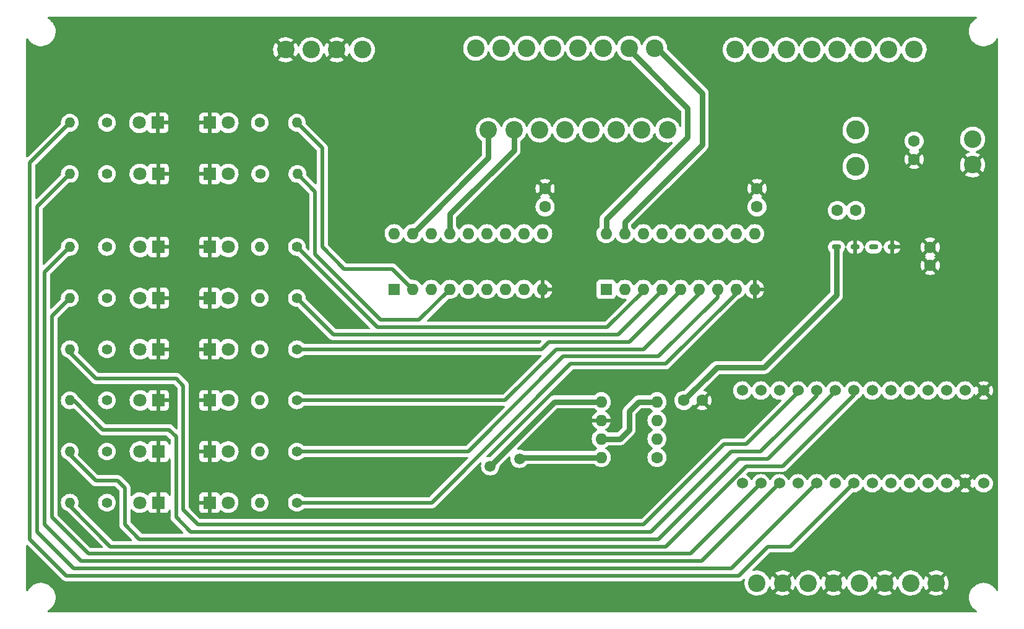
<source format=gbr>
%TF.GenerationSoftware,KiCad,Pcbnew,(6.0.10)*%
%TF.CreationDate,2023-03-14T16:03:47-04:00*%
%TF.ProjectId,SequenceOM,53657175-656e-4636-954f-4d2e6b696361,rev?*%
%TF.SameCoordinates,Original*%
%TF.FileFunction,Copper,L2,Bot*%
%TF.FilePolarity,Positive*%
%FSLAX46Y46*%
G04 Gerber Fmt 4.6, Leading zero omitted, Abs format (unit mm)*
G04 Created by KiCad (PCBNEW (6.0.10)) date 2023-03-14 16:03:47*
%MOMM*%
%LPD*%
G01*
G04 APERTURE LIST*
%TA.AperFunction,ComponentPad*%
%ADD10C,1.400000*%
%TD*%
%TA.AperFunction,ComponentPad*%
%ADD11O,1.400000X1.400000*%
%TD*%
%TA.AperFunction,ComponentPad*%
%ADD12C,2.600000*%
%TD*%
%TA.AperFunction,ComponentPad*%
%ADD13R,1.800000X1.800000*%
%TD*%
%TA.AperFunction,ComponentPad*%
%ADD14C,1.800000*%
%TD*%
%TA.AperFunction,ComponentPad*%
%ADD15C,1.600000*%
%TD*%
%TA.AperFunction,ComponentPad*%
%ADD16C,2.400000*%
%TD*%
%TA.AperFunction,ComponentPad*%
%ADD17O,1.300000X0.750000*%
%TD*%
%TA.AperFunction,ComponentPad*%
%ADD18O,1.600000X1.600000*%
%TD*%
%TA.AperFunction,ComponentPad*%
%ADD19R,1.600000X1.600000*%
%TD*%
%TA.AperFunction,ComponentPad*%
%ADD20C,1.524000*%
%TD*%
%TA.AperFunction,ViaPad*%
%ADD21C,1.500000*%
%TD*%
%TA.AperFunction,Conductor*%
%ADD22C,0.750000*%
%TD*%
%TA.AperFunction,Conductor*%
%ADD23C,0.500000*%
%TD*%
G04 APERTURE END LIST*
D10*
%TO.P,R3,1*%
%TO.N,Net-(D3-Pad2)*%
X94040000Y-75000000D03*
D11*
%TO.P,R3,2*%
%TO.N,Net-(MCU1-Pad17)*%
X88960000Y-75000000D03*
%TD*%
D12*
%TO.P,L1,1*%
%TO.N,+12V*%
X196500000Y-69000000D03*
%TO.P,L1,2*%
%TO.N,Net-(C3-Pad1)*%
X196500000Y-74000000D03*
%TD*%
D13*
%TO.P,D7,1,K*%
%TO.N,Earth*%
X108098484Y-99000000D03*
D14*
%TO.P,D7,2,A*%
%TO.N,Net-(D7-Pad2)*%
X110638484Y-99000000D03*
%TD*%
D10*
%TO.P,R15,1*%
%TO.N,Net-(D15-Pad2)*%
X94040000Y-113000000D03*
D11*
%TO.P,R15,2*%
%TO.N,Net-(MCU1-Pad7)*%
X88960000Y-113000000D03*
%TD*%
D13*
%TO.P,D12,1,K*%
%TO.N,Earth*%
X101098484Y-92000000D03*
D14*
%TO.P,D12,2,A*%
%TO.N,Net-(D12-Pad2)*%
X98558484Y-92000000D03*
%TD*%
D10*
%TO.P,R9,1*%
%TO.N,Net-(D11-Pad2)*%
X94040000Y-85000000D03*
D11*
%TO.P,R9,2*%
%TO.N,Net-(R9-Pad2)*%
X88960000Y-85000000D03*
%TD*%
D13*
%TO.P,D8,1,K*%
%TO.N,Earth*%
X108098484Y-106000000D03*
D14*
%TO.P,D8,2,A*%
%TO.N,Net-(D8-Pad2)*%
X110638484Y-106000000D03*
%TD*%
D13*
%TO.P,D10,1,K*%
%TO.N,Earth*%
X108098484Y-120000000D03*
D14*
%TO.P,D10,2,A*%
%TO.N,Net-(D10-Pad2)*%
X110638484Y-120000000D03*
%TD*%
D15*
%TO.P,C5,2*%
%TO.N,+12V*%
X154000000Y-79500000D03*
%TO.P,C5,1*%
%TO.N,Earth*%
X154000000Y-77000000D03*
%TD*%
%TO.P,C3,1*%
%TO.N,Net-(C3-Pad1)*%
X196500000Y-80000000D03*
%TO.P,C3,2*%
%TO.N,+5V*%
X194000000Y-80000000D03*
%TD*%
D13*
%TO.P,D13,1,K*%
%TO.N,Earth*%
X101098484Y-99000000D03*
D14*
%TO.P,D13,2,A*%
%TO.N,Net-(D13-Pad2)*%
X98558484Y-99000000D03*
%TD*%
D16*
%TO.P,J5,1,Pin_1*%
%TO.N,Net-(J5-Pad1)*%
X170750000Y-69000000D03*
%TO.P,J5,2,Pin_2*%
%TO.N,Net-(J5-Pad2)*%
X167250000Y-69000000D03*
%TO.P,J5,3,Pin_3*%
%TO.N,Net-(J5-Pad3)*%
X163750000Y-69000000D03*
%TO.P,J5,4,Pin_4*%
%TO.N,Net-(J5-Pad4)*%
X160250000Y-69000000D03*
%TO.P,J5,5,Pin_5*%
%TO.N,Net-(J5-Pad5)*%
X156750000Y-69000000D03*
%TO.P,J5,6,Pin_6*%
%TO.N,Net-(J5-Pad6)*%
X153250000Y-69000000D03*
%TO.P,J5,7,Pin_7*%
%TO.N,Net-(J5-Pad7)*%
X149750000Y-69000000D03*
%TO.P,J5,8,Pin_8*%
%TO.N,Net-(J5-Pad8)*%
X146250000Y-69000000D03*
%TO.P,J5,9,Pin_9*%
%TO.N,Net-(J5-Pad9)*%
X169000000Y-57800000D03*
%TO.P,J5,10,Pin_10*%
%TO.N,Net-(J5-Pad10)*%
X165500000Y-57800000D03*
%TO.P,J5,11,Pin_11*%
%TO.N,Net-(J5-Pad11)*%
X162000000Y-57800000D03*
%TO.P,J5,12,Pin_12*%
%TO.N,Net-(J5-Pad12)*%
X158500000Y-57800000D03*
%TO.P,J5,13,Pin_13*%
%TO.N,Net-(J5-Pad13)*%
X155000000Y-57800000D03*
%TO.P,J5,14,Pin_14*%
%TO.N,Net-(J5-Pad14)*%
X151500000Y-57800000D03*
%TO.P,J5,15,Pin_15*%
%TO.N,Net-(J5-Pad15)*%
X148000000Y-57800000D03*
%TO.P,J5,16,Pin_16*%
%TO.N,Net-(J5-Pad16)*%
X144500000Y-57800000D03*
%TD*%
D10*
%TO.P,R16,1*%
%TO.N,Net-(D16-Pad2)*%
X94040000Y-120000000D03*
D11*
%TO.P,R16,2*%
%TO.N,Net-(MCU1-Pad6)*%
X88960000Y-120000000D03*
%TD*%
D15*
%TO.P,C6,1*%
%TO.N,Earth*%
X183000000Y-77000000D03*
%TO.P,C6,2*%
%TO.N,+12V*%
X183000000Y-79500000D03*
%TD*%
D13*
%TO.P,D5,1,K*%
%TO.N,Earth*%
X108098484Y-85000000D03*
D14*
%TO.P,D5,2,A*%
%TO.N,Net-(D5-Pad2)*%
X110638484Y-85000000D03*
%TD*%
D13*
%TO.P,D9,1,K*%
%TO.N,Earth*%
X108098484Y-113000000D03*
D14*
%TO.P,D9,2,A*%
%TO.N,Net-(D9-Pad2)*%
X110638484Y-113000000D03*
%TD*%
D10*
%TO.P,R11,1*%
%TO.N,Net-(D12-Pad2)*%
X94040000Y-92000000D03*
D11*
%TO.P,R11,2*%
%TO.N,Net-(R11-Pad2)*%
X88960000Y-92000000D03*
%TD*%
D17*
%TO.P,U1,1,-Vin*%
%TO.N,Earth*%
X201500000Y-85000000D03*
%TO.P,U1,2,+Vin*%
%TO.N,Net-(C3-Pad1)*%
X198960000Y-85000000D03*
%TO.P,U1,3,-Vout*%
%TO.N,Earth*%
X196420000Y-85000000D03*
%TO.P,U1,4,+Vout*%
%TO.N,+5V*%
X193880000Y-85000000D03*
%TD*%
D10*
%TO.P,R12,1*%
%TO.N,Net-(MCU1-Pad5)*%
X120040000Y-85000000D03*
D11*
%TO.P,R12,2*%
%TO.N,Net-(D5-Pad2)*%
X114960000Y-85000000D03*
%TD*%
D16*
%TO.P,J3,8,Pin_8*%
%TO.N,Earth*%
X207500000Y-131000000D03*
%TO.P,J3,7,Pin_7*%
%TO.N,Net-(J3-Pad7)*%
X204000000Y-131000000D03*
%TO.P,J3,6,Pin_6*%
%TO.N,Earth*%
X200500000Y-131000000D03*
%TO.P,J3,5,Pin_5*%
%TO.N,Net-(J3-Pad5)*%
X197000000Y-131000000D03*
%TO.P,J3,4,Pin_4*%
%TO.N,Earth*%
X193500000Y-131000000D03*
%TO.P,J3,3,Pin_3*%
%TO.N,Net-(J3-Pad3)*%
X190000000Y-131000000D03*
%TO.P,J3,2,Pin_2*%
%TO.N,Earth*%
X186500000Y-131000000D03*
%TO.P,J3,1,Pin_1*%
%TO.N,Net-(J3-Pad1)*%
X183000000Y-131000000D03*
%TD*%
D13*
%TO.P,D15,1,K*%
%TO.N,Earth*%
X101098484Y-113000000D03*
D14*
%TO.P,D15,2,A*%
%TO.N,Net-(D15-Pad2)*%
X98558484Y-113000000D03*
%TD*%
D10*
%TO.P,R5,1*%
%TO.N,Net-(MCU1-Pad0)*%
X120040000Y-120000000D03*
D11*
%TO.P,R5,2*%
%TO.N,Net-(D10-Pad2)*%
X114960000Y-120000000D03*
%TD*%
D15*
%TO.P,C1,1*%
%TO.N,Earth*%
X204500000Y-73000000D03*
%TO.P,C1,2*%
%TO.N,+12V*%
X204500000Y-70500000D03*
%TD*%
%TO.P,C4,1*%
%TO.N,Earth*%
X175500000Y-106000000D03*
%TO.P,C4,2*%
%TO.N,+5V*%
X173000000Y-106000000D03*
%TD*%
D10*
%TO.P,R14,1*%
%TO.N,Net-(D14-Pad2)*%
X94040000Y-106000000D03*
D11*
%TO.P,R14,2*%
%TO.N,Net-(MCU1-Pad8)*%
X88960000Y-106000000D03*
%TD*%
D13*
%TO.P,D6,1,K*%
%TO.N,Earth*%
X108098484Y-92000000D03*
D14*
%TO.P,D6,2,A*%
%TO.N,Net-(D6-Pad2)*%
X110638484Y-92000000D03*
%TD*%
D18*
%TO.P,U4,18,O1*%
%TO.N,Net-(J5-Pad10)*%
X162350000Y-83180000D03*
%TO.P,U4,17,O2*%
%TO.N,Net-(J5-Pad9)*%
X164890000Y-83180000D03*
%TO.P,U4,16,O3*%
%TO.N,Net-(J5-Pad6)*%
X167430000Y-83180000D03*
%TO.P,U4,15,O4*%
%TO.N,Net-(J5-Pad5)*%
X169970000Y-83180000D03*
%TO.P,U4,14,O5*%
%TO.N,Net-(J5-Pad4)*%
X172510000Y-83180000D03*
%TO.P,U4,13,O6*%
%TO.N,Net-(J5-Pad3)*%
X175050000Y-83180000D03*
%TO.P,U4,12,O7*%
%TO.N,Net-(J5-Pad2)*%
X177590000Y-83180000D03*
%TO.P,U4,11,O8*%
%TO.N,Net-(J5-Pad1)*%
X180130000Y-83180000D03*
%TO.P,U4,10,COM*%
%TO.N,+12V*%
X182670000Y-83180000D03*
%TO.P,U4,9,GND*%
%TO.N,Earth*%
X182670000Y-90800000D03*
%TO.P,U4,8,I8*%
%TO.N,Net-(MCU1-Pad0)*%
X180130000Y-90800000D03*
%TO.P,U4,7,I7*%
%TO.N,Net-(MCU1-Pad1)*%
X177590000Y-90800000D03*
%TO.P,U4,6,I6*%
%TO.N,Net-(MCU1-Pad2)*%
X175050000Y-90800000D03*
%TO.P,U4,5,I5*%
%TO.N,Net-(MCU1-Pad3)*%
X172510000Y-90800000D03*
%TO.P,U4,4,I4*%
%TO.N,Net-(MCU1-Pad4)*%
X169970000Y-90800000D03*
%TO.P,U4,3,I3*%
%TO.N,Net-(MCU1-Pad5)*%
X167430000Y-90800000D03*
%TO.P,U4,2,I2*%
%TO.N,Net-(MCU1-Pad6)*%
X164890000Y-90800000D03*
D19*
%TO.P,U4,1,I1*%
%TO.N,Net-(MCU1-Pad7)*%
X162350000Y-90800000D03*
%TD*%
D15*
%TO.P,U2,1,SCK*%
%TO.N,Net-(MCU1-Pad13)*%
X169310000Y-113810000D03*
D18*
%TO.P,U2,2,SDI*%
%TO.N,Net-(MCU1-Pad11)*%
X169310000Y-111270000D03*
%TO.P,U2,3,CS/LD*%
%TO.N,Net-(MCU1-Pad10)*%
X169310000Y-108730000D03*
%TO.P,U2,4,REF*%
%TO.N,+5V*%
X169310000Y-106190000D03*
%TO.P,U2,5,VA*%
%TO.N,Net-(J2-Pad3)*%
X161690000Y-106190000D03*
%TO.P,U2,6,GND*%
%TO.N,Earth*%
X161690000Y-108730000D03*
%TO.P,U2,7,VCC*%
%TO.N,+5V*%
X161690000Y-111270000D03*
%TO.P,U2,8,VB*%
%TO.N,Net-(J2-Pad1)*%
X161690000Y-113810000D03*
%TD*%
D19*
%TO.P,U3,1,I1*%
%TO.N,Net-(MCU1-Pad19)*%
X133350000Y-90800000D03*
D18*
%TO.P,U3,2,I2*%
%TO.N,Net-(MCU1-Pad18)*%
X135890000Y-90800000D03*
%TO.P,U3,3,I3*%
%TO.N,Net-(MCU1-Pad17)*%
X138430000Y-90800000D03*
%TO.P,U3,4,I4*%
%TO.N,Net-(MCU1-Pad16)*%
X140970000Y-90800000D03*
%TO.P,U3,5,I5*%
%TO.N,Net-(R9-Pad2)*%
X143510000Y-90800000D03*
%TO.P,U3,6,I6*%
%TO.N,Net-(R11-Pad2)*%
X146050000Y-90800000D03*
%TO.P,U3,7,I7*%
%TO.N,Net-(R13-Pad2)*%
X148590000Y-90800000D03*
%TO.P,U3,8,I8*%
%TO.N,Net-(MCU1-Pad8)*%
X151130000Y-90800000D03*
%TO.P,U3,9,GND*%
%TO.N,Earth*%
X153670000Y-90800000D03*
%TO.P,U3,10,COM*%
%TO.N,+12V*%
X153670000Y-83180000D03*
%TO.P,U3,11,O8*%
%TO.N,Net-(J5-Pad11)*%
X151130000Y-83180000D03*
%TO.P,U3,12,O7*%
%TO.N,Net-(J5-Pad12)*%
X148590000Y-83180000D03*
%TO.P,U3,13,O6*%
%TO.N,Net-(J5-Pad13)*%
X146050000Y-83180000D03*
%TO.P,U3,14,O5*%
%TO.N,Net-(J5-Pad14)*%
X143510000Y-83180000D03*
%TO.P,U3,15,O4*%
%TO.N,Net-(J5-Pad7)*%
X140970000Y-83180000D03*
%TO.P,U3,16,O3*%
%TO.N,Net-(J5-Pad15)*%
X138430000Y-83180000D03*
%TO.P,U3,17,O2*%
%TO.N,Net-(J5-Pad8)*%
X135890000Y-83180000D03*
%TO.P,U3,18,O1*%
%TO.N,Net-(J5-Pad16)*%
X133350000Y-83180000D03*
%TD*%
D13*
%TO.P,D2,1,K*%
%TO.N,Earth*%
X108110000Y-68000000D03*
D14*
%TO.P,D2,2,A*%
%TO.N,Net-(D2-Pad2)*%
X110650000Y-68000000D03*
%TD*%
D10*
%TO.P,R4,1*%
%TO.N,Net-(D4-Pad2)*%
X115018484Y-75000000D03*
D11*
%TO.P,R4,2*%
%TO.N,Net-(MCU1-Pad16)*%
X120098484Y-75000000D03*
%TD*%
D13*
%TO.P,D11,1,K*%
%TO.N,Earth*%
X101098484Y-85000000D03*
D14*
%TO.P,D11,2,A*%
%TO.N,Net-(D11-Pad2)*%
X98558484Y-85000000D03*
%TD*%
D13*
%TO.P,D16,1,K*%
%TO.N,Earth*%
X101098484Y-120000000D03*
D14*
%TO.P,D16,2,A*%
%TO.N,Net-(D16-Pad2)*%
X98558484Y-120000000D03*
%TD*%
D16*
%TO.P,J4,8,Pin_8*%
%TO.N,+12V*%
X180000000Y-58000000D03*
%TO.P,J4,7,Pin_7*%
X183500000Y-58000000D03*
%TO.P,J4,6,Pin_6*%
X187000000Y-58000000D03*
%TO.P,J4,5,Pin_5*%
X190500000Y-58000000D03*
%TO.P,J4,4,Pin_4*%
X194000000Y-58000000D03*
%TO.P,J4,3,Pin_3*%
X197500000Y-58000000D03*
%TO.P,J4,2,Pin_2*%
X201000000Y-58000000D03*
%TO.P,J4,1,Pin_1*%
X204500000Y-58000000D03*
%TD*%
D15*
%TO.P,C2,1*%
%TO.N,Earth*%
X206690000Y-87520000D03*
%TO.P,C2,2*%
X206690000Y-85020000D03*
%TD*%
D11*
%TO.P,R1,2*%
%TO.N,Net-(MCU1-Pad19)*%
X88960000Y-68000000D03*
D10*
%TO.P,R1,1*%
%TO.N,Net-(D1-Pad2)*%
X94040000Y-68000000D03*
%TD*%
%TO.P,R10,1*%
%TO.N,Net-(MCU1-Pad4)*%
X120040000Y-92000000D03*
D11*
%TO.P,R10,2*%
%TO.N,Net-(D6-Pad2)*%
X114960000Y-92000000D03*
%TD*%
D13*
%TO.P,D1,1,K*%
%TO.N,Earth*%
X101020000Y-68000000D03*
D14*
%TO.P,D1,2,A*%
%TO.N,Net-(D1-Pad2)*%
X98480000Y-68000000D03*
%TD*%
D10*
%TO.P,R7,1*%
%TO.N,Net-(MCU1-Pad2)*%
X120040000Y-106000000D03*
D11*
%TO.P,R7,2*%
%TO.N,Net-(D8-Pad2)*%
X114960000Y-106000000D03*
%TD*%
D10*
%TO.P,R2,1*%
%TO.N,Net-(D2-Pad2)*%
X114960000Y-68000000D03*
D11*
%TO.P,R2,2*%
%TO.N,Net-(MCU1-Pad18)*%
X120040000Y-68000000D03*
%TD*%
D16*
%TO.P,J2,1,Pin_1*%
%TO.N,Net-(J2-Pad1)*%
X129000000Y-58000000D03*
%TO.P,J2,2,Pin_2*%
%TO.N,Earth*%
X125500000Y-58000000D03*
%TO.P,J2,3,Pin_3*%
%TO.N,Net-(J2-Pad3)*%
X122000000Y-58000000D03*
%TO.P,J2,4,Pin_4*%
%TO.N,Earth*%
X118500000Y-58000000D03*
%TD*%
D13*
%TO.P,D4,1,K*%
%TO.N,Earth*%
X108106007Y-75005476D03*
D14*
%TO.P,D4,2,A*%
%TO.N,Net-(D4-Pad2)*%
X110646007Y-75005476D03*
%TD*%
D13*
%TO.P,D14,1,K*%
%TO.N,Earth*%
X101098484Y-106000000D03*
D14*
%TO.P,D14,2,A*%
%TO.N,Net-(D14-Pad2)*%
X98558484Y-106000000D03*
%TD*%
D10*
%TO.P,R13,1*%
%TO.N,Net-(D13-Pad2)*%
X94040000Y-99000000D03*
D11*
%TO.P,R13,2*%
%TO.N,Net-(R13-Pad2)*%
X88960000Y-99000000D03*
%TD*%
D10*
%TO.P,R6,1*%
%TO.N,Net-(MCU1-Pad1)*%
X120040000Y-113000000D03*
D11*
%TO.P,R6,2*%
%TO.N,Net-(D9-Pad2)*%
X114960000Y-113000000D03*
%TD*%
D20*
%TO.P,MCU1,0,B1-O1*%
%TO.N,Net-(MCU1-Pad0)*%
X211470000Y-104650000D03*
%TO.P,MCU1,1,B1-O2*%
%TO.N,Net-(MCU1-Pad1)*%
X208930000Y-104650000D03*
%TO.P,MCU1,2,B1-O3*%
%TO.N,Net-(MCU1-Pad2)*%
X206390000Y-104650000D03*
%TO.P,MCU1,3,B1-O4*%
%TO.N,Net-(MCU1-Pad3)*%
X203850000Y-104650000D03*
%TO.P,MCU1,3.3V*%
%TO.N,unconnected-(MCU1-Pad3.3V)*%
X208930000Y-117350000D03*
%TO.P,MCU1,4,B1-O5*%
%TO.N,Net-(MCU1-Pad4)*%
X201310000Y-104650000D03*
%TO.P,MCU1,5,B1-O6*%
%TO.N,Net-(MCU1-Pad5)*%
X198770000Y-104650000D03*
%TO.P,MCU1,6,B2-O1*%
%TO.N,Net-(MCU1-Pad6)*%
X196230000Y-104650000D03*
%TO.P,MCU1,7,B2-O2*%
%TO.N,Net-(MCU1-Pad7)*%
X193690000Y-104650000D03*
%TO.P,MCU1,8,B2-O3*%
%TO.N,Net-(MCU1-Pad8)*%
X191150000Y-104650000D03*
%TO.P,MCU1,9,B2-O4*%
%TO.N,Net-(R13-Pad2)*%
X188610000Y-104650000D03*
%TO.P,MCU1,10,CS*%
%TO.N,Net-(MCU1-Pad10)*%
X186070000Y-104650000D03*
%TO.P,MCU1,11,MOSI*%
%TO.N,Net-(MCU1-Pad11)*%
X183530000Y-104650000D03*
%TO.P,MCU1,12,MISO*%
%TO.N,unconnected-(MCU1-Pad12)*%
X180990000Y-104650000D03*
%TO.P,MCU1,13,SCK*%
%TO.N,Net-(MCU1-Pad13)*%
X180990000Y-117350000D03*
%TO.P,MCU1,14,B2-O5*%
%TO.N,Net-(R11-Pad2)*%
X183530000Y-117350000D03*
%TO.P,MCU1,15,B2-O6*%
%TO.N,Net-(R9-Pad2)*%
X186070000Y-117350000D03*
%TO.P,MCU1,16,B1-SH*%
%TO.N,Net-(MCU1-Pad16)*%
X188610000Y-117350000D03*
%TO.P,MCU1,17,B2-SH*%
%TO.N,Net-(MCU1-Pad17)*%
X191150000Y-117350000D03*
%TO.P,MCU1,18,B1-CL*%
%TO.N,Net-(MCU1-Pad18)*%
X193690000Y-117350000D03*
%TO.P,MCU1,19,B2-CL*%
%TO.N,Net-(MCU1-Pad19)*%
X196230000Y-117350000D03*
%TO.P,MCU1,20,GPIO-A6*%
%TO.N,Net-(J3-Pad1)*%
X198770000Y-117350000D03*
%TO.P,MCU1,21,GPIO-A7*%
%TO.N,Net-(J3-Pad3)*%
X201310000Y-117350000D03*
%TO.P,MCU1,22,GPIO-A8*%
%TO.N,Net-(J3-Pad5)*%
X203850000Y-117350000D03*
%TO.P,MCU1,23,GPIO-A9*%
%TO.N,Net-(J3-Pad7)*%
X206390000Y-117350000D03*
%TO.P,MCU1,GND*%
%TO.N,Earth*%
X211470000Y-117350000D03*
X214010000Y-104650000D03*
%TO.P,MCU1,Vin*%
%TO.N,unconnected-(MCU1-PadVin)*%
X214010000Y-117350000D03*
%TD*%
D16*
%TO.P,J1,1,Pin_1*%
%TO.N,Earth*%
X212500000Y-73750000D03*
%TO.P,J1,2,Pin_2*%
%TO.N,+12V*%
X212500000Y-70250000D03*
%TD*%
D10*
%TO.P,R8,1*%
%TO.N,Net-(MCU1-Pad3)*%
X120040000Y-99000000D03*
D11*
%TO.P,R8,2*%
%TO.N,Net-(D7-Pad2)*%
X114960000Y-99000000D03*
%TD*%
D13*
%TO.P,D3,1,K*%
%TO.N,Earth*%
X101078484Y-75000000D03*
D14*
%TO.P,D3,2,A*%
%TO.N,Net-(D3-Pad2)*%
X98538484Y-75000000D03*
%TD*%
D21*
%TO.N,Net-(J2-Pad1)*%
X150500000Y-114000000D03*
%TO.N,Net-(J2-Pad3)*%
X146500000Y-115000000D03*
%TD*%
D22*
%TO.N,+5V*%
X164230000Y-111270000D02*
X161690000Y-111270000D01*
X165500000Y-110000000D02*
X164230000Y-111270000D01*
X165500000Y-107500000D02*
X165500000Y-110000000D01*
X166810000Y-106190000D02*
X165500000Y-107500000D01*
X169310000Y-106190000D02*
X166810000Y-106190000D01*
D23*
%TO.N,Net-(MCU1-Pad19)*%
X184460000Y-126040000D02*
X187540000Y-126040000D01*
X180500000Y-130000000D02*
X184460000Y-126040000D01*
X196230000Y-117350000D02*
X187540000Y-126040000D01*
X180500000Y-130000000D02*
X88500000Y-130000000D01*
D22*
%TO.N,+5V*%
X177500000Y-101500000D02*
X173000000Y-106000000D01*
X193880000Y-85000000D02*
X193880000Y-91620000D01*
X193880000Y-91620000D02*
X184500000Y-101000000D01*
X184000000Y-101500000D02*
X184500000Y-101000000D01*
X177500000Y-101500000D02*
X184000000Y-101500000D01*
%TO.N,Net-(J2-Pad1)*%
X150690000Y-113810000D02*
X150500000Y-114000000D01*
X161690000Y-113810000D02*
X150690000Y-113810000D01*
%TO.N,Net-(J2-Pad3)*%
X155310000Y-106190000D02*
X146500000Y-115000000D01*
X161690000Y-106190000D02*
X155310000Y-106190000D01*
%TO.N,Net-(J5-Pad7)*%
X149750000Y-71750000D02*
X149750000Y-69000000D01*
X140970000Y-83180000D02*
X140970000Y-80530000D01*
X140970000Y-80530000D02*
X149750000Y-71750000D01*
%TO.N,Net-(J5-Pad8)*%
X146250000Y-69000000D02*
X146250000Y-72820000D01*
X146250000Y-72820000D02*
X135890000Y-83180000D01*
%TO.N,Net-(J5-Pad9)*%
X175500000Y-71000000D02*
X164890000Y-81610000D01*
X169000000Y-57800000D02*
X169300000Y-57800000D01*
X175500000Y-64000000D02*
X175500000Y-71000000D01*
X164890000Y-81610000D02*
X164890000Y-83180000D01*
X169300000Y-57800000D02*
X175500000Y-64000000D01*
%TO.N,Net-(J5-Pad10)*%
X165500000Y-58000000D02*
X165500000Y-57800000D01*
X173500000Y-66000000D02*
X165500000Y-58000000D01*
X162350000Y-81150000D02*
X173500000Y-70000000D01*
X173500000Y-70000000D02*
X173500000Y-66000000D01*
X162350000Y-83180000D02*
X162350000Y-81150000D01*
D23*
%TO.N,Net-(MCU1-Pad0)*%
X180130000Y-91370000D02*
X170500000Y-101000000D01*
X138500000Y-120000000D02*
X120040000Y-120000000D01*
X180130000Y-90800000D02*
X180130000Y-91370000D01*
X157500000Y-101000000D02*
X138500000Y-120000000D01*
X170500000Y-101000000D02*
X157500000Y-101000000D01*
%TO.N,Net-(MCU1-Pad1)*%
X177590000Y-91910000D02*
X169500000Y-100000000D01*
X156500000Y-100000000D02*
X143500000Y-113000000D01*
X177590000Y-90800000D02*
X177590000Y-91910000D01*
X169500000Y-100000000D02*
X156500000Y-100000000D01*
X143500000Y-113000000D02*
X120040000Y-113000000D01*
%TO.N,Net-(MCU1-Pad2)*%
X167500000Y-99000000D02*
X155500000Y-99000000D01*
X148500000Y-106000000D02*
X120040000Y-106000000D01*
X175050000Y-90800000D02*
X175050000Y-91450000D01*
X175050000Y-91450000D02*
X167500000Y-99000000D01*
X155500000Y-99000000D02*
X148500000Y-106000000D01*
%TO.N,Net-(MCU1-Pad3)*%
X172510000Y-90990000D02*
X165500000Y-98000000D01*
X165500000Y-98000000D02*
X154500000Y-98000000D01*
X154500000Y-98000000D02*
X153500000Y-99000000D01*
X153500000Y-99000000D02*
X120040000Y-99000000D01*
X172510000Y-90800000D02*
X172510000Y-90990000D01*
%TO.N,Net-(MCU1-Pad4)*%
X169970000Y-91030000D02*
X164000000Y-97000000D01*
X169970000Y-90800000D02*
X169970000Y-91030000D01*
X164000000Y-97000000D02*
X125040000Y-97000000D01*
X125040000Y-97000000D02*
X120040000Y-92000000D01*
%TO.N,Net-(MCU1-Pad5)*%
X167430000Y-90800000D02*
X167430000Y-91070000D01*
X162500000Y-96000000D02*
X131040000Y-96000000D01*
X131040000Y-96000000D02*
X120040000Y-85000000D01*
X167430000Y-91070000D02*
X162500000Y-96000000D01*
%TO.N,Net-(MCU1-Pad8)*%
X103500000Y-111000000D02*
X103500000Y-122000000D01*
X168500000Y-124000000D02*
X179500000Y-113000000D01*
X89500000Y-106000000D02*
X93500000Y-110000000D01*
X105500000Y-124000000D02*
X168500000Y-124000000D01*
X191150000Y-105350000D02*
X191150000Y-104650000D01*
X88960000Y-106000000D02*
X89500000Y-106000000D01*
X102500000Y-110000000D02*
X103500000Y-111000000D01*
X93500000Y-110000000D02*
X102500000Y-110000000D01*
X103500000Y-122000000D02*
X105500000Y-124000000D01*
X183500000Y-113000000D02*
X191150000Y-105350000D01*
X179500000Y-113000000D02*
X183500000Y-113000000D01*
%TO.N,Net-(R13-Pad2)*%
X103500000Y-103000000D02*
X92500000Y-103000000D01*
X88960000Y-99460000D02*
X88960000Y-99000000D01*
X92500000Y-103000000D02*
X88960000Y-99460000D01*
X104500000Y-104000000D02*
X103500000Y-103000000D01*
X181500000Y-112000000D02*
X178500000Y-112000000D01*
X106500000Y-123000000D02*
X104500000Y-121000000D01*
X188610000Y-104890000D02*
X181500000Y-112000000D01*
X167500000Y-123000000D02*
X106500000Y-123000000D01*
X104500000Y-121000000D02*
X104500000Y-104000000D01*
X188610000Y-104650000D02*
X188610000Y-104890000D01*
X178500000Y-112000000D02*
X167500000Y-123000000D01*
%TO.N,Net-(MCU1-Pad6)*%
X186500000Y-115000000D02*
X181500000Y-115000000D01*
X94500000Y-126000000D02*
X88960000Y-120460000D01*
X170500000Y-126000000D02*
X94500000Y-126000000D01*
X196230000Y-104650000D02*
X196230000Y-105270000D01*
X88960000Y-120460000D02*
X88960000Y-120000000D01*
X181500000Y-115000000D02*
X170500000Y-126000000D01*
X196230000Y-105270000D02*
X186500000Y-115000000D01*
%TO.N,Net-(MCU1-Pad7)*%
X180500000Y-114000000D02*
X169500000Y-125000000D01*
X88960000Y-113460000D02*
X88960000Y-113000000D01*
X184500000Y-114000000D02*
X180500000Y-114000000D01*
X193690000Y-104650000D02*
X193690000Y-104810000D01*
X169500000Y-125000000D02*
X98500000Y-125000000D01*
X92500000Y-117000000D02*
X88960000Y-113460000D01*
X98500000Y-125000000D02*
X96500000Y-123000000D01*
X96500000Y-123000000D02*
X96500000Y-118000000D01*
X95500000Y-117000000D02*
X92500000Y-117000000D01*
X96500000Y-118000000D02*
X95500000Y-117000000D01*
X193690000Y-104810000D02*
X184500000Y-114000000D01*
%TO.N,Net-(R11-Pad2)*%
X183530000Y-117350000D02*
X173880000Y-127000000D01*
X86500000Y-122000000D02*
X86500000Y-94460000D01*
X173880000Y-127000000D02*
X91500000Y-127000000D01*
X91500000Y-127000000D02*
X86500000Y-122000000D01*
X86500000Y-94460000D02*
X88960000Y-92000000D01*
%TO.N,Net-(R9-Pad2)*%
X85500000Y-88460000D02*
X88960000Y-85000000D01*
X90500000Y-128000000D02*
X85500000Y-123000000D01*
X175420000Y-128000000D02*
X90500000Y-128000000D01*
X186070000Y-117350000D02*
X175420000Y-128000000D01*
X85500000Y-123000000D02*
X85500000Y-88460000D01*
%TO.N,Net-(MCU1-Pad16)*%
X131500000Y-95000000D02*
X122500000Y-86000000D01*
X122500000Y-86000000D02*
X122500000Y-77401516D01*
X136770000Y-95000000D02*
X131500000Y-95000000D01*
X140970000Y-90800000D02*
X136770000Y-95000000D01*
X122500000Y-77401516D02*
X120098484Y-75000000D01*
%TO.N,Net-(MCU1-Pad17)*%
X191150000Y-117350000D02*
X179500000Y-129000000D01*
X89500000Y-129000000D02*
X84500000Y-124000000D01*
X84500000Y-124000000D02*
X84500000Y-79460000D01*
X179500000Y-129000000D02*
X89500000Y-129000000D01*
X84500000Y-79460000D02*
X88960000Y-75000000D01*
%TO.N,Net-(MCU1-Pad18)*%
X133090000Y-88000000D02*
X126500000Y-88000000D01*
X123500000Y-85000000D02*
X123500000Y-71460000D01*
X126500000Y-88000000D02*
X123500000Y-85000000D01*
X135890000Y-90800000D02*
X133090000Y-88000000D01*
X123500000Y-71460000D02*
X120040000Y-68000000D01*
%TO.N,Net-(MCU1-Pad19)*%
X83500000Y-73460000D02*
X88960000Y-68000000D01*
X88500000Y-130000000D02*
X83500000Y-125000000D01*
X83500000Y-125000000D02*
X83500000Y-73460000D01*
%TD*%
%TA.AperFunction,Conductor*%
%TO.N,Earth*%
G36*
X213042854Y-53520002D02*
G01*
X213089347Y-53573658D01*
X213099451Y-53643932D01*
X213069957Y-53708512D01*
X213039439Y-53734116D01*
X212854725Y-53844664D01*
X212854721Y-53844667D01*
X212851043Y-53846868D01*
X212637318Y-54018094D01*
X212448808Y-54216742D01*
X212289002Y-54439136D01*
X212160857Y-54681161D01*
X212159385Y-54685184D01*
X212159383Y-54685188D01*
X212116872Y-54801355D01*
X212066743Y-54938337D01*
X212008404Y-55205907D01*
X211986917Y-55478918D01*
X211987334Y-55486156D01*
X212002682Y-55752320D01*
X212055405Y-56021053D01*
X212056792Y-56025103D01*
X212056793Y-56025108D01*
X212142723Y-56276088D01*
X212144112Y-56280144D01*
X212201560Y-56394367D01*
X212243436Y-56477628D01*
X212267160Y-56524799D01*
X212269586Y-56528328D01*
X212269589Y-56528334D01*
X212364112Y-56665864D01*
X212422274Y-56750490D01*
X212606582Y-56953043D01*
X212816675Y-57128707D01*
X212820316Y-57130991D01*
X213045024Y-57271951D01*
X213045028Y-57271953D01*
X213048664Y-57274234D01*
X213113789Y-57303639D01*
X213294345Y-57385164D01*
X213294349Y-57385166D01*
X213298257Y-57386930D01*
X213302377Y-57388150D01*
X213302376Y-57388150D01*
X213556723Y-57463491D01*
X213556727Y-57463492D01*
X213560836Y-57464709D01*
X213565070Y-57465357D01*
X213565075Y-57465358D01*
X213827298Y-57505483D01*
X213827300Y-57505483D01*
X213831540Y-57506132D01*
X213970912Y-57508322D01*
X214101071Y-57510367D01*
X214101077Y-57510367D01*
X214105362Y-57510434D01*
X214377235Y-57477534D01*
X214642127Y-57408041D01*
X214646087Y-57406401D01*
X214646092Y-57406399D01*
X214771304Y-57354534D01*
X214895136Y-57303241D01*
X215033852Y-57222182D01*
X215127879Y-57167237D01*
X215127880Y-57167236D01*
X215131582Y-57165073D01*
X215347089Y-56996094D01*
X215354186Y-56988771D01*
X215500029Y-56838272D01*
X215537669Y-56799431D01*
X215540202Y-56795983D01*
X215540206Y-56795978D01*
X215697257Y-56582178D01*
X215699795Y-56578723D01*
X215729074Y-56524799D01*
X215763269Y-56461819D01*
X215813352Y-56411497D01*
X215882690Y-56396241D01*
X215949269Y-56420894D01*
X215991951Y-56477628D01*
X216000000Y-56521941D01*
X216000000Y-131976861D01*
X215979998Y-132044982D01*
X215926342Y-132091475D01*
X215856068Y-132101579D01*
X215791488Y-132072085D01*
X215762034Y-132034651D01*
X215723978Y-131960919D01*
X215723978Y-131960918D01*
X215722013Y-131957112D01*
X215712040Y-131942921D01*
X215567008Y-131736562D01*
X215564545Y-131733057D01*
X215378125Y-131532445D01*
X215374810Y-131529731D01*
X215374806Y-131529728D01*
X215178178Y-131368790D01*
X215166205Y-131358990D01*
X214932704Y-131215901D01*
X214916523Y-131208798D01*
X214685873Y-131107549D01*
X214685869Y-131107548D01*
X214681945Y-131105825D01*
X214418566Y-131030800D01*
X214414324Y-131030196D01*
X214414318Y-131030195D01*
X214210110Y-131001132D01*
X214147443Y-130992213D01*
X214003589Y-130991460D01*
X213877877Y-130990802D01*
X213877871Y-130990802D01*
X213873591Y-130990780D01*
X213869347Y-130991339D01*
X213869343Y-130991339D01*
X213750302Y-131007011D01*
X213602078Y-131026525D01*
X213597938Y-131027658D01*
X213597936Y-131027658D01*
X213525008Y-131047609D01*
X213337928Y-131098788D01*
X213333980Y-131100472D01*
X213089982Y-131204546D01*
X213089978Y-131204548D01*
X213086030Y-131206232D01*
X213066125Y-131218145D01*
X212854725Y-131344664D01*
X212854721Y-131344667D01*
X212851043Y-131346868D01*
X212637318Y-131518094D01*
X212448808Y-131716742D01*
X212289002Y-131939136D01*
X212160857Y-132181161D01*
X212159385Y-132185184D01*
X212159383Y-132185188D01*
X212084964Y-132388547D01*
X212066743Y-132438337D01*
X212008404Y-132705907D01*
X211986917Y-132978918D01*
X211987334Y-132986156D01*
X212002682Y-133252320D01*
X212055405Y-133521053D01*
X212056792Y-133525103D01*
X212056793Y-133525108D01*
X212142723Y-133776088D01*
X212144112Y-133780144D01*
X212173238Y-133838054D01*
X212250621Y-133991914D01*
X212267160Y-134024799D01*
X212269586Y-134028328D01*
X212269589Y-134028334D01*
X212324876Y-134108776D01*
X212422274Y-134250490D01*
X212606582Y-134453043D01*
X212609877Y-134455798D01*
X212609878Y-134455799D01*
X212677754Y-134512552D01*
X212816675Y-134628707D01*
X212820316Y-134630991D01*
X213037551Y-134767263D01*
X213084629Y-134820406D01*
X213095501Y-134890566D01*
X213066717Y-134955465D01*
X213007414Y-134994500D01*
X212970595Y-135000000D01*
X86023786Y-135000000D01*
X85955665Y-134979998D01*
X85909172Y-134926342D01*
X85899068Y-134856068D01*
X85928562Y-134791488D01*
X85960215Y-134765212D01*
X86127879Y-134667237D01*
X86127880Y-134667236D01*
X86131582Y-134665073D01*
X86347089Y-134496094D01*
X86388809Y-134453043D01*
X86534686Y-134302509D01*
X86537669Y-134299431D01*
X86540202Y-134295983D01*
X86540206Y-134295978D01*
X86697257Y-134082178D01*
X86699795Y-134078723D01*
X86727154Y-134028334D01*
X86828418Y-133841830D01*
X86828419Y-133841828D01*
X86830468Y-133838054D01*
X86927269Y-133581877D01*
X86968173Y-133403279D01*
X86987449Y-133319117D01*
X86987450Y-133319113D01*
X86988407Y-133314933D01*
X86996910Y-133219665D01*
X87012531Y-133044627D01*
X87012531Y-133044625D01*
X87012751Y-133042161D01*
X87013193Y-133000000D01*
X87011465Y-132974648D01*
X86994859Y-132731055D01*
X86994858Y-132731049D01*
X86994567Y-132726778D01*
X86939032Y-132458612D01*
X86847617Y-132200465D01*
X86748549Y-132008524D01*
X86723978Y-131960919D01*
X86723978Y-131960918D01*
X86722013Y-131957112D01*
X86712040Y-131942921D01*
X86567008Y-131736562D01*
X86564545Y-131733057D01*
X86378125Y-131532445D01*
X86374810Y-131529731D01*
X86374806Y-131529728D01*
X86178178Y-131368790D01*
X86166205Y-131358990D01*
X85932704Y-131215901D01*
X85916523Y-131208798D01*
X85685873Y-131107549D01*
X85685869Y-131107548D01*
X85681945Y-131105825D01*
X85418566Y-131030800D01*
X85414324Y-131030196D01*
X85414318Y-131030195D01*
X85210110Y-131001132D01*
X85147443Y-130992213D01*
X85003589Y-130991460D01*
X84877877Y-130990802D01*
X84877871Y-130990802D01*
X84873591Y-130990780D01*
X84869347Y-130991339D01*
X84869343Y-130991339D01*
X84750302Y-131007011D01*
X84602078Y-131026525D01*
X84597938Y-131027658D01*
X84597936Y-131027658D01*
X84525008Y-131047609D01*
X84337928Y-131098788D01*
X84333980Y-131100472D01*
X84089982Y-131204546D01*
X84089978Y-131204548D01*
X84086030Y-131206232D01*
X84066125Y-131218145D01*
X83854725Y-131344664D01*
X83854721Y-131344667D01*
X83851043Y-131346868D01*
X83637318Y-131518094D01*
X83448808Y-131716742D01*
X83289002Y-131939136D01*
X83286998Y-131942921D01*
X83237355Y-132036681D01*
X83187802Y-132087524D01*
X83118628Y-132103506D01*
X83051794Y-132079553D01*
X83008520Y-132023268D01*
X83000000Y-131977722D01*
X83000000Y-125876871D01*
X83020002Y-125808750D01*
X83073658Y-125762257D01*
X83143932Y-125752153D01*
X83208512Y-125781647D01*
X83215095Y-125787776D01*
X87916230Y-130488911D01*
X87928616Y-130503323D01*
X87937149Y-130514918D01*
X87937154Y-130514923D01*
X87941492Y-130520818D01*
X87947070Y-130525557D01*
X87947073Y-130525560D01*
X87981768Y-130555035D01*
X87989284Y-130561965D01*
X87994980Y-130567661D01*
X87997841Y-130569924D01*
X87997846Y-130569929D01*
X88017266Y-130585293D01*
X88020667Y-130588082D01*
X88076285Y-130635333D01*
X88082798Y-130638659D01*
X88087837Y-130642020D01*
X88092979Y-130645196D01*
X88098716Y-130649734D01*
X88164875Y-130680655D01*
X88168769Y-130682558D01*
X88233808Y-130715769D01*
X88240917Y-130717508D01*
X88246551Y-130719604D01*
X88252321Y-130721523D01*
X88258950Y-130724622D01*
X88266113Y-130726112D01*
X88266116Y-130726113D01*
X88316830Y-130736661D01*
X88330435Y-130739491D01*
X88334701Y-130740457D01*
X88405610Y-130757808D01*
X88411212Y-130758156D01*
X88411215Y-130758156D01*
X88416764Y-130758500D01*
X88416762Y-130758535D01*
X88420734Y-130758775D01*
X88424955Y-130759152D01*
X88432115Y-130760641D01*
X88509542Y-130758546D01*
X88512950Y-130758500D01*
X180432930Y-130758500D01*
X180451880Y-130759933D01*
X180466115Y-130762099D01*
X180466119Y-130762099D01*
X180473349Y-130763199D01*
X180480641Y-130762606D01*
X180480644Y-130762606D01*
X180526018Y-130758915D01*
X180536233Y-130758500D01*
X180544293Y-130758500D01*
X180561680Y-130756473D01*
X180572507Y-130755211D01*
X180576882Y-130754778D01*
X180642339Y-130749454D01*
X180642342Y-130749453D01*
X180649637Y-130748860D01*
X180656601Y-130746604D01*
X180662560Y-130745413D01*
X180668415Y-130744029D01*
X180675681Y-130743182D01*
X180744327Y-130718265D01*
X180748455Y-130716848D01*
X180810936Y-130696607D01*
X180810938Y-130696606D01*
X180817899Y-130694351D01*
X180824154Y-130690555D01*
X180829628Y-130688049D01*
X180835058Y-130685330D01*
X180841937Y-130682833D01*
X180848058Y-130678820D01*
X180902976Y-130642814D01*
X180906680Y-130640477D01*
X180969107Y-130602595D01*
X180977484Y-130595197D01*
X180977508Y-130595224D01*
X180980500Y-130592571D01*
X180983733Y-130589868D01*
X180989852Y-130585856D01*
X181043128Y-130529617D01*
X181045506Y-130527175D01*
X181139382Y-130433299D01*
X181201694Y-130399273D01*
X181272509Y-130404338D01*
X181329345Y-130446885D01*
X181354156Y-130513405D01*
X181350600Y-130553408D01*
X181312738Y-130702490D01*
X181287296Y-130955151D01*
X181287520Y-130959817D01*
X181287520Y-130959822D01*
X181290724Y-131026525D01*
X181299480Y-131208798D01*
X181324251Y-131333328D01*
X181345149Y-131438389D01*
X181349021Y-131457857D01*
X181350600Y-131462255D01*
X181350602Y-131462262D01*
X181376929Y-131535588D01*
X181434831Y-131696858D01*
X181445515Y-131716742D01*
X181552666Y-131916160D01*
X181555025Y-131920551D01*
X181557820Y-131924294D01*
X181557822Y-131924297D01*
X181704171Y-132120282D01*
X181704176Y-132120288D01*
X181706963Y-132124020D01*
X181710272Y-132127300D01*
X181710277Y-132127306D01*
X181808859Y-132225031D01*
X181887307Y-132302797D01*
X181891069Y-132305555D01*
X181891072Y-132305558D01*
X181966912Y-132361166D01*
X182092094Y-132452953D01*
X182096229Y-132455129D01*
X182096233Y-132455131D01*
X182110827Y-132462809D01*
X182316827Y-132571191D01*
X182426261Y-132609407D01*
X182550764Y-132652885D01*
X182556568Y-132654912D01*
X182806050Y-132702278D01*
X182926532Y-132707011D01*
X183055125Y-132712064D01*
X183055130Y-132712064D01*
X183059793Y-132712247D01*
X183150821Y-132702278D01*
X183307569Y-132685112D01*
X183307575Y-132685111D01*
X183312222Y-132684602D01*
X183421680Y-132655784D01*
X183553273Y-132621138D01*
X183557793Y-132619948D01*
X183677433Y-132568547D01*
X183786807Y-132521557D01*
X183786810Y-132521555D01*
X183791110Y-132519708D01*
X183795090Y-132517245D01*
X183795094Y-132517243D01*
X184003064Y-132388547D01*
X184003066Y-132388545D01*
X184007047Y-132386082D01*
X184022076Y-132373359D01*
X185491386Y-132373359D01*
X185500099Y-132384879D01*
X185588586Y-132449760D01*
X185596505Y-132454708D01*
X185812877Y-132568547D01*
X185821451Y-132572275D01*
X186052282Y-132652885D01*
X186061291Y-132655299D01*
X186301518Y-132700908D01*
X186310775Y-132701962D01*
X186555107Y-132711563D01*
X186564420Y-132711237D01*
X186807478Y-132684618D01*
X186816655Y-132682917D01*
X187053107Y-132620665D01*
X187061926Y-132617628D01*
X187286584Y-132521107D01*
X187294856Y-132516800D01*
X187502777Y-132388135D01*
X187504620Y-132386796D01*
X187512038Y-132375541D01*
X187505974Y-132365184D01*
X186512812Y-131372022D01*
X186498868Y-131364408D01*
X186497035Y-131364539D01*
X186490420Y-131368790D01*
X185498044Y-132361166D01*
X185491386Y-132373359D01*
X184022076Y-132373359D01*
X184107131Y-132301355D01*
X184197289Y-132225031D01*
X184197291Y-132225029D01*
X184200862Y-132222006D01*
X184368295Y-132031084D01*
X184371526Y-132026062D01*
X184503141Y-131821442D01*
X184505669Y-131817512D01*
X184609967Y-131585980D01*
X184611287Y-131581302D01*
X184628762Y-131519338D01*
X184666504Y-131459204D01*
X184730765Y-131429022D01*
X184801143Y-131438373D01*
X184855294Y-131484288D01*
X184868619Y-131510963D01*
X184933706Y-131692246D01*
X184937505Y-131700778D01*
X185053234Y-131916160D01*
X185058245Y-131924027D01*
X185115173Y-132000263D01*
X185126431Y-132008712D01*
X185138850Y-132001940D01*
X186127978Y-131012812D01*
X186134356Y-131001132D01*
X186864408Y-131001132D01*
X186864539Y-131002965D01*
X186868790Y-131009580D01*
X187863732Y-132004522D01*
X187876112Y-132011282D01*
X187884453Y-132005038D01*
X188002700Y-131821202D01*
X188007147Y-131813011D01*
X188107572Y-131590076D01*
X188110766Y-131581302D01*
X188128237Y-131519354D01*
X188165979Y-131459220D01*
X188230240Y-131429038D01*
X188300618Y-131438389D01*
X188354769Y-131484304D01*
X188368093Y-131510977D01*
X188434831Y-131696858D01*
X188445515Y-131716742D01*
X188552666Y-131916160D01*
X188555025Y-131920551D01*
X188557820Y-131924294D01*
X188557822Y-131924297D01*
X188704171Y-132120282D01*
X188704176Y-132120288D01*
X188706963Y-132124020D01*
X188710272Y-132127300D01*
X188710277Y-132127306D01*
X188808859Y-132225031D01*
X188887307Y-132302797D01*
X188891069Y-132305555D01*
X188891072Y-132305558D01*
X188966912Y-132361166D01*
X189092094Y-132452953D01*
X189096229Y-132455129D01*
X189096233Y-132455131D01*
X189110827Y-132462809D01*
X189316827Y-132571191D01*
X189426261Y-132609407D01*
X189550764Y-132652885D01*
X189556568Y-132654912D01*
X189806050Y-132702278D01*
X189926532Y-132707011D01*
X190055125Y-132712064D01*
X190055130Y-132712064D01*
X190059793Y-132712247D01*
X190150821Y-132702278D01*
X190307569Y-132685112D01*
X190307575Y-132685111D01*
X190312222Y-132684602D01*
X190421680Y-132655784D01*
X190553273Y-132621138D01*
X190557793Y-132619948D01*
X190677433Y-132568547D01*
X190786807Y-132521557D01*
X190786810Y-132521555D01*
X190791110Y-132519708D01*
X190795090Y-132517245D01*
X190795094Y-132517243D01*
X191003064Y-132388547D01*
X191003066Y-132388545D01*
X191007047Y-132386082D01*
X191022076Y-132373359D01*
X192491386Y-132373359D01*
X192500099Y-132384879D01*
X192588586Y-132449760D01*
X192596505Y-132454708D01*
X192812877Y-132568547D01*
X192821451Y-132572275D01*
X193052282Y-132652885D01*
X193061291Y-132655299D01*
X193301518Y-132700908D01*
X193310775Y-132701962D01*
X193555107Y-132711563D01*
X193564420Y-132711237D01*
X193807478Y-132684618D01*
X193816655Y-132682917D01*
X194053107Y-132620665D01*
X194061926Y-132617628D01*
X194286584Y-132521107D01*
X194294856Y-132516800D01*
X194502777Y-132388135D01*
X194504620Y-132386796D01*
X194512038Y-132375541D01*
X194505974Y-132365184D01*
X193512812Y-131372022D01*
X193498868Y-131364408D01*
X193497035Y-131364539D01*
X193490420Y-131368790D01*
X192498044Y-132361166D01*
X192491386Y-132373359D01*
X191022076Y-132373359D01*
X191107131Y-132301355D01*
X191197289Y-132225031D01*
X191197291Y-132225029D01*
X191200862Y-132222006D01*
X191368295Y-132031084D01*
X191371526Y-132026062D01*
X191503141Y-131821442D01*
X191505669Y-131817512D01*
X191609967Y-131585980D01*
X191611287Y-131581302D01*
X191628762Y-131519338D01*
X191666504Y-131459204D01*
X191730765Y-131429022D01*
X191801143Y-131438373D01*
X191855294Y-131484288D01*
X191868619Y-131510963D01*
X191933706Y-131692246D01*
X191937505Y-131700778D01*
X192053234Y-131916160D01*
X192058245Y-131924027D01*
X192115173Y-132000263D01*
X192126431Y-132008712D01*
X192138850Y-132001940D01*
X193127978Y-131012812D01*
X193134356Y-131001132D01*
X193864408Y-131001132D01*
X193864539Y-131002965D01*
X193868790Y-131009580D01*
X194863732Y-132004522D01*
X194876112Y-132011282D01*
X194884453Y-132005038D01*
X195002700Y-131821202D01*
X195007147Y-131813011D01*
X195107572Y-131590076D01*
X195110766Y-131581302D01*
X195128237Y-131519354D01*
X195165979Y-131459220D01*
X195230240Y-131429038D01*
X195300618Y-131438389D01*
X195354769Y-131484304D01*
X195368093Y-131510977D01*
X195434831Y-131696858D01*
X195445515Y-131716742D01*
X195552666Y-131916160D01*
X195555025Y-131920551D01*
X195557820Y-131924294D01*
X195557822Y-131924297D01*
X195704171Y-132120282D01*
X195704176Y-132120288D01*
X195706963Y-132124020D01*
X195710272Y-132127300D01*
X195710277Y-132127306D01*
X195808859Y-132225031D01*
X195887307Y-132302797D01*
X195891069Y-132305555D01*
X195891072Y-132305558D01*
X195966912Y-132361166D01*
X196092094Y-132452953D01*
X196096229Y-132455129D01*
X196096233Y-132455131D01*
X196110827Y-132462809D01*
X196316827Y-132571191D01*
X196426261Y-132609407D01*
X196550764Y-132652885D01*
X196556568Y-132654912D01*
X196806050Y-132702278D01*
X196926532Y-132707011D01*
X197055125Y-132712064D01*
X197055130Y-132712064D01*
X197059793Y-132712247D01*
X197150821Y-132702278D01*
X197307569Y-132685112D01*
X197307575Y-132685111D01*
X197312222Y-132684602D01*
X197421680Y-132655784D01*
X197553273Y-132621138D01*
X197557793Y-132619948D01*
X197677433Y-132568547D01*
X197786807Y-132521557D01*
X197786810Y-132521555D01*
X197791110Y-132519708D01*
X197795090Y-132517245D01*
X197795094Y-132517243D01*
X198003064Y-132388547D01*
X198003066Y-132388545D01*
X198007047Y-132386082D01*
X198022076Y-132373359D01*
X199491386Y-132373359D01*
X199500099Y-132384879D01*
X199588586Y-132449760D01*
X199596505Y-132454708D01*
X199812877Y-132568547D01*
X199821451Y-132572275D01*
X200052282Y-132652885D01*
X200061291Y-132655299D01*
X200301518Y-132700908D01*
X200310775Y-132701962D01*
X200555107Y-132711563D01*
X200564420Y-132711237D01*
X200807478Y-132684618D01*
X200816655Y-132682917D01*
X201053107Y-132620665D01*
X201061926Y-132617628D01*
X201286584Y-132521107D01*
X201294856Y-132516800D01*
X201502777Y-132388135D01*
X201504620Y-132386796D01*
X201512038Y-132375541D01*
X201505974Y-132365184D01*
X200512812Y-131372022D01*
X200498868Y-131364408D01*
X200497035Y-131364539D01*
X200490420Y-131368790D01*
X199498044Y-132361166D01*
X199491386Y-132373359D01*
X198022076Y-132373359D01*
X198107131Y-132301355D01*
X198197289Y-132225031D01*
X198197291Y-132225029D01*
X198200862Y-132222006D01*
X198368295Y-132031084D01*
X198371526Y-132026062D01*
X198503141Y-131821442D01*
X198505669Y-131817512D01*
X198609967Y-131585980D01*
X198611287Y-131581302D01*
X198628762Y-131519338D01*
X198666504Y-131459204D01*
X198730765Y-131429022D01*
X198801143Y-131438373D01*
X198855294Y-131484288D01*
X198868619Y-131510963D01*
X198933706Y-131692246D01*
X198937505Y-131700778D01*
X199053234Y-131916160D01*
X199058245Y-131924027D01*
X199115173Y-132000263D01*
X199126431Y-132008712D01*
X199138850Y-132001940D01*
X200127978Y-131012812D01*
X200134356Y-131001132D01*
X200864408Y-131001132D01*
X200864539Y-131002965D01*
X200868790Y-131009580D01*
X201863732Y-132004522D01*
X201876112Y-132011282D01*
X201884453Y-132005038D01*
X202002700Y-131821202D01*
X202007147Y-131813011D01*
X202107572Y-131590076D01*
X202110766Y-131581302D01*
X202128237Y-131519354D01*
X202165979Y-131459220D01*
X202230240Y-131429038D01*
X202300618Y-131438389D01*
X202354769Y-131484304D01*
X202368093Y-131510977D01*
X202434831Y-131696858D01*
X202445515Y-131716742D01*
X202552666Y-131916160D01*
X202555025Y-131920551D01*
X202557820Y-131924294D01*
X202557822Y-131924297D01*
X202704171Y-132120282D01*
X202704176Y-132120288D01*
X202706963Y-132124020D01*
X202710272Y-132127300D01*
X202710277Y-132127306D01*
X202808859Y-132225031D01*
X202887307Y-132302797D01*
X202891069Y-132305555D01*
X202891072Y-132305558D01*
X202966912Y-132361166D01*
X203092094Y-132452953D01*
X203096229Y-132455129D01*
X203096233Y-132455131D01*
X203110827Y-132462809D01*
X203316827Y-132571191D01*
X203426261Y-132609407D01*
X203550764Y-132652885D01*
X203556568Y-132654912D01*
X203806050Y-132702278D01*
X203926532Y-132707011D01*
X204055125Y-132712064D01*
X204055130Y-132712064D01*
X204059793Y-132712247D01*
X204150821Y-132702278D01*
X204307569Y-132685112D01*
X204307575Y-132685111D01*
X204312222Y-132684602D01*
X204421680Y-132655784D01*
X204553273Y-132621138D01*
X204557793Y-132619948D01*
X204677433Y-132568547D01*
X204786807Y-132521557D01*
X204786810Y-132521555D01*
X204791110Y-132519708D01*
X204795090Y-132517245D01*
X204795094Y-132517243D01*
X205003064Y-132388547D01*
X205003066Y-132388545D01*
X205007047Y-132386082D01*
X205022076Y-132373359D01*
X206491386Y-132373359D01*
X206500099Y-132384879D01*
X206588586Y-132449760D01*
X206596505Y-132454708D01*
X206812877Y-132568547D01*
X206821451Y-132572275D01*
X207052282Y-132652885D01*
X207061291Y-132655299D01*
X207301518Y-132700908D01*
X207310775Y-132701962D01*
X207555107Y-132711563D01*
X207564420Y-132711237D01*
X207807478Y-132684618D01*
X207816655Y-132682917D01*
X208053107Y-132620665D01*
X208061926Y-132617628D01*
X208286584Y-132521107D01*
X208294856Y-132516800D01*
X208502777Y-132388135D01*
X208504620Y-132386796D01*
X208512038Y-132375541D01*
X208505974Y-132365184D01*
X207512812Y-131372022D01*
X207498868Y-131364408D01*
X207497035Y-131364539D01*
X207490420Y-131368790D01*
X206498044Y-132361166D01*
X206491386Y-132373359D01*
X205022076Y-132373359D01*
X205107131Y-132301355D01*
X205197289Y-132225031D01*
X205197291Y-132225029D01*
X205200862Y-132222006D01*
X205368295Y-132031084D01*
X205371526Y-132026062D01*
X205503141Y-131821442D01*
X205505669Y-131817512D01*
X205609967Y-131585980D01*
X205611287Y-131581302D01*
X205628762Y-131519338D01*
X205666504Y-131459204D01*
X205730765Y-131429022D01*
X205801143Y-131438373D01*
X205855294Y-131484288D01*
X205868619Y-131510963D01*
X205933706Y-131692246D01*
X205937505Y-131700778D01*
X206053234Y-131916160D01*
X206058245Y-131924027D01*
X206115173Y-132000263D01*
X206126431Y-132008712D01*
X206138850Y-132001940D01*
X207127978Y-131012812D01*
X207134356Y-131001132D01*
X207864408Y-131001132D01*
X207864539Y-131002965D01*
X207868790Y-131009580D01*
X208863732Y-132004522D01*
X208876112Y-132011282D01*
X208884453Y-132005038D01*
X209002700Y-131821202D01*
X209007147Y-131813011D01*
X209107572Y-131590076D01*
X209110767Y-131581298D01*
X209177135Y-131345973D01*
X209178993Y-131336844D01*
X209210044Y-131092770D01*
X209210525Y-131086483D01*
X209212706Y-131003160D01*
X209212555Y-130996851D01*
X209194321Y-130751486D01*
X209192944Y-130742280D01*
X209138979Y-130503786D01*
X209136255Y-130494875D01*
X209047633Y-130266983D01*
X209043619Y-130258567D01*
X208922284Y-130046276D01*
X208917074Y-130038553D01*
X208885787Y-129998865D01*
X208873863Y-129990395D01*
X208862328Y-129996882D01*
X207872022Y-130987188D01*
X207864408Y-131001132D01*
X207134356Y-131001132D01*
X207135592Y-130998868D01*
X207135461Y-130997035D01*
X207131210Y-130990420D01*
X206136828Y-129996038D01*
X206123520Y-129988771D01*
X206113481Y-129995893D01*
X206108581Y-130001784D01*
X206103168Y-130009373D01*
X205976322Y-130218409D01*
X205972084Y-130226726D01*
X205877529Y-130452214D01*
X205874573Y-130461050D01*
X205872328Y-130469888D01*
X205836172Y-130530989D01*
X205772722Y-130562843D01*
X205702124Y-130555336D01*
X205646790Y-130510853D01*
X205632772Y-130484538D01*
X205548084Y-130266762D01*
X205548083Y-130266760D01*
X205546391Y-130262409D01*
X205525866Y-130226498D01*
X205422702Y-130045997D01*
X205422700Y-130045995D01*
X205420383Y-130041940D01*
X205263171Y-129842517D01*
X205078209Y-129668523D01*
X205029443Y-129634693D01*
X205015351Y-129624917D01*
X206489330Y-129624917D01*
X206493903Y-129634693D01*
X207487188Y-130627978D01*
X207501132Y-130635592D01*
X207502965Y-130635461D01*
X207509580Y-130631210D01*
X208502488Y-129638302D01*
X208508872Y-129626612D01*
X208499460Y-129614502D01*
X208373144Y-129526873D01*
X208365116Y-129522145D01*
X208145810Y-129413995D01*
X208137177Y-129410507D01*
X207904288Y-129335958D01*
X207895238Y-129333785D01*
X207653891Y-129294480D01*
X207644602Y-129293668D01*
X207400114Y-129290467D01*
X207390803Y-129291037D01*
X207148522Y-129324010D01*
X207139403Y-129325948D01*
X206904668Y-129394367D01*
X206895915Y-129397639D01*
X206673869Y-129500004D01*
X206665714Y-129504524D01*
X206498468Y-129614175D01*
X206489330Y-129624917D01*
X205015351Y-129624917D01*
X204873393Y-129526437D01*
X204873390Y-129526435D01*
X204869561Y-129523779D01*
X204865384Y-129521719D01*
X204865377Y-129521715D01*
X204645996Y-129413528D01*
X204645992Y-129413527D01*
X204641810Y-129411464D01*
X204399960Y-129334047D01*
X204395355Y-129333297D01*
X204153935Y-129293980D01*
X204153934Y-129293980D01*
X204149323Y-129293229D01*
X204022364Y-129291567D01*
X203900083Y-129289966D01*
X203900080Y-129289966D01*
X203895406Y-129289905D01*
X203643787Y-129324149D01*
X203639301Y-129325457D01*
X203639299Y-129325457D01*
X203612401Y-129333297D01*
X203399993Y-129395208D01*
X203395740Y-129397168D01*
X203395739Y-129397169D01*
X203367818Y-129410041D01*
X203169380Y-129501522D01*
X203165471Y-129504085D01*
X202960928Y-129638189D01*
X202960923Y-129638193D01*
X202957015Y-129640755D01*
X202767562Y-129809848D01*
X202605183Y-130005087D01*
X202473447Y-130222182D01*
X202471638Y-130226496D01*
X202471637Y-130226498D01*
X202397063Y-130404338D01*
X202375246Y-130456365D01*
X202371804Y-130469919D01*
X202335651Y-130531019D01*
X202272203Y-130562875D01*
X202201604Y-130555371D01*
X202146269Y-130510890D01*
X202132248Y-130484571D01*
X202047633Y-130266983D01*
X202043619Y-130258567D01*
X201922284Y-130046276D01*
X201917074Y-130038553D01*
X201885787Y-129998865D01*
X201873863Y-129990395D01*
X201862328Y-129996882D01*
X200872022Y-130987188D01*
X200864408Y-131001132D01*
X200134356Y-131001132D01*
X200135592Y-130998868D01*
X200135461Y-130997035D01*
X200131210Y-130990420D01*
X199136828Y-129996038D01*
X199123520Y-129988771D01*
X199113481Y-129995893D01*
X199108581Y-130001784D01*
X199103168Y-130009373D01*
X198976322Y-130218409D01*
X198972084Y-130226726D01*
X198877529Y-130452214D01*
X198874573Y-130461050D01*
X198872328Y-130469888D01*
X198836172Y-130530989D01*
X198772722Y-130562843D01*
X198702124Y-130555336D01*
X198646790Y-130510853D01*
X198632772Y-130484538D01*
X198548084Y-130266762D01*
X198548083Y-130266760D01*
X198546391Y-130262409D01*
X198525866Y-130226498D01*
X198422702Y-130045997D01*
X198422700Y-130045995D01*
X198420383Y-130041940D01*
X198263171Y-129842517D01*
X198078209Y-129668523D01*
X198029443Y-129634693D01*
X198015351Y-129624917D01*
X199489330Y-129624917D01*
X199493903Y-129634693D01*
X200487188Y-130627978D01*
X200501132Y-130635592D01*
X200502965Y-130635461D01*
X200509580Y-130631210D01*
X201502488Y-129638302D01*
X201508872Y-129626612D01*
X201499460Y-129614502D01*
X201373144Y-129526873D01*
X201365116Y-129522145D01*
X201145810Y-129413995D01*
X201137177Y-129410507D01*
X200904288Y-129335958D01*
X200895238Y-129333785D01*
X200653891Y-129294480D01*
X200644602Y-129293668D01*
X200400114Y-129290467D01*
X200390803Y-129291037D01*
X200148522Y-129324010D01*
X200139403Y-129325948D01*
X199904668Y-129394367D01*
X199895915Y-129397639D01*
X199673869Y-129500004D01*
X199665714Y-129504524D01*
X199498468Y-129614175D01*
X199489330Y-129624917D01*
X198015351Y-129624917D01*
X197873393Y-129526437D01*
X197873390Y-129526435D01*
X197869561Y-129523779D01*
X197865384Y-129521719D01*
X197865377Y-129521715D01*
X197645996Y-129413528D01*
X197645992Y-129413527D01*
X197641810Y-129411464D01*
X197399960Y-129334047D01*
X197395355Y-129333297D01*
X197153935Y-129293980D01*
X197153934Y-129293980D01*
X197149323Y-129293229D01*
X197022364Y-129291567D01*
X196900083Y-129289966D01*
X196900080Y-129289966D01*
X196895406Y-129289905D01*
X196643787Y-129324149D01*
X196639301Y-129325457D01*
X196639299Y-129325457D01*
X196612401Y-129333297D01*
X196399993Y-129395208D01*
X196395740Y-129397168D01*
X196395739Y-129397169D01*
X196367818Y-129410041D01*
X196169380Y-129501522D01*
X196165471Y-129504085D01*
X195960928Y-129638189D01*
X195960923Y-129638193D01*
X195957015Y-129640755D01*
X195767562Y-129809848D01*
X195605183Y-130005087D01*
X195473447Y-130222182D01*
X195471638Y-130226496D01*
X195471637Y-130226498D01*
X195397063Y-130404338D01*
X195375246Y-130456365D01*
X195371804Y-130469919D01*
X195335651Y-130531019D01*
X195272203Y-130562875D01*
X195201604Y-130555371D01*
X195146269Y-130510890D01*
X195132248Y-130484571D01*
X195047633Y-130266983D01*
X195043619Y-130258567D01*
X194922284Y-130046276D01*
X194917074Y-130038553D01*
X194885787Y-129998865D01*
X194873863Y-129990395D01*
X194862328Y-129996882D01*
X193872022Y-130987188D01*
X193864408Y-131001132D01*
X193134356Y-131001132D01*
X193135592Y-130998868D01*
X193135461Y-130997035D01*
X193131210Y-130990420D01*
X192136828Y-129996038D01*
X192123520Y-129988771D01*
X192113481Y-129995893D01*
X192108581Y-130001784D01*
X192103168Y-130009373D01*
X191976322Y-130218409D01*
X191972084Y-130226726D01*
X191877529Y-130452214D01*
X191874573Y-130461050D01*
X191872328Y-130469888D01*
X191836172Y-130530989D01*
X191772722Y-130562843D01*
X191702124Y-130555336D01*
X191646790Y-130510853D01*
X191632772Y-130484538D01*
X191548084Y-130266762D01*
X191548083Y-130266760D01*
X191546391Y-130262409D01*
X191525866Y-130226498D01*
X191422702Y-130045997D01*
X191422700Y-130045995D01*
X191420383Y-130041940D01*
X191263171Y-129842517D01*
X191078209Y-129668523D01*
X191029443Y-129634693D01*
X191015351Y-129624917D01*
X192489330Y-129624917D01*
X192493903Y-129634693D01*
X193487188Y-130627978D01*
X193501132Y-130635592D01*
X193502965Y-130635461D01*
X193509580Y-130631210D01*
X194502488Y-129638302D01*
X194508872Y-129626612D01*
X194499460Y-129614502D01*
X194373144Y-129526873D01*
X194365116Y-129522145D01*
X194145810Y-129413995D01*
X194137177Y-129410507D01*
X193904288Y-129335958D01*
X193895238Y-129333785D01*
X193653891Y-129294480D01*
X193644602Y-129293668D01*
X193400114Y-129290467D01*
X193390803Y-129291037D01*
X193148522Y-129324010D01*
X193139403Y-129325948D01*
X192904668Y-129394367D01*
X192895915Y-129397639D01*
X192673869Y-129500004D01*
X192665714Y-129504524D01*
X192498468Y-129614175D01*
X192489330Y-129624917D01*
X191015351Y-129624917D01*
X190873393Y-129526437D01*
X190873390Y-129526435D01*
X190869561Y-129523779D01*
X190865384Y-129521719D01*
X190865377Y-129521715D01*
X190645996Y-129413528D01*
X190645992Y-129413527D01*
X190641810Y-129411464D01*
X190399960Y-129334047D01*
X190395355Y-129333297D01*
X190153935Y-129293980D01*
X190153934Y-129293980D01*
X190149323Y-129293229D01*
X190022364Y-129291567D01*
X189900083Y-129289966D01*
X189900080Y-129289966D01*
X189895406Y-129289905D01*
X189643787Y-129324149D01*
X189639301Y-129325457D01*
X189639299Y-129325457D01*
X189612401Y-129333297D01*
X189399993Y-129395208D01*
X189395740Y-129397168D01*
X189395739Y-129397169D01*
X189367818Y-129410041D01*
X189169380Y-129501522D01*
X189165471Y-129504085D01*
X188960928Y-129638189D01*
X188960923Y-129638193D01*
X188957015Y-129640755D01*
X188767562Y-129809848D01*
X188605183Y-130005087D01*
X188473447Y-130222182D01*
X188471638Y-130226496D01*
X188471637Y-130226498D01*
X188397063Y-130404338D01*
X188375246Y-130456365D01*
X188371804Y-130469919D01*
X188335651Y-130531019D01*
X188272203Y-130562875D01*
X188201604Y-130555371D01*
X188146269Y-130510890D01*
X188132248Y-130484571D01*
X188047633Y-130266983D01*
X188043619Y-130258567D01*
X187922284Y-130046276D01*
X187917074Y-130038553D01*
X187885787Y-129998865D01*
X187873863Y-129990395D01*
X187862328Y-129996882D01*
X186872022Y-130987188D01*
X186864408Y-131001132D01*
X186134356Y-131001132D01*
X186135592Y-130998868D01*
X186135461Y-130997035D01*
X186131210Y-130990420D01*
X185136828Y-129996038D01*
X185123520Y-129988771D01*
X185113481Y-129995893D01*
X185108581Y-130001784D01*
X185103168Y-130009373D01*
X184976322Y-130218409D01*
X184972084Y-130226726D01*
X184877529Y-130452214D01*
X184874573Y-130461050D01*
X184872328Y-130469888D01*
X184836172Y-130530989D01*
X184772722Y-130562843D01*
X184702124Y-130555336D01*
X184646790Y-130510853D01*
X184632772Y-130484538D01*
X184548084Y-130266762D01*
X184548083Y-130266760D01*
X184546391Y-130262409D01*
X184525866Y-130226498D01*
X184422702Y-130045997D01*
X184422700Y-130045995D01*
X184420383Y-130041940D01*
X184263171Y-129842517D01*
X184078209Y-129668523D01*
X184029443Y-129634693D01*
X184015351Y-129624917D01*
X185489330Y-129624917D01*
X185493903Y-129634693D01*
X186487188Y-130627978D01*
X186501132Y-130635592D01*
X186502965Y-130635461D01*
X186509580Y-130631210D01*
X187502488Y-129638302D01*
X187508872Y-129626612D01*
X187499460Y-129614502D01*
X187373144Y-129526873D01*
X187365116Y-129522145D01*
X187145810Y-129413995D01*
X187137177Y-129410507D01*
X186904288Y-129335958D01*
X186895238Y-129333785D01*
X186653891Y-129294480D01*
X186644602Y-129293668D01*
X186400114Y-129290467D01*
X186390803Y-129291037D01*
X186148522Y-129324010D01*
X186139403Y-129325948D01*
X185904668Y-129394367D01*
X185895915Y-129397639D01*
X185673869Y-129500004D01*
X185665714Y-129504524D01*
X185498468Y-129614175D01*
X185489330Y-129624917D01*
X184015351Y-129624917D01*
X183873393Y-129526437D01*
X183873390Y-129526435D01*
X183869561Y-129523779D01*
X183865384Y-129521719D01*
X183865377Y-129521715D01*
X183645996Y-129413528D01*
X183645992Y-129413527D01*
X183641810Y-129411464D01*
X183399960Y-129334047D01*
X183395355Y-129333297D01*
X183153935Y-129293980D01*
X183153934Y-129293980D01*
X183149323Y-129293229D01*
X183022364Y-129291567D01*
X182900083Y-129289966D01*
X182900080Y-129289966D01*
X182895406Y-129289905D01*
X182643787Y-129324149D01*
X182557916Y-129349178D01*
X182486921Y-129349038D01*
X182427271Y-129310536D01*
X182397906Y-129245897D01*
X182408149Y-129175643D01*
X182433564Y-129139117D01*
X184737276Y-126835405D01*
X184799588Y-126801379D01*
X184826371Y-126798500D01*
X187472930Y-126798500D01*
X187491880Y-126799933D01*
X187506115Y-126802099D01*
X187506119Y-126802099D01*
X187513349Y-126803199D01*
X187520641Y-126802606D01*
X187520644Y-126802606D01*
X187566018Y-126798915D01*
X187576233Y-126798500D01*
X187584293Y-126798500D01*
X187597583Y-126796951D01*
X187612507Y-126795211D01*
X187616882Y-126794778D01*
X187682339Y-126789454D01*
X187682342Y-126789453D01*
X187689637Y-126788860D01*
X187696601Y-126786604D01*
X187702560Y-126785413D01*
X187708415Y-126784029D01*
X187715681Y-126783182D01*
X187784327Y-126758265D01*
X187788455Y-126756848D01*
X187850936Y-126736607D01*
X187850938Y-126736606D01*
X187857899Y-126734351D01*
X187864154Y-126730555D01*
X187869628Y-126728049D01*
X187875058Y-126725330D01*
X187881937Y-126722833D01*
X187942976Y-126682814D01*
X187946680Y-126680477D01*
X188009107Y-126642595D01*
X188017484Y-126635197D01*
X188017508Y-126635224D01*
X188020500Y-126632571D01*
X188023733Y-126629868D01*
X188029852Y-126625856D01*
X188083128Y-126569617D01*
X188085506Y-126567175D01*
X196002086Y-118650595D01*
X196064398Y-118616569D01*
X196102162Y-118614169D01*
X196224524Y-118624874D01*
X196224525Y-118624874D01*
X196230000Y-118625353D01*
X196451463Y-118605978D01*
X196595051Y-118567503D01*
X196660886Y-118549863D01*
X196660888Y-118549862D01*
X196666196Y-118548440D01*
X196672190Y-118545645D01*
X196862690Y-118456814D01*
X196862695Y-118456811D01*
X196867677Y-118454488D01*
X197031771Y-118339588D01*
X197045270Y-118330136D01*
X197045273Y-118330134D01*
X197049781Y-118326977D01*
X197206977Y-118169781D01*
X197294894Y-118044223D01*
X197331331Y-117992185D01*
X197331332Y-117992183D01*
X197334488Y-117987676D01*
X197336811Y-117982694D01*
X197336814Y-117982689D01*
X197385805Y-117877627D01*
X197432723Y-117824342D01*
X197501000Y-117804881D01*
X197568960Y-117825423D01*
X197614195Y-117877627D01*
X197663186Y-117982689D01*
X197663189Y-117982694D01*
X197665512Y-117987676D01*
X197668668Y-117992183D01*
X197668669Y-117992185D01*
X197705107Y-118044223D01*
X197793023Y-118169781D01*
X197950219Y-118326977D01*
X197954727Y-118330134D01*
X197954730Y-118330136D01*
X197968229Y-118339588D01*
X198132323Y-118454488D01*
X198137305Y-118456811D01*
X198137310Y-118456814D01*
X198327810Y-118545645D01*
X198333804Y-118548440D01*
X198339112Y-118549862D01*
X198339114Y-118549863D01*
X198404949Y-118567503D01*
X198548537Y-118605978D01*
X198770000Y-118625353D01*
X198991463Y-118605978D01*
X199135051Y-118567503D01*
X199200886Y-118549863D01*
X199200888Y-118549862D01*
X199206196Y-118548440D01*
X199212190Y-118545645D01*
X199402690Y-118456814D01*
X199402695Y-118456811D01*
X199407677Y-118454488D01*
X199571771Y-118339588D01*
X199585270Y-118330136D01*
X199585273Y-118330134D01*
X199589781Y-118326977D01*
X199746977Y-118169781D01*
X199834894Y-118044223D01*
X199871331Y-117992185D01*
X199871332Y-117992183D01*
X199874488Y-117987676D01*
X199876811Y-117982694D01*
X199876814Y-117982689D01*
X199925805Y-117877627D01*
X199972723Y-117824342D01*
X200041000Y-117804881D01*
X200108960Y-117825423D01*
X200154195Y-117877627D01*
X200203186Y-117982689D01*
X200203189Y-117982694D01*
X200205512Y-117987676D01*
X200208668Y-117992183D01*
X200208669Y-117992185D01*
X200245107Y-118044223D01*
X200333023Y-118169781D01*
X200490219Y-118326977D01*
X200494727Y-118330134D01*
X200494730Y-118330136D01*
X200508229Y-118339588D01*
X200672323Y-118454488D01*
X200677305Y-118456811D01*
X200677310Y-118456814D01*
X200867810Y-118545645D01*
X200873804Y-118548440D01*
X200879112Y-118549862D01*
X200879114Y-118549863D01*
X200944949Y-118567503D01*
X201088537Y-118605978D01*
X201310000Y-118625353D01*
X201531463Y-118605978D01*
X201675051Y-118567503D01*
X201740886Y-118549863D01*
X201740888Y-118549862D01*
X201746196Y-118548440D01*
X201752190Y-118545645D01*
X201942690Y-118456814D01*
X201942695Y-118456811D01*
X201947677Y-118454488D01*
X202111771Y-118339588D01*
X202125270Y-118330136D01*
X202125273Y-118330134D01*
X202129781Y-118326977D01*
X202286977Y-118169781D01*
X202374894Y-118044223D01*
X202411331Y-117992185D01*
X202411332Y-117992183D01*
X202414488Y-117987676D01*
X202416811Y-117982694D01*
X202416814Y-117982689D01*
X202465805Y-117877627D01*
X202512723Y-117824342D01*
X202581000Y-117804881D01*
X202648960Y-117825423D01*
X202694195Y-117877627D01*
X202743186Y-117982689D01*
X202743189Y-117982694D01*
X202745512Y-117987676D01*
X202748668Y-117992183D01*
X202748669Y-117992185D01*
X202785107Y-118044223D01*
X202873023Y-118169781D01*
X203030219Y-118326977D01*
X203034727Y-118330134D01*
X203034730Y-118330136D01*
X203048229Y-118339588D01*
X203212323Y-118454488D01*
X203217305Y-118456811D01*
X203217310Y-118456814D01*
X203407810Y-118545645D01*
X203413804Y-118548440D01*
X203419112Y-118549862D01*
X203419114Y-118549863D01*
X203484949Y-118567503D01*
X203628537Y-118605978D01*
X203850000Y-118625353D01*
X204071463Y-118605978D01*
X204215051Y-118567503D01*
X204280886Y-118549863D01*
X204280888Y-118549862D01*
X204286196Y-118548440D01*
X204292190Y-118545645D01*
X204482690Y-118456814D01*
X204482695Y-118456811D01*
X204487677Y-118454488D01*
X204651771Y-118339588D01*
X204665270Y-118330136D01*
X204665273Y-118330134D01*
X204669781Y-118326977D01*
X204826977Y-118169781D01*
X204914894Y-118044223D01*
X204951331Y-117992185D01*
X204951332Y-117992183D01*
X204954488Y-117987676D01*
X204956811Y-117982694D01*
X204956814Y-117982689D01*
X205005805Y-117877627D01*
X205052723Y-117824342D01*
X205121000Y-117804881D01*
X205188960Y-117825423D01*
X205234195Y-117877627D01*
X205283186Y-117982689D01*
X205283189Y-117982694D01*
X205285512Y-117987676D01*
X205288668Y-117992183D01*
X205288669Y-117992185D01*
X205325107Y-118044223D01*
X205413023Y-118169781D01*
X205570219Y-118326977D01*
X205574727Y-118330134D01*
X205574730Y-118330136D01*
X205588229Y-118339588D01*
X205752323Y-118454488D01*
X205757305Y-118456811D01*
X205757310Y-118456814D01*
X205947810Y-118545645D01*
X205953804Y-118548440D01*
X205959112Y-118549862D01*
X205959114Y-118549863D01*
X206024949Y-118567503D01*
X206168537Y-118605978D01*
X206390000Y-118625353D01*
X206611463Y-118605978D01*
X206755051Y-118567503D01*
X206820886Y-118549863D01*
X206820888Y-118549862D01*
X206826196Y-118548440D01*
X206832190Y-118545645D01*
X207022690Y-118456814D01*
X207022695Y-118456811D01*
X207027677Y-118454488D01*
X207191771Y-118339588D01*
X207205270Y-118330136D01*
X207205273Y-118330134D01*
X207209781Y-118326977D01*
X207366977Y-118169781D01*
X207454894Y-118044223D01*
X207491331Y-117992185D01*
X207491332Y-117992183D01*
X207494488Y-117987676D01*
X207496811Y-117982694D01*
X207496814Y-117982689D01*
X207545805Y-117877627D01*
X207592723Y-117824342D01*
X207661000Y-117804881D01*
X207728960Y-117825423D01*
X207774195Y-117877627D01*
X207823186Y-117982689D01*
X207823189Y-117982694D01*
X207825512Y-117987676D01*
X207828668Y-117992183D01*
X207828669Y-117992185D01*
X207865107Y-118044223D01*
X207953023Y-118169781D01*
X208110219Y-118326977D01*
X208114727Y-118330134D01*
X208114730Y-118330136D01*
X208128229Y-118339588D01*
X208292323Y-118454488D01*
X208297305Y-118456811D01*
X208297310Y-118456814D01*
X208487810Y-118545645D01*
X208493804Y-118548440D01*
X208499112Y-118549862D01*
X208499114Y-118549863D01*
X208564949Y-118567503D01*
X208708537Y-118605978D01*
X208930000Y-118625353D01*
X209151463Y-118605978D01*
X209295051Y-118567503D01*
X209360886Y-118549863D01*
X209360888Y-118549862D01*
X209366196Y-118548440D01*
X209372190Y-118545645D01*
X209562690Y-118456814D01*
X209562695Y-118456811D01*
X209567677Y-118454488D01*
X209632959Y-118408777D01*
X210775777Y-118408777D01*
X210785074Y-118420793D01*
X210828069Y-118450898D01*
X210837555Y-118456376D01*
X211028993Y-118545645D01*
X211039285Y-118549391D01*
X211243309Y-118604059D01*
X211254104Y-118605962D01*
X211464525Y-118624372D01*
X211475475Y-118624372D01*
X211685896Y-118605962D01*
X211696691Y-118604059D01*
X211900715Y-118549391D01*
X211911007Y-118545645D01*
X212102445Y-118456376D01*
X212111931Y-118450898D01*
X212155764Y-118420207D01*
X212164139Y-118409729D01*
X212157071Y-118396281D01*
X211482812Y-117722022D01*
X211468868Y-117714408D01*
X211467035Y-117714539D01*
X211460420Y-117718790D01*
X210782207Y-118397003D01*
X210775777Y-118408777D01*
X209632959Y-118408777D01*
X209731771Y-118339588D01*
X209745270Y-118330136D01*
X209745273Y-118330134D01*
X209749781Y-118326977D01*
X209906977Y-118169781D01*
X209994894Y-118044223D01*
X210031331Y-117992185D01*
X210031332Y-117992183D01*
X210034488Y-117987676D01*
X210036811Y-117982694D01*
X210036814Y-117982689D01*
X210086081Y-117877035D01*
X210132999Y-117823750D01*
X210201276Y-117804289D01*
X210269236Y-117824831D01*
X210314471Y-117877035D01*
X210363623Y-117982441D01*
X210369103Y-117991932D01*
X210399794Y-118035765D01*
X210410271Y-118044140D01*
X210423718Y-118037072D01*
X211097978Y-117362812D01*
X211104356Y-117351132D01*
X211834408Y-117351132D01*
X211834539Y-117352965D01*
X211838790Y-117359580D01*
X212517003Y-118037793D01*
X212528777Y-118044223D01*
X212540793Y-118034926D01*
X212570897Y-117991932D01*
X212576377Y-117982441D01*
X212625529Y-117877035D01*
X212672447Y-117823750D01*
X212740724Y-117804289D01*
X212808684Y-117824831D01*
X212853919Y-117877035D01*
X212903186Y-117982689D01*
X212903189Y-117982694D01*
X212905512Y-117987676D01*
X212908668Y-117992183D01*
X212908669Y-117992185D01*
X212945107Y-118044223D01*
X213033023Y-118169781D01*
X213190219Y-118326977D01*
X213194727Y-118330134D01*
X213194730Y-118330136D01*
X213208229Y-118339588D01*
X213372323Y-118454488D01*
X213377305Y-118456811D01*
X213377310Y-118456814D01*
X213567810Y-118545645D01*
X213573804Y-118548440D01*
X213579112Y-118549862D01*
X213579114Y-118549863D01*
X213644949Y-118567503D01*
X213788537Y-118605978D01*
X214010000Y-118625353D01*
X214231463Y-118605978D01*
X214375051Y-118567503D01*
X214440886Y-118549863D01*
X214440888Y-118549862D01*
X214446196Y-118548440D01*
X214452190Y-118545645D01*
X214642690Y-118456814D01*
X214642695Y-118456811D01*
X214647677Y-118454488D01*
X214811771Y-118339588D01*
X214825270Y-118330136D01*
X214825273Y-118330134D01*
X214829781Y-118326977D01*
X214986977Y-118169781D01*
X215074894Y-118044223D01*
X215111331Y-117992185D01*
X215111332Y-117992183D01*
X215114488Y-117987676D01*
X215116811Y-117982694D01*
X215116814Y-117982689D01*
X215206117Y-117791178D01*
X215206118Y-117791177D01*
X215208440Y-117786196D01*
X215215788Y-117758775D01*
X215248864Y-117635333D01*
X215265978Y-117571463D01*
X215285353Y-117350000D01*
X215265978Y-117128537D01*
X215208440Y-116913804D01*
X215165805Y-116822373D01*
X215116814Y-116717311D01*
X215116811Y-116717306D01*
X215114488Y-116712324D01*
X215111331Y-116707815D01*
X214990136Y-116534730D01*
X214990134Y-116534727D01*
X214986977Y-116530219D01*
X214829781Y-116373023D01*
X214825273Y-116369866D01*
X214825270Y-116369864D01*
X214749505Y-116316813D01*
X214647677Y-116245512D01*
X214642695Y-116243189D01*
X214642690Y-116243186D01*
X214451178Y-116153883D01*
X214451177Y-116153882D01*
X214446196Y-116151560D01*
X214440888Y-116150138D01*
X214440886Y-116150137D01*
X214294071Y-116110798D01*
X214231463Y-116094022D01*
X214010000Y-116074647D01*
X213788537Y-116094022D01*
X213725929Y-116110798D01*
X213579114Y-116150137D01*
X213579112Y-116150138D01*
X213573804Y-116151560D01*
X213568823Y-116153882D01*
X213568822Y-116153883D01*
X213377311Y-116243186D01*
X213377306Y-116243189D01*
X213372324Y-116245512D01*
X213367817Y-116248668D01*
X213367815Y-116248669D01*
X213194730Y-116369864D01*
X213194727Y-116369866D01*
X213190219Y-116373023D01*
X213033023Y-116530219D01*
X213029866Y-116534727D01*
X213029864Y-116534730D01*
X212908669Y-116707815D01*
X212905512Y-116712324D01*
X212903189Y-116717306D01*
X212903186Y-116717311D01*
X212853919Y-116822965D01*
X212807001Y-116876250D01*
X212738724Y-116895711D01*
X212670764Y-116875169D01*
X212625529Y-116822965D01*
X212576377Y-116717559D01*
X212570897Y-116708068D01*
X212540206Y-116664235D01*
X212529729Y-116655860D01*
X212516282Y-116662928D01*
X211842022Y-117337188D01*
X211834408Y-117351132D01*
X211104356Y-117351132D01*
X211105592Y-117348868D01*
X211105461Y-117347035D01*
X211101210Y-117340420D01*
X210422997Y-116662207D01*
X210411223Y-116655777D01*
X210399207Y-116665074D01*
X210369103Y-116708068D01*
X210363623Y-116717559D01*
X210314471Y-116822965D01*
X210267553Y-116876250D01*
X210199276Y-116895711D01*
X210131316Y-116875169D01*
X210086081Y-116822965D01*
X210036814Y-116717311D01*
X210036811Y-116717306D01*
X210034488Y-116712324D01*
X210031331Y-116707815D01*
X209910136Y-116534730D01*
X209910134Y-116534727D01*
X209906977Y-116530219D01*
X209749781Y-116373023D01*
X209745273Y-116369866D01*
X209745270Y-116369864D01*
X209669505Y-116316813D01*
X209631599Y-116290271D01*
X210775860Y-116290271D01*
X210782928Y-116303718D01*
X211457188Y-116977978D01*
X211471132Y-116985592D01*
X211472965Y-116985461D01*
X211479580Y-116981210D01*
X212157793Y-116302997D01*
X212164223Y-116291223D01*
X212154926Y-116279207D01*
X212111931Y-116249102D01*
X212102445Y-116243624D01*
X211911007Y-116154355D01*
X211900715Y-116150609D01*
X211696691Y-116095941D01*
X211685896Y-116094038D01*
X211475475Y-116075628D01*
X211464525Y-116075628D01*
X211254104Y-116094038D01*
X211243309Y-116095941D01*
X211039285Y-116150609D01*
X211028993Y-116154355D01*
X210837559Y-116243623D01*
X210828068Y-116249103D01*
X210784235Y-116279794D01*
X210775860Y-116290271D01*
X209631599Y-116290271D01*
X209567677Y-116245512D01*
X209562695Y-116243189D01*
X209562690Y-116243186D01*
X209371178Y-116153883D01*
X209371177Y-116153882D01*
X209366196Y-116151560D01*
X209360888Y-116150138D01*
X209360886Y-116150137D01*
X209214071Y-116110798D01*
X209151463Y-116094022D01*
X208930000Y-116074647D01*
X208708537Y-116094022D01*
X208645929Y-116110798D01*
X208499114Y-116150137D01*
X208499112Y-116150138D01*
X208493804Y-116151560D01*
X208488823Y-116153882D01*
X208488822Y-116153883D01*
X208297311Y-116243186D01*
X208297306Y-116243189D01*
X208292324Y-116245512D01*
X208287817Y-116248668D01*
X208287815Y-116248669D01*
X208114730Y-116369864D01*
X208114727Y-116369866D01*
X208110219Y-116373023D01*
X207953023Y-116530219D01*
X207949866Y-116534727D01*
X207949864Y-116534730D01*
X207828669Y-116707815D01*
X207825512Y-116712324D01*
X207823189Y-116717306D01*
X207823186Y-116717311D01*
X207774195Y-116822373D01*
X207727277Y-116875658D01*
X207659000Y-116895119D01*
X207591040Y-116874577D01*
X207545805Y-116822373D01*
X207496814Y-116717311D01*
X207496811Y-116717306D01*
X207494488Y-116712324D01*
X207491331Y-116707815D01*
X207370136Y-116534730D01*
X207370134Y-116534727D01*
X207366977Y-116530219D01*
X207209781Y-116373023D01*
X207205273Y-116369866D01*
X207205270Y-116369864D01*
X207129505Y-116316813D01*
X207027677Y-116245512D01*
X207022695Y-116243189D01*
X207022690Y-116243186D01*
X206831178Y-116153883D01*
X206831177Y-116153882D01*
X206826196Y-116151560D01*
X206820888Y-116150138D01*
X206820886Y-116150137D01*
X206674071Y-116110798D01*
X206611463Y-116094022D01*
X206390000Y-116074647D01*
X206168537Y-116094022D01*
X206105929Y-116110798D01*
X205959114Y-116150137D01*
X205959112Y-116150138D01*
X205953804Y-116151560D01*
X205948823Y-116153882D01*
X205948822Y-116153883D01*
X205757311Y-116243186D01*
X205757306Y-116243189D01*
X205752324Y-116245512D01*
X205747817Y-116248668D01*
X205747815Y-116248669D01*
X205574730Y-116369864D01*
X205574727Y-116369866D01*
X205570219Y-116373023D01*
X205413023Y-116530219D01*
X205409866Y-116534727D01*
X205409864Y-116534730D01*
X205288669Y-116707815D01*
X205285512Y-116712324D01*
X205283189Y-116717306D01*
X205283186Y-116717311D01*
X205234195Y-116822373D01*
X205187277Y-116875658D01*
X205119000Y-116895119D01*
X205051040Y-116874577D01*
X205005805Y-116822373D01*
X204956814Y-116717311D01*
X204956811Y-116717306D01*
X204954488Y-116712324D01*
X204951331Y-116707815D01*
X204830136Y-116534730D01*
X204830134Y-116534727D01*
X204826977Y-116530219D01*
X204669781Y-116373023D01*
X204665273Y-116369866D01*
X204665270Y-116369864D01*
X204589505Y-116316813D01*
X204487677Y-116245512D01*
X204482695Y-116243189D01*
X204482690Y-116243186D01*
X204291178Y-116153883D01*
X204291177Y-116153882D01*
X204286196Y-116151560D01*
X204280888Y-116150138D01*
X204280886Y-116150137D01*
X204134071Y-116110798D01*
X204071463Y-116094022D01*
X203850000Y-116074647D01*
X203628537Y-116094022D01*
X203565929Y-116110798D01*
X203419114Y-116150137D01*
X203419112Y-116150138D01*
X203413804Y-116151560D01*
X203408823Y-116153882D01*
X203408822Y-116153883D01*
X203217311Y-116243186D01*
X203217306Y-116243189D01*
X203212324Y-116245512D01*
X203207817Y-116248668D01*
X203207815Y-116248669D01*
X203034730Y-116369864D01*
X203034727Y-116369866D01*
X203030219Y-116373023D01*
X202873023Y-116530219D01*
X202869866Y-116534727D01*
X202869864Y-116534730D01*
X202748669Y-116707815D01*
X202745512Y-116712324D01*
X202743189Y-116717306D01*
X202743186Y-116717311D01*
X202694195Y-116822373D01*
X202647277Y-116875658D01*
X202579000Y-116895119D01*
X202511040Y-116874577D01*
X202465805Y-116822373D01*
X202416814Y-116717311D01*
X202416811Y-116717306D01*
X202414488Y-116712324D01*
X202411331Y-116707815D01*
X202290136Y-116534730D01*
X202290134Y-116534727D01*
X202286977Y-116530219D01*
X202129781Y-116373023D01*
X202125273Y-116369866D01*
X202125270Y-116369864D01*
X202049505Y-116316813D01*
X201947677Y-116245512D01*
X201942695Y-116243189D01*
X201942690Y-116243186D01*
X201751178Y-116153883D01*
X201751177Y-116153882D01*
X201746196Y-116151560D01*
X201740888Y-116150138D01*
X201740886Y-116150137D01*
X201594071Y-116110798D01*
X201531463Y-116094022D01*
X201310000Y-116074647D01*
X201088537Y-116094022D01*
X201025929Y-116110798D01*
X200879114Y-116150137D01*
X200879112Y-116150138D01*
X200873804Y-116151560D01*
X200868823Y-116153882D01*
X200868822Y-116153883D01*
X200677311Y-116243186D01*
X200677306Y-116243189D01*
X200672324Y-116245512D01*
X200667817Y-116248668D01*
X200667815Y-116248669D01*
X200494730Y-116369864D01*
X200494727Y-116369866D01*
X200490219Y-116373023D01*
X200333023Y-116530219D01*
X200329866Y-116534727D01*
X200329864Y-116534730D01*
X200208669Y-116707815D01*
X200205512Y-116712324D01*
X200203189Y-116717306D01*
X200203186Y-116717311D01*
X200154195Y-116822373D01*
X200107277Y-116875658D01*
X200039000Y-116895119D01*
X199971040Y-116874577D01*
X199925805Y-116822373D01*
X199876814Y-116717311D01*
X199876811Y-116717306D01*
X199874488Y-116712324D01*
X199871331Y-116707815D01*
X199750136Y-116534730D01*
X199750134Y-116534727D01*
X199746977Y-116530219D01*
X199589781Y-116373023D01*
X199585273Y-116369866D01*
X199585270Y-116369864D01*
X199509505Y-116316813D01*
X199407677Y-116245512D01*
X199402695Y-116243189D01*
X199402690Y-116243186D01*
X199211178Y-116153883D01*
X199211177Y-116153882D01*
X199206196Y-116151560D01*
X199200888Y-116150138D01*
X199200886Y-116150137D01*
X199054071Y-116110798D01*
X198991463Y-116094022D01*
X198770000Y-116074647D01*
X198548537Y-116094022D01*
X198485929Y-116110798D01*
X198339114Y-116150137D01*
X198339112Y-116150138D01*
X198333804Y-116151560D01*
X198328823Y-116153882D01*
X198328822Y-116153883D01*
X198137311Y-116243186D01*
X198137306Y-116243189D01*
X198132324Y-116245512D01*
X198127817Y-116248668D01*
X198127815Y-116248669D01*
X197954730Y-116369864D01*
X197954727Y-116369866D01*
X197950219Y-116373023D01*
X197793023Y-116530219D01*
X197789866Y-116534727D01*
X197789864Y-116534730D01*
X197668669Y-116707815D01*
X197665512Y-116712324D01*
X197663189Y-116717306D01*
X197663186Y-116717311D01*
X197614195Y-116822373D01*
X197567277Y-116875658D01*
X197499000Y-116895119D01*
X197431040Y-116874577D01*
X197385805Y-116822373D01*
X197336814Y-116717311D01*
X197336811Y-116717306D01*
X197334488Y-116712324D01*
X197331331Y-116707815D01*
X197210136Y-116534730D01*
X197210134Y-116534727D01*
X197206977Y-116530219D01*
X197049781Y-116373023D01*
X197045273Y-116369866D01*
X197045270Y-116369864D01*
X196969505Y-116316813D01*
X196867677Y-116245512D01*
X196862695Y-116243189D01*
X196862690Y-116243186D01*
X196671178Y-116153883D01*
X196671177Y-116153882D01*
X196666196Y-116151560D01*
X196660888Y-116150138D01*
X196660886Y-116150137D01*
X196514071Y-116110798D01*
X196451463Y-116094022D01*
X196230000Y-116074647D01*
X196008537Y-116094022D01*
X195945929Y-116110798D01*
X195799114Y-116150137D01*
X195799112Y-116150138D01*
X195793804Y-116151560D01*
X195788823Y-116153882D01*
X195788822Y-116153883D01*
X195597311Y-116243186D01*
X195597306Y-116243189D01*
X195592324Y-116245512D01*
X195587817Y-116248668D01*
X195587815Y-116248669D01*
X195414730Y-116369864D01*
X195414727Y-116369866D01*
X195410219Y-116373023D01*
X195253023Y-116530219D01*
X195249866Y-116534727D01*
X195249864Y-116534730D01*
X195128669Y-116707815D01*
X195125512Y-116712324D01*
X195123189Y-116717306D01*
X195123186Y-116717311D01*
X195074195Y-116822373D01*
X195027277Y-116875658D01*
X194959000Y-116895119D01*
X194891040Y-116874577D01*
X194845805Y-116822373D01*
X194796814Y-116717311D01*
X194796811Y-116717306D01*
X194794488Y-116712324D01*
X194791331Y-116707815D01*
X194670136Y-116534730D01*
X194670134Y-116534727D01*
X194666977Y-116530219D01*
X194509781Y-116373023D01*
X194505273Y-116369866D01*
X194505270Y-116369864D01*
X194429505Y-116316813D01*
X194327677Y-116245512D01*
X194322695Y-116243189D01*
X194322690Y-116243186D01*
X194131178Y-116153883D01*
X194131177Y-116153882D01*
X194126196Y-116151560D01*
X194120888Y-116150138D01*
X194120886Y-116150137D01*
X193974071Y-116110798D01*
X193911463Y-116094022D01*
X193690000Y-116074647D01*
X193468537Y-116094022D01*
X193405929Y-116110798D01*
X193259114Y-116150137D01*
X193259112Y-116150138D01*
X193253804Y-116151560D01*
X193248823Y-116153882D01*
X193248822Y-116153883D01*
X193057311Y-116243186D01*
X193057306Y-116243189D01*
X193052324Y-116245512D01*
X193047817Y-116248668D01*
X193047815Y-116248669D01*
X192874730Y-116369864D01*
X192874727Y-116369866D01*
X192870219Y-116373023D01*
X192713023Y-116530219D01*
X192709866Y-116534727D01*
X192709864Y-116534730D01*
X192588669Y-116707815D01*
X192585512Y-116712324D01*
X192583189Y-116717306D01*
X192583186Y-116717311D01*
X192534195Y-116822373D01*
X192487277Y-116875658D01*
X192419000Y-116895119D01*
X192351040Y-116874577D01*
X192305805Y-116822373D01*
X192256814Y-116717311D01*
X192256811Y-116717306D01*
X192254488Y-116712324D01*
X192251331Y-116707815D01*
X192130136Y-116534730D01*
X192130134Y-116534727D01*
X192126977Y-116530219D01*
X191969781Y-116373023D01*
X191965273Y-116369866D01*
X191965270Y-116369864D01*
X191889505Y-116316813D01*
X191787677Y-116245512D01*
X191782695Y-116243189D01*
X191782690Y-116243186D01*
X191591178Y-116153883D01*
X191591177Y-116153882D01*
X191586196Y-116151560D01*
X191580888Y-116150138D01*
X191580886Y-116150137D01*
X191434071Y-116110798D01*
X191371463Y-116094022D01*
X191150000Y-116074647D01*
X190928537Y-116094022D01*
X190865929Y-116110798D01*
X190719114Y-116150137D01*
X190719112Y-116150138D01*
X190713804Y-116151560D01*
X190708823Y-116153882D01*
X190708822Y-116153883D01*
X190517311Y-116243186D01*
X190517306Y-116243189D01*
X190512324Y-116245512D01*
X190507817Y-116248668D01*
X190507815Y-116248669D01*
X190334730Y-116369864D01*
X190334727Y-116369866D01*
X190330219Y-116373023D01*
X190173023Y-116530219D01*
X190169866Y-116534727D01*
X190169864Y-116534730D01*
X190048669Y-116707815D01*
X190045512Y-116712324D01*
X190043189Y-116717306D01*
X190043186Y-116717311D01*
X189994195Y-116822373D01*
X189947277Y-116875658D01*
X189879000Y-116895119D01*
X189811040Y-116874577D01*
X189765805Y-116822373D01*
X189716814Y-116717311D01*
X189716811Y-116717306D01*
X189714488Y-116712324D01*
X189711331Y-116707815D01*
X189590136Y-116534730D01*
X189590134Y-116534727D01*
X189586977Y-116530219D01*
X189429781Y-116373023D01*
X189425273Y-116369866D01*
X189425270Y-116369864D01*
X189349505Y-116316813D01*
X189247677Y-116245512D01*
X189242695Y-116243189D01*
X189242690Y-116243186D01*
X189051178Y-116153883D01*
X189051177Y-116153882D01*
X189046196Y-116151560D01*
X189040888Y-116150138D01*
X189040886Y-116150137D01*
X188894071Y-116110798D01*
X188831463Y-116094022D01*
X188610000Y-116074647D01*
X188388537Y-116094022D01*
X188325929Y-116110798D01*
X188179114Y-116150137D01*
X188179112Y-116150138D01*
X188173804Y-116151560D01*
X188168823Y-116153882D01*
X188168822Y-116153883D01*
X187977311Y-116243186D01*
X187977306Y-116243189D01*
X187972324Y-116245512D01*
X187967817Y-116248668D01*
X187967815Y-116248669D01*
X187794730Y-116369864D01*
X187794727Y-116369866D01*
X187790219Y-116373023D01*
X187633023Y-116530219D01*
X187629866Y-116534727D01*
X187629864Y-116534730D01*
X187508669Y-116707815D01*
X187505512Y-116712324D01*
X187503189Y-116717306D01*
X187503186Y-116717311D01*
X187454195Y-116822373D01*
X187407277Y-116875658D01*
X187339000Y-116895119D01*
X187271040Y-116874577D01*
X187225805Y-116822373D01*
X187176814Y-116717311D01*
X187176811Y-116717306D01*
X187174488Y-116712324D01*
X187171331Y-116707815D01*
X187050136Y-116534730D01*
X187050134Y-116534727D01*
X187046977Y-116530219D01*
X186889781Y-116373023D01*
X186885273Y-116369866D01*
X186885270Y-116369864D01*
X186809505Y-116316813D01*
X186707677Y-116245512D01*
X186702695Y-116243189D01*
X186702690Y-116243186D01*
X186511178Y-116153883D01*
X186511177Y-116153882D01*
X186506196Y-116151560D01*
X186500888Y-116150138D01*
X186500886Y-116150137D01*
X186354071Y-116110798D01*
X186291463Y-116094022D01*
X186070000Y-116074647D01*
X185848537Y-116094022D01*
X185785929Y-116110798D01*
X185639114Y-116150137D01*
X185639112Y-116150138D01*
X185633804Y-116151560D01*
X185628823Y-116153882D01*
X185628822Y-116153883D01*
X185437311Y-116243186D01*
X185437306Y-116243189D01*
X185432324Y-116245512D01*
X185427817Y-116248668D01*
X185427815Y-116248669D01*
X185254730Y-116369864D01*
X185254727Y-116369866D01*
X185250219Y-116373023D01*
X185093023Y-116530219D01*
X185089866Y-116534727D01*
X185089864Y-116534730D01*
X184968669Y-116707815D01*
X184965512Y-116712324D01*
X184963189Y-116717306D01*
X184963186Y-116717311D01*
X184914195Y-116822373D01*
X184867277Y-116875658D01*
X184799000Y-116895119D01*
X184731040Y-116874577D01*
X184685805Y-116822373D01*
X184636814Y-116717311D01*
X184636811Y-116717306D01*
X184634488Y-116712324D01*
X184631331Y-116707815D01*
X184510136Y-116534730D01*
X184510134Y-116534727D01*
X184506977Y-116530219D01*
X184349781Y-116373023D01*
X184345273Y-116369866D01*
X184345270Y-116369864D01*
X184269505Y-116316813D01*
X184167677Y-116245512D01*
X184162695Y-116243189D01*
X184162690Y-116243186D01*
X183971178Y-116153883D01*
X183971177Y-116153882D01*
X183966196Y-116151560D01*
X183960888Y-116150138D01*
X183960886Y-116150137D01*
X183814071Y-116110798D01*
X183751463Y-116094022D01*
X183530000Y-116074647D01*
X183308537Y-116094022D01*
X183245929Y-116110798D01*
X183099114Y-116150137D01*
X183099112Y-116150138D01*
X183093804Y-116151560D01*
X183088823Y-116153882D01*
X183088822Y-116153883D01*
X182897311Y-116243186D01*
X182897306Y-116243189D01*
X182892324Y-116245512D01*
X182887817Y-116248668D01*
X182887815Y-116248669D01*
X182714730Y-116369864D01*
X182714727Y-116369866D01*
X182710219Y-116373023D01*
X182553023Y-116530219D01*
X182549866Y-116534727D01*
X182549864Y-116534730D01*
X182428669Y-116707815D01*
X182425512Y-116712324D01*
X182423189Y-116717306D01*
X182423186Y-116717311D01*
X182374195Y-116822373D01*
X182327277Y-116875658D01*
X182259000Y-116895119D01*
X182191040Y-116874577D01*
X182145805Y-116822373D01*
X182096814Y-116717311D01*
X182096811Y-116717306D01*
X182094488Y-116712324D01*
X182091331Y-116707815D01*
X181970136Y-116534730D01*
X181970134Y-116534727D01*
X181966977Y-116530219D01*
X181809781Y-116373023D01*
X181805273Y-116369866D01*
X181805270Y-116369864D01*
X181729505Y-116316813D01*
X181627677Y-116245512D01*
X181622689Y-116243186D01*
X181622684Y-116243183D01*
X181585821Y-116225993D01*
X181532536Y-116179075D01*
X181513076Y-116110798D01*
X181533619Y-116042838D01*
X181549977Y-116022704D01*
X181777276Y-115795405D01*
X181839588Y-115761379D01*
X181866371Y-115758500D01*
X186432930Y-115758500D01*
X186451880Y-115759933D01*
X186466115Y-115762099D01*
X186466119Y-115762099D01*
X186473349Y-115763199D01*
X186480641Y-115762606D01*
X186480644Y-115762606D01*
X186526018Y-115758915D01*
X186536233Y-115758500D01*
X186544293Y-115758500D01*
X186557583Y-115756951D01*
X186572507Y-115755211D01*
X186576882Y-115754778D01*
X186642339Y-115749454D01*
X186642342Y-115749453D01*
X186649637Y-115748860D01*
X186656601Y-115746604D01*
X186662560Y-115745413D01*
X186668415Y-115744029D01*
X186675681Y-115743182D01*
X186744327Y-115718265D01*
X186748455Y-115716848D01*
X186810936Y-115696607D01*
X186810938Y-115696606D01*
X186817899Y-115694351D01*
X186824154Y-115690555D01*
X186829628Y-115688049D01*
X186835058Y-115685330D01*
X186841937Y-115682833D01*
X186902976Y-115642814D01*
X186906680Y-115640477D01*
X186969107Y-115602595D01*
X186977484Y-115595197D01*
X186977508Y-115595224D01*
X186980500Y-115592571D01*
X186983733Y-115589868D01*
X186989852Y-115585856D01*
X187043128Y-115529617D01*
X187045506Y-115527175D01*
X196718911Y-105853770D01*
X196733323Y-105841384D01*
X196744918Y-105832851D01*
X196744923Y-105832846D01*
X196750818Y-105828508D01*
X196760469Y-105817148D01*
X196803241Y-105784536D01*
X196862685Y-105756817D01*
X196862696Y-105756811D01*
X196867677Y-105754488D01*
X196969505Y-105683187D01*
X197045270Y-105630136D01*
X197045273Y-105630134D01*
X197049781Y-105626977D01*
X197206977Y-105469781D01*
X197221453Y-105449108D01*
X197331331Y-105292185D01*
X197331332Y-105292183D01*
X197334488Y-105287676D01*
X197336811Y-105282694D01*
X197336814Y-105282689D01*
X197385805Y-105177627D01*
X197432723Y-105124342D01*
X197501000Y-105104881D01*
X197568960Y-105125423D01*
X197614195Y-105177627D01*
X197663186Y-105282689D01*
X197663189Y-105282694D01*
X197665512Y-105287676D01*
X197668668Y-105292183D01*
X197668669Y-105292185D01*
X197778548Y-105449108D01*
X197793023Y-105469781D01*
X197950219Y-105626977D01*
X197954727Y-105630134D01*
X197954730Y-105630136D01*
X198030495Y-105683187D01*
X198132323Y-105754488D01*
X198137305Y-105756811D01*
X198137310Y-105756814D01*
X198300373Y-105832851D01*
X198333804Y-105848440D01*
X198339112Y-105849862D01*
X198339114Y-105849863D01*
X198404949Y-105867503D01*
X198548537Y-105905978D01*
X198770000Y-105925353D01*
X198991463Y-105905978D01*
X199135051Y-105867503D01*
X199200886Y-105849863D01*
X199200888Y-105849862D01*
X199206196Y-105848440D01*
X199239627Y-105832851D01*
X199402690Y-105756814D01*
X199402695Y-105756811D01*
X199407677Y-105754488D01*
X199509505Y-105683187D01*
X199585270Y-105630136D01*
X199585273Y-105630134D01*
X199589781Y-105626977D01*
X199746977Y-105469781D01*
X199761453Y-105449108D01*
X199871331Y-105292185D01*
X199871332Y-105292183D01*
X199874488Y-105287676D01*
X199876811Y-105282694D01*
X199876814Y-105282689D01*
X199925805Y-105177627D01*
X199972723Y-105124342D01*
X200041000Y-105104881D01*
X200108960Y-105125423D01*
X200154195Y-105177627D01*
X200203186Y-105282689D01*
X200203189Y-105282694D01*
X200205512Y-105287676D01*
X200208668Y-105292183D01*
X200208669Y-105292185D01*
X200318548Y-105449108D01*
X200333023Y-105469781D01*
X200490219Y-105626977D01*
X200494727Y-105630134D01*
X200494730Y-105630136D01*
X200570495Y-105683187D01*
X200672323Y-105754488D01*
X200677305Y-105756811D01*
X200677310Y-105756814D01*
X200840373Y-105832851D01*
X200873804Y-105848440D01*
X200879112Y-105849862D01*
X200879114Y-105849863D01*
X200944949Y-105867503D01*
X201088537Y-105905978D01*
X201310000Y-105925353D01*
X201531463Y-105905978D01*
X201675051Y-105867503D01*
X201740886Y-105849863D01*
X201740888Y-105849862D01*
X201746196Y-105848440D01*
X201779627Y-105832851D01*
X201942690Y-105756814D01*
X201942695Y-105756811D01*
X201947677Y-105754488D01*
X202049505Y-105683187D01*
X202125270Y-105630136D01*
X202125273Y-105630134D01*
X202129781Y-105626977D01*
X202286977Y-105469781D01*
X202301453Y-105449108D01*
X202411331Y-105292185D01*
X202411332Y-105292183D01*
X202414488Y-105287676D01*
X202416811Y-105282694D01*
X202416814Y-105282689D01*
X202465805Y-105177627D01*
X202512723Y-105124342D01*
X202581000Y-105104881D01*
X202648960Y-105125423D01*
X202694195Y-105177627D01*
X202743186Y-105282689D01*
X202743189Y-105282694D01*
X202745512Y-105287676D01*
X202748668Y-105292183D01*
X202748669Y-105292185D01*
X202858548Y-105449108D01*
X202873023Y-105469781D01*
X203030219Y-105626977D01*
X203034727Y-105630134D01*
X203034730Y-105630136D01*
X203110495Y-105683187D01*
X203212323Y-105754488D01*
X203217305Y-105756811D01*
X203217310Y-105756814D01*
X203380373Y-105832851D01*
X203413804Y-105848440D01*
X203419112Y-105849862D01*
X203419114Y-105849863D01*
X203484949Y-105867503D01*
X203628537Y-105905978D01*
X203850000Y-105925353D01*
X204071463Y-105905978D01*
X204215051Y-105867503D01*
X204280886Y-105849863D01*
X204280888Y-105849862D01*
X204286196Y-105848440D01*
X204319627Y-105832851D01*
X204482690Y-105756814D01*
X204482695Y-105756811D01*
X204487677Y-105754488D01*
X204589505Y-105683187D01*
X204665270Y-105630136D01*
X204665273Y-105630134D01*
X204669781Y-105626977D01*
X204826977Y-105469781D01*
X204841453Y-105449108D01*
X204951331Y-105292185D01*
X204951332Y-105292183D01*
X204954488Y-105287676D01*
X204956811Y-105282694D01*
X204956814Y-105282689D01*
X205005805Y-105177627D01*
X205052723Y-105124342D01*
X205121000Y-105104881D01*
X205188960Y-105125423D01*
X205234195Y-105177627D01*
X205283186Y-105282689D01*
X205283189Y-105282694D01*
X205285512Y-105287676D01*
X205288668Y-105292183D01*
X205288669Y-105292185D01*
X205398548Y-105449108D01*
X205413023Y-105469781D01*
X205570219Y-105626977D01*
X205574727Y-105630134D01*
X205574730Y-105630136D01*
X205650495Y-105683187D01*
X205752323Y-105754488D01*
X205757305Y-105756811D01*
X205757310Y-105756814D01*
X205920373Y-105832851D01*
X205953804Y-105848440D01*
X205959112Y-105849862D01*
X205959114Y-105849863D01*
X206024949Y-105867503D01*
X206168537Y-105905978D01*
X206390000Y-105925353D01*
X206611463Y-105905978D01*
X206755051Y-105867503D01*
X206820886Y-105849863D01*
X206820888Y-105849862D01*
X206826196Y-105848440D01*
X206859627Y-105832851D01*
X207022690Y-105756814D01*
X207022695Y-105756811D01*
X207027677Y-105754488D01*
X207129505Y-105683187D01*
X207205270Y-105630136D01*
X207205273Y-105630134D01*
X207209781Y-105626977D01*
X207366977Y-105469781D01*
X207381453Y-105449108D01*
X207491331Y-105292185D01*
X207491332Y-105292183D01*
X207494488Y-105287676D01*
X207496811Y-105282694D01*
X207496814Y-105282689D01*
X207545805Y-105177627D01*
X207592723Y-105124342D01*
X207661000Y-105104881D01*
X207728960Y-105125423D01*
X207774195Y-105177627D01*
X207823186Y-105282689D01*
X207823189Y-105282694D01*
X207825512Y-105287676D01*
X207828668Y-105292183D01*
X207828669Y-105292185D01*
X207938548Y-105449108D01*
X207953023Y-105469781D01*
X208110219Y-105626977D01*
X208114727Y-105630134D01*
X208114730Y-105630136D01*
X208190495Y-105683187D01*
X208292323Y-105754488D01*
X208297305Y-105756811D01*
X208297310Y-105756814D01*
X208460373Y-105832851D01*
X208493804Y-105848440D01*
X208499112Y-105849862D01*
X208499114Y-105849863D01*
X208564949Y-105867503D01*
X208708537Y-105905978D01*
X208930000Y-105925353D01*
X209151463Y-105905978D01*
X209295051Y-105867503D01*
X209360886Y-105849863D01*
X209360888Y-105849862D01*
X209366196Y-105848440D01*
X209399627Y-105832851D01*
X209562690Y-105756814D01*
X209562695Y-105756811D01*
X209567677Y-105754488D01*
X209669505Y-105683187D01*
X209745270Y-105630136D01*
X209745273Y-105630134D01*
X209749781Y-105626977D01*
X209906977Y-105469781D01*
X209921453Y-105449108D01*
X210031331Y-105292185D01*
X210031332Y-105292183D01*
X210034488Y-105287676D01*
X210036811Y-105282694D01*
X210036814Y-105282689D01*
X210085805Y-105177627D01*
X210132723Y-105124342D01*
X210201000Y-105104881D01*
X210268960Y-105125423D01*
X210314195Y-105177627D01*
X210363186Y-105282689D01*
X210363189Y-105282694D01*
X210365512Y-105287676D01*
X210368668Y-105292183D01*
X210368669Y-105292185D01*
X210478548Y-105449108D01*
X210493023Y-105469781D01*
X210650219Y-105626977D01*
X210654727Y-105630134D01*
X210654730Y-105630136D01*
X210730495Y-105683187D01*
X210832323Y-105754488D01*
X210837305Y-105756811D01*
X210837310Y-105756814D01*
X211000373Y-105832851D01*
X211033804Y-105848440D01*
X211039112Y-105849862D01*
X211039114Y-105849863D01*
X211104949Y-105867503D01*
X211248537Y-105905978D01*
X211470000Y-105925353D01*
X211691463Y-105905978D01*
X211835051Y-105867503D01*
X211900886Y-105849863D01*
X211900888Y-105849862D01*
X211906196Y-105848440D01*
X211939627Y-105832851D01*
X212102690Y-105756814D01*
X212102695Y-105756811D01*
X212107677Y-105754488D01*
X212172959Y-105708777D01*
X213315777Y-105708777D01*
X213325074Y-105720793D01*
X213368069Y-105750898D01*
X213377555Y-105756376D01*
X213568993Y-105845645D01*
X213579285Y-105849391D01*
X213783309Y-105904059D01*
X213794104Y-105905962D01*
X214004525Y-105924372D01*
X214015475Y-105924372D01*
X214225896Y-105905962D01*
X214236691Y-105904059D01*
X214440715Y-105849391D01*
X214451007Y-105845645D01*
X214642445Y-105756376D01*
X214651931Y-105750898D01*
X214695764Y-105720207D01*
X214704139Y-105709729D01*
X214697071Y-105696281D01*
X214022812Y-105022022D01*
X214008868Y-105014408D01*
X214007035Y-105014539D01*
X214000420Y-105018790D01*
X213322207Y-105697003D01*
X213315777Y-105708777D01*
X212172959Y-105708777D01*
X212209505Y-105683187D01*
X212285270Y-105630136D01*
X212285273Y-105630134D01*
X212289781Y-105626977D01*
X212446977Y-105469781D01*
X212461453Y-105449108D01*
X212571331Y-105292185D01*
X212571332Y-105292183D01*
X212574488Y-105287676D01*
X212576811Y-105282694D01*
X212576814Y-105282689D01*
X212626081Y-105177035D01*
X212672999Y-105123750D01*
X212741276Y-105104289D01*
X212809236Y-105124831D01*
X212854471Y-105177035D01*
X212903623Y-105282441D01*
X212909103Y-105291932D01*
X212939794Y-105335765D01*
X212950271Y-105344140D01*
X212963718Y-105337072D01*
X213637978Y-104662812D01*
X213644356Y-104651132D01*
X214374408Y-104651132D01*
X214374539Y-104652965D01*
X214378790Y-104659580D01*
X215057003Y-105337793D01*
X215068777Y-105344223D01*
X215080793Y-105334926D01*
X215110897Y-105291932D01*
X215116377Y-105282441D01*
X215205645Y-105091007D01*
X215209391Y-105080715D01*
X215264059Y-104876691D01*
X215265962Y-104865896D01*
X215284372Y-104655475D01*
X215284372Y-104644525D01*
X215265962Y-104434104D01*
X215264059Y-104423309D01*
X215209391Y-104219285D01*
X215205645Y-104208993D01*
X215116377Y-104017559D01*
X215110897Y-104008068D01*
X215080206Y-103964235D01*
X215069729Y-103955860D01*
X215056282Y-103962928D01*
X214382022Y-104637188D01*
X214374408Y-104651132D01*
X213644356Y-104651132D01*
X213645592Y-104648868D01*
X213645461Y-104647035D01*
X213641210Y-104640420D01*
X212962997Y-103962207D01*
X212951223Y-103955777D01*
X212939207Y-103965074D01*
X212909103Y-104008068D01*
X212903623Y-104017559D01*
X212854471Y-104122965D01*
X212807553Y-104176250D01*
X212739276Y-104195711D01*
X212671316Y-104175169D01*
X212626081Y-104122965D01*
X212576814Y-104017311D01*
X212576811Y-104017306D01*
X212574488Y-104012324D01*
X212547641Y-103973982D01*
X212450136Y-103834730D01*
X212450134Y-103834727D01*
X212446977Y-103830219D01*
X212289781Y-103673023D01*
X212285273Y-103669866D01*
X212285270Y-103669864D01*
X212209505Y-103616813D01*
X212171599Y-103590271D01*
X213315860Y-103590271D01*
X213322928Y-103603718D01*
X213997188Y-104277978D01*
X214011132Y-104285592D01*
X214012965Y-104285461D01*
X214019580Y-104281210D01*
X214697793Y-103602997D01*
X214704223Y-103591223D01*
X214694926Y-103579207D01*
X214651931Y-103549102D01*
X214642445Y-103543624D01*
X214451007Y-103454355D01*
X214440715Y-103450609D01*
X214236691Y-103395941D01*
X214225896Y-103394038D01*
X214015475Y-103375628D01*
X214004525Y-103375628D01*
X213794104Y-103394038D01*
X213783309Y-103395941D01*
X213579285Y-103450609D01*
X213568993Y-103454355D01*
X213377559Y-103543623D01*
X213368068Y-103549103D01*
X213324235Y-103579794D01*
X213315860Y-103590271D01*
X212171599Y-103590271D01*
X212107677Y-103545512D01*
X212102695Y-103543189D01*
X212102690Y-103543186D01*
X211911178Y-103453883D01*
X211911177Y-103453882D01*
X211906196Y-103451560D01*
X211900888Y-103450138D01*
X211900886Y-103450137D01*
X211835051Y-103432497D01*
X211691463Y-103394022D01*
X211470000Y-103374647D01*
X211248537Y-103394022D01*
X211104949Y-103432497D01*
X211039114Y-103450137D01*
X211039112Y-103450138D01*
X211033804Y-103451560D01*
X211028823Y-103453882D01*
X211028822Y-103453883D01*
X210837311Y-103543186D01*
X210837306Y-103543189D01*
X210832324Y-103545512D01*
X210827817Y-103548668D01*
X210827815Y-103548669D01*
X210654730Y-103669864D01*
X210654727Y-103669866D01*
X210650219Y-103673023D01*
X210493023Y-103830219D01*
X210489866Y-103834727D01*
X210489864Y-103834730D01*
X210392359Y-103973982D01*
X210365512Y-104012324D01*
X210363189Y-104017306D01*
X210363186Y-104017311D01*
X210314195Y-104122373D01*
X210267277Y-104175658D01*
X210199000Y-104195119D01*
X210131040Y-104174577D01*
X210085805Y-104122373D01*
X210036814Y-104017311D01*
X210036811Y-104017306D01*
X210034488Y-104012324D01*
X210007641Y-103973982D01*
X209910136Y-103834730D01*
X209910134Y-103834727D01*
X209906977Y-103830219D01*
X209749781Y-103673023D01*
X209745273Y-103669866D01*
X209745270Y-103669864D01*
X209669505Y-103616813D01*
X209567677Y-103545512D01*
X209562695Y-103543189D01*
X209562690Y-103543186D01*
X209371178Y-103453883D01*
X209371177Y-103453882D01*
X209366196Y-103451560D01*
X209360888Y-103450138D01*
X209360886Y-103450137D01*
X209295051Y-103432497D01*
X209151463Y-103394022D01*
X208930000Y-103374647D01*
X208708537Y-103394022D01*
X208564949Y-103432497D01*
X208499114Y-103450137D01*
X208499112Y-103450138D01*
X208493804Y-103451560D01*
X208488823Y-103453882D01*
X208488822Y-103453883D01*
X208297311Y-103543186D01*
X208297306Y-103543189D01*
X208292324Y-103545512D01*
X208287817Y-103548668D01*
X208287815Y-103548669D01*
X208114730Y-103669864D01*
X208114727Y-103669866D01*
X208110219Y-103673023D01*
X207953023Y-103830219D01*
X207949866Y-103834727D01*
X207949864Y-103834730D01*
X207852359Y-103973982D01*
X207825512Y-104012324D01*
X207823189Y-104017306D01*
X207823186Y-104017311D01*
X207774195Y-104122373D01*
X207727277Y-104175658D01*
X207659000Y-104195119D01*
X207591040Y-104174577D01*
X207545805Y-104122373D01*
X207496814Y-104017311D01*
X207496811Y-104017306D01*
X207494488Y-104012324D01*
X207467641Y-103973982D01*
X207370136Y-103834730D01*
X207370134Y-103834727D01*
X207366977Y-103830219D01*
X207209781Y-103673023D01*
X207205273Y-103669866D01*
X207205270Y-103669864D01*
X207129505Y-103616813D01*
X207027677Y-103545512D01*
X207022695Y-103543189D01*
X207022690Y-103543186D01*
X206831178Y-103453883D01*
X206831177Y-103453882D01*
X206826196Y-103451560D01*
X206820888Y-103450138D01*
X206820886Y-103450137D01*
X206755051Y-103432497D01*
X206611463Y-103394022D01*
X206390000Y-103374647D01*
X206168537Y-103394022D01*
X206024949Y-103432497D01*
X205959114Y-103450137D01*
X205959112Y-103450138D01*
X205953804Y-103451560D01*
X205948823Y-103453882D01*
X205948822Y-103453883D01*
X205757311Y-103543186D01*
X205757306Y-103543189D01*
X205752324Y-103545512D01*
X205747817Y-103548668D01*
X205747815Y-103548669D01*
X205574730Y-103669864D01*
X205574727Y-103669866D01*
X205570219Y-103673023D01*
X205413023Y-103830219D01*
X205409866Y-103834727D01*
X205409864Y-103834730D01*
X205312359Y-103973982D01*
X205285512Y-104012324D01*
X205283189Y-104017306D01*
X205283186Y-104017311D01*
X205234195Y-104122373D01*
X205187277Y-104175658D01*
X205119000Y-104195119D01*
X205051040Y-104174577D01*
X205005805Y-104122373D01*
X204956814Y-104017311D01*
X204956811Y-104017306D01*
X204954488Y-104012324D01*
X204927641Y-103973982D01*
X204830136Y-103834730D01*
X204830134Y-103834727D01*
X204826977Y-103830219D01*
X204669781Y-103673023D01*
X204665273Y-103669866D01*
X204665270Y-103669864D01*
X204589505Y-103616813D01*
X204487677Y-103545512D01*
X204482695Y-103543189D01*
X204482690Y-103543186D01*
X204291178Y-103453883D01*
X204291177Y-103453882D01*
X204286196Y-103451560D01*
X204280888Y-103450138D01*
X204280886Y-103450137D01*
X204215051Y-103432497D01*
X204071463Y-103394022D01*
X203850000Y-103374647D01*
X203628537Y-103394022D01*
X203484949Y-103432497D01*
X203419114Y-103450137D01*
X203419112Y-103450138D01*
X203413804Y-103451560D01*
X203408823Y-103453882D01*
X203408822Y-103453883D01*
X203217311Y-103543186D01*
X203217306Y-103543189D01*
X203212324Y-103545512D01*
X203207817Y-103548668D01*
X203207815Y-103548669D01*
X203034730Y-103669864D01*
X203034727Y-103669866D01*
X203030219Y-103673023D01*
X202873023Y-103830219D01*
X202869866Y-103834727D01*
X202869864Y-103834730D01*
X202772359Y-103973982D01*
X202745512Y-104012324D01*
X202743189Y-104017306D01*
X202743186Y-104017311D01*
X202694195Y-104122373D01*
X202647277Y-104175658D01*
X202579000Y-104195119D01*
X202511040Y-104174577D01*
X202465805Y-104122373D01*
X202416814Y-104017311D01*
X202416811Y-104017306D01*
X202414488Y-104012324D01*
X202387641Y-103973982D01*
X202290136Y-103834730D01*
X202290134Y-103834727D01*
X202286977Y-103830219D01*
X202129781Y-103673023D01*
X202125273Y-103669866D01*
X202125270Y-103669864D01*
X202049505Y-103616813D01*
X201947677Y-103545512D01*
X201942695Y-103543189D01*
X201942690Y-103543186D01*
X201751178Y-103453883D01*
X201751177Y-103453882D01*
X201746196Y-103451560D01*
X201740888Y-103450138D01*
X201740886Y-103450137D01*
X201675051Y-103432497D01*
X201531463Y-103394022D01*
X201310000Y-103374647D01*
X201088537Y-103394022D01*
X200944949Y-103432497D01*
X200879114Y-103450137D01*
X200879112Y-103450138D01*
X200873804Y-103451560D01*
X200868823Y-103453882D01*
X200868822Y-103453883D01*
X200677311Y-103543186D01*
X200677306Y-103543189D01*
X200672324Y-103545512D01*
X200667817Y-103548668D01*
X200667815Y-103548669D01*
X200494730Y-103669864D01*
X200494727Y-103669866D01*
X200490219Y-103673023D01*
X200333023Y-103830219D01*
X200329866Y-103834727D01*
X200329864Y-103834730D01*
X200232359Y-103973982D01*
X200205512Y-104012324D01*
X200203189Y-104017306D01*
X200203186Y-104017311D01*
X200154195Y-104122373D01*
X200107277Y-104175658D01*
X200039000Y-104195119D01*
X199971040Y-104174577D01*
X199925805Y-104122373D01*
X199876814Y-104017311D01*
X199876811Y-104017306D01*
X199874488Y-104012324D01*
X199847641Y-103973982D01*
X199750136Y-103834730D01*
X199750134Y-103834727D01*
X199746977Y-103830219D01*
X199589781Y-103673023D01*
X199585273Y-103669866D01*
X199585270Y-103669864D01*
X199509505Y-103616813D01*
X199407677Y-103545512D01*
X199402695Y-103543189D01*
X199402690Y-103543186D01*
X199211178Y-103453883D01*
X199211177Y-103453882D01*
X199206196Y-103451560D01*
X199200888Y-103450138D01*
X199200886Y-103450137D01*
X199135051Y-103432497D01*
X198991463Y-103394022D01*
X198770000Y-103374647D01*
X198548537Y-103394022D01*
X198404949Y-103432497D01*
X198339114Y-103450137D01*
X198339112Y-103450138D01*
X198333804Y-103451560D01*
X198328823Y-103453882D01*
X198328822Y-103453883D01*
X198137311Y-103543186D01*
X198137306Y-103543189D01*
X198132324Y-103545512D01*
X198127817Y-103548668D01*
X198127815Y-103548669D01*
X197954730Y-103669864D01*
X197954727Y-103669866D01*
X197950219Y-103673023D01*
X197793023Y-103830219D01*
X197789866Y-103834727D01*
X197789864Y-103834730D01*
X197692359Y-103973982D01*
X197665512Y-104012324D01*
X197663189Y-104017306D01*
X197663186Y-104017311D01*
X197614195Y-104122373D01*
X197567277Y-104175658D01*
X197499000Y-104195119D01*
X197431040Y-104174577D01*
X197385805Y-104122373D01*
X197336814Y-104017311D01*
X197336811Y-104017306D01*
X197334488Y-104012324D01*
X197307641Y-103973982D01*
X197210136Y-103834730D01*
X197210134Y-103834727D01*
X197206977Y-103830219D01*
X197049781Y-103673023D01*
X197045273Y-103669866D01*
X197045270Y-103669864D01*
X196969505Y-103616813D01*
X196867677Y-103545512D01*
X196862695Y-103543189D01*
X196862690Y-103543186D01*
X196671178Y-103453883D01*
X196671177Y-103453882D01*
X196666196Y-103451560D01*
X196660888Y-103450138D01*
X196660886Y-103450137D01*
X196595051Y-103432497D01*
X196451463Y-103394022D01*
X196230000Y-103374647D01*
X196008537Y-103394022D01*
X195864949Y-103432497D01*
X195799114Y-103450137D01*
X195799112Y-103450138D01*
X195793804Y-103451560D01*
X195788823Y-103453882D01*
X195788822Y-103453883D01*
X195597311Y-103543186D01*
X195597306Y-103543189D01*
X195592324Y-103545512D01*
X195587817Y-103548668D01*
X195587815Y-103548669D01*
X195414730Y-103669864D01*
X195414727Y-103669866D01*
X195410219Y-103673023D01*
X195253023Y-103830219D01*
X195249866Y-103834727D01*
X195249864Y-103834730D01*
X195152359Y-103973982D01*
X195125512Y-104012324D01*
X195123189Y-104017306D01*
X195123186Y-104017311D01*
X195074195Y-104122373D01*
X195027277Y-104175658D01*
X194959000Y-104195119D01*
X194891040Y-104174577D01*
X194845805Y-104122373D01*
X194796814Y-104017311D01*
X194796811Y-104017306D01*
X194794488Y-104012324D01*
X194767641Y-103973982D01*
X194670136Y-103834730D01*
X194670134Y-103834727D01*
X194666977Y-103830219D01*
X194509781Y-103673023D01*
X194505273Y-103669866D01*
X194505270Y-103669864D01*
X194429505Y-103616813D01*
X194327677Y-103545512D01*
X194322695Y-103543189D01*
X194322690Y-103543186D01*
X194131178Y-103453883D01*
X194131177Y-103453882D01*
X194126196Y-103451560D01*
X194120888Y-103450138D01*
X194120886Y-103450137D01*
X194055051Y-103432497D01*
X193911463Y-103394022D01*
X193690000Y-103374647D01*
X193468537Y-103394022D01*
X193324949Y-103432497D01*
X193259114Y-103450137D01*
X193259112Y-103450138D01*
X193253804Y-103451560D01*
X193248823Y-103453882D01*
X193248822Y-103453883D01*
X193057311Y-103543186D01*
X193057306Y-103543189D01*
X193052324Y-103545512D01*
X193047817Y-103548668D01*
X193047815Y-103548669D01*
X192874730Y-103669864D01*
X192874727Y-103669866D01*
X192870219Y-103673023D01*
X192713023Y-103830219D01*
X192709866Y-103834727D01*
X192709864Y-103834730D01*
X192612359Y-103973982D01*
X192585512Y-104012324D01*
X192583189Y-104017306D01*
X192583186Y-104017311D01*
X192534195Y-104122373D01*
X192487277Y-104175658D01*
X192419000Y-104195119D01*
X192351040Y-104174577D01*
X192305805Y-104122373D01*
X192256814Y-104017311D01*
X192256811Y-104017306D01*
X192254488Y-104012324D01*
X192227641Y-103973982D01*
X192130136Y-103834730D01*
X192130134Y-103834727D01*
X192126977Y-103830219D01*
X191969781Y-103673023D01*
X191965273Y-103669866D01*
X191965270Y-103669864D01*
X191889505Y-103616813D01*
X191787677Y-103545512D01*
X191782695Y-103543189D01*
X191782690Y-103543186D01*
X191591178Y-103453883D01*
X191591177Y-103453882D01*
X191586196Y-103451560D01*
X191580888Y-103450138D01*
X191580886Y-103450137D01*
X191515051Y-103432497D01*
X191371463Y-103394022D01*
X191150000Y-103374647D01*
X190928537Y-103394022D01*
X190784949Y-103432497D01*
X190719114Y-103450137D01*
X190719112Y-103450138D01*
X190713804Y-103451560D01*
X190708823Y-103453882D01*
X190708822Y-103453883D01*
X190517311Y-103543186D01*
X190517306Y-103543189D01*
X190512324Y-103545512D01*
X190507817Y-103548668D01*
X190507815Y-103548669D01*
X190334730Y-103669864D01*
X190334727Y-103669866D01*
X190330219Y-103673023D01*
X190173023Y-103830219D01*
X190169866Y-103834727D01*
X190169864Y-103834730D01*
X190072359Y-103973982D01*
X190045512Y-104012324D01*
X190043189Y-104017306D01*
X190043186Y-104017311D01*
X189994195Y-104122373D01*
X189947277Y-104175658D01*
X189879000Y-104195119D01*
X189811040Y-104174577D01*
X189765805Y-104122373D01*
X189716814Y-104017311D01*
X189716811Y-104017306D01*
X189714488Y-104012324D01*
X189687641Y-103973982D01*
X189590136Y-103834730D01*
X189590134Y-103834727D01*
X189586977Y-103830219D01*
X189429781Y-103673023D01*
X189425273Y-103669866D01*
X189425270Y-103669864D01*
X189349505Y-103616813D01*
X189247677Y-103545512D01*
X189242695Y-103543189D01*
X189242690Y-103543186D01*
X189051178Y-103453883D01*
X189051177Y-103453882D01*
X189046196Y-103451560D01*
X189040888Y-103450138D01*
X189040886Y-103450137D01*
X188975051Y-103432497D01*
X188831463Y-103394022D01*
X188610000Y-103374647D01*
X188388537Y-103394022D01*
X188244949Y-103432497D01*
X188179114Y-103450137D01*
X188179112Y-103450138D01*
X188173804Y-103451560D01*
X188168823Y-103453882D01*
X188168822Y-103453883D01*
X187977311Y-103543186D01*
X187977306Y-103543189D01*
X187972324Y-103545512D01*
X187967817Y-103548668D01*
X187967815Y-103548669D01*
X187794730Y-103669864D01*
X187794727Y-103669866D01*
X187790219Y-103673023D01*
X187633023Y-103830219D01*
X187629866Y-103834727D01*
X187629864Y-103834730D01*
X187532359Y-103973982D01*
X187505512Y-104012324D01*
X187503189Y-104017306D01*
X187503186Y-104017311D01*
X187454195Y-104122373D01*
X187407277Y-104175658D01*
X187339000Y-104195119D01*
X187271040Y-104174577D01*
X187225805Y-104122373D01*
X187176814Y-104017311D01*
X187176811Y-104017306D01*
X187174488Y-104012324D01*
X187147641Y-103973982D01*
X187050136Y-103834730D01*
X187050134Y-103834727D01*
X187046977Y-103830219D01*
X186889781Y-103673023D01*
X186885273Y-103669866D01*
X186885270Y-103669864D01*
X186809505Y-103616813D01*
X186707677Y-103545512D01*
X186702695Y-103543189D01*
X186702690Y-103543186D01*
X186511178Y-103453883D01*
X186511177Y-103453882D01*
X186506196Y-103451560D01*
X186500888Y-103450138D01*
X186500886Y-103450137D01*
X186435051Y-103432497D01*
X186291463Y-103394022D01*
X186070000Y-103374647D01*
X185848537Y-103394022D01*
X185704949Y-103432497D01*
X185639114Y-103450137D01*
X185639112Y-103450138D01*
X185633804Y-103451560D01*
X185628823Y-103453882D01*
X185628822Y-103453883D01*
X185437311Y-103543186D01*
X185437306Y-103543189D01*
X185432324Y-103545512D01*
X185427817Y-103548668D01*
X185427815Y-103548669D01*
X185254730Y-103669864D01*
X185254727Y-103669866D01*
X185250219Y-103673023D01*
X185093023Y-103830219D01*
X185089866Y-103834727D01*
X185089864Y-103834730D01*
X184992359Y-103973982D01*
X184965512Y-104012324D01*
X184963189Y-104017306D01*
X184963186Y-104017311D01*
X184914195Y-104122373D01*
X184867277Y-104175658D01*
X184799000Y-104195119D01*
X184731040Y-104174577D01*
X184685805Y-104122373D01*
X184636814Y-104017311D01*
X184636811Y-104017306D01*
X184634488Y-104012324D01*
X184607641Y-103973982D01*
X184510136Y-103834730D01*
X184510134Y-103834727D01*
X184506977Y-103830219D01*
X184349781Y-103673023D01*
X184345273Y-103669866D01*
X184345270Y-103669864D01*
X184269505Y-103616813D01*
X184167677Y-103545512D01*
X184162695Y-103543189D01*
X184162690Y-103543186D01*
X183971178Y-103453883D01*
X183971177Y-103453882D01*
X183966196Y-103451560D01*
X183960888Y-103450138D01*
X183960886Y-103450137D01*
X183895051Y-103432497D01*
X183751463Y-103394022D01*
X183530000Y-103374647D01*
X183308537Y-103394022D01*
X183164949Y-103432497D01*
X183099114Y-103450137D01*
X183099112Y-103450138D01*
X183093804Y-103451560D01*
X183088823Y-103453882D01*
X183088822Y-103453883D01*
X182897311Y-103543186D01*
X182897306Y-103543189D01*
X182892324Y-103545512D01*
X182887817Y-103548668D01*
X182887815Y-103548669D01*
X182714730Y-103669864D01*
X182714727Y-103669866D01*
X182710219Y-103673023D01*
X182553023Y-103830219D01*
X182549866Y-103834727D01*
X182549864Y-103834730D01*
X182452359Y-103973982D01*
X182425512Y-104012324D01*
X182423189Y-104017306D01*
X182423186Y-104017311D01*
X182374195Y-104122373D01*
X182327277Y-104175658D01*
X182259000Y-104195119D01*
X182191040Y-104174577D01*
X182145805Y-104122373D01*
X182096814Y-104017311D01*
X182096811Y-104017306D01*
X182094488Y-104012324D01*
X182067641Y-103973982D01*
X181970136Y-103834730D01*
X181970134Y-103834727D01*
X181966977Y-103830219D01*
X181809781Y-103673023D01*
X181805273Y-103669866D01*
X181805270Y-103669864D01*
X181729505Y-103616813D01*
X181627677Y-103545512D01*
X181622695Y-103543189D01*
X181622690Y-103543186D01*
X181431178Y-103453883D01*
X181431177Y-103453882D01*
X181426196Y-103451560D01*
X181420888Y-103450138D01*
X181420886Y-103450137D01*
X181355051Y-103432497D01*
X181211463Y-103394022D01*
X180990000Y-103374647D01*
X180768537Y-103394022D01*
X180624949Y-103432497D01*
X180559114Y-103450137D01*
X180559112Y-103450138D01*
X180553804Y-103451560D01*
X180548823Y-103453882D01*
X180548822Y-103453883D01*
X180357311Y-103543186D01*
X180357306Y-103543189D01*
X180352324Y-103545512D01*
X180347817Y-103548668D01*
X180347815Y-103548669D01*
X180174730Y-103669864D01*
X180174727Y-103669866D01*
X180170219Y-103673023D01*
X180013023Y-103830219D01*
X180009866Y-103834727D01*
X180009864Y-103834730D01*
X179912359Y-103973982D01*
X179885512Y-104012324D01*
X179883189Y-104017306D01*
X179883186Y-104017311D01*
X179868820Y-104048120D01*
X179791560Y-104213804D01*
X179734022Y-104428537D01*
X179714647Y-104650000D01*
X179734022Y-104871463D01*
X179767833Y-104997648D01*
X179787408Y-105070699D01*
X179791560Y-105086196D01*
X179793882Y-105091177D01*
X179793883Y-105091178D01*
X179883186Y-105282689D01*
X179883189Y-105282694D01*
X179885512Y-105287676D01*
X179888668Y-105292183D01*
X179888669Y-105292185D01*
X179998548Y-105449108D01*
X180013023Y-105469781D01*
X180170219Y-105626977D01*
X180174727Y-105630134D01*
X180174730Y-105630136D01*
X180250495Y-105683187D01*
X180352323Y-105754488D01*
X180357305Y-105756811D01*
X180357310Y-105756814D01*
X180520373Y-105832851D01*
X180553804Y-105848440D01*
X180559112Y-105849862D01*
X180559114Y-105849863D01*
X180624949Y-105867503D01*
X180768537Y-105905978D01*
X180990000Y-105925353D01*
X181211463Y-105905978D01*
X181355051Y-105867503D01*
X181420886Y-105849863D01*
X181420888Y-105849862D01*
X181426196Y-105848440D01*
X181459627Y-105832851D01*
X181622690Y-105756814D01*
X181622695Y-105756811D01*
X181627677Y-105754488D01*
X181729505Y-105683187D01*
X181805270Y-105630136D01*
X181805273Y-105630134D01*
X181809781Y-105626977D01*
X181966977Y-105469781D01*
X181981453Y-105449108D01*
X182091331Y-105292185D01*
X182091332Y-105292183D01*
X182094488Y-105287676D01*
X182096811Y-105282694D01*
X182096814Y-105282689D01*
X182145805Y-105177627D01*
X182192723Y-105124342D01*
X182261000Y-105104881D01*
X182328960Y-105125423D01*
X182374195Y-105177627D01*
X182423186Y-105282689D01*
X182423189Y-105282694D01*
X182425512Y-105287676D01*
X182428668Y-105292183D01*
X182428669Y-105292185D01*
X182538548Y-105449108D01*
X182553023Y-105469781D01*
X182710219Y-105626977D01*
X182714727Y-105630134D01*
X182714730Y-105630136D01*
X182790495Y-105683187D01*
X182892323Y-105754488D01*
X182897305Y-105756811D01*
X182897310Y-105756814D01*
X183060373Y-105832851D01*
X183093804Y-105848440D01*
X183099112Y-105849862D01*
X183099114Y-105849863D01*
X183164949Y-105867503D01*
X183308537Y-105905978D01*
X183530000Y-105925353D01*
X183751463Y-105905978D01*
X183895051Y-105867503D01*
X183960886Y-105849863D01*
X183960888Y-105849862D01*
X183966196Y-105848440D01*
X183999627Y-105832851D01*
X184162690Y-105756814D01*
X184162695Y-105756811D01*
X184167677Y-105754488D01*
X184269505Y-105683187D01*
X184345270Y-105630136D01*
X184345273Y-105630134D01*
X184349781Y-105626977D01*
X184506977Y-105469781D01*
X184521453Y-105449108D01*
X184631331Y-105292185D01*
X184631332Y-105292183D01*
X184634488Y-105287676D01*
X184636811Y-105282694D01*
X184636814Y-105282689D01*
X184685805Y-105177627D01*
X184732723Y-105124342D01*
X184801000Y-105104881D01*
X184868960Y-105125423D01*
X184914195Y-105177627D01*
X184963186Y-105282689D01*
X184963189Y-105282694D01*
X184965512Y-105287676D01*
X184968668Y-105292183D01*
X184968669Y-105292185D01*
X185078548Y-105449108D01*
X185093023Y-105469781D01*
X185250219Y-105626977D01*
X185254727Y-105630134D01*
X185254730Y-105630136D01*
X185330495Y-105683187D01*
X185432323Y-105754488D01*
X185437305Y-105756811D01*
X185437310Y-105756814D01*
X185600373Y-105832851D01*
X185633804Y-105848440D01*
X185639112Y-105849862D01*
X185639114Y-105849863D01*
X185704949Y-105867503D01*
X185848537Y-105905978D01*
X186070000Y-105925353D01*
X186198519Y-105914109D01*
X186268122Y-105928098D01*
X186319114Y-105977498D01*
X186335305Y-106046623D01*
X186311553Y-106113529D01*
X186298594Y-106128725D01*
X181222724Y-111204595D01*
X181160412Y-111238621D01*
X181133629Y-111241500D01*
X178567069Y-111241500D01*
X178548121Y-111240067D01*
X178540780Y-111238950D01*
X178533883Y-111237901D01*
X178533881Y-111237901D01*
X178526651Y-111236801D01*
X178519359Y-111237394D01*
X178519356Y-111237394D01*
X178473982Y-111241085D01*
X178463767Y-111241500D01*
X178455707Y-111241500D01*
X178442417Y-111243049D01*
X178427493Y-111244789D01*
X178423118Y-111245222D01*
X178357661Y-111250546D01*
X178357658Y-111250547D01*
X178350363Y-111251140D01*
X178343399Y-111253396D01*
X178337440Y-111254587D01*
X178331585Y-111255971D01*
X178324319Y-111256818D01*
X178255673Y-111281735D01*
X178251545Y-111283152D01*
X178189064Y-111303393D01*
X178189062Y-111303394D01*
X178182101Y-111305649D01*
X178175846Y-111309445D01*
X178170372Y-111311951D01*
X178164942Y-111314670D01*
X178158063Y-111317167D01*
X178151943Y-111321180D01*
X178151942Y-111321180D01*
X178097024Y-111357186D01*
X178093320Y-111359523D01*
X178030893Y-111397405D01*
X178022516Y-111404803D01*
X178022492Y-111404776D01*
X178019500Y-111407429D01*
X178016267Y-111410132D01*
X178010148Y-111414144D01*
X178005116Y-111419456D01*
X177956872Y-111470383D01*
X177954494Y-111472825D01*
X167222724Y-122204595D01*
X167160412Y-122238621D01*
X167133629Y-122241500D01*
X106866371Y-122241500D01*
X106798250Y-122221498D01*
X106777276Y-122204595D01*
X105517350Y-120944669D01*
X106690485Y-120944669D01*
X106690855Y-120951490D01*
X106696379Y-121002352D01*
X106700005Y-121017604D01*
X106745160Y-121138054D01*
X106753698Y-121153649D01*
X106830199Y-121255724D01*
X106842760Y-121268285D01*
X106944835Y-121344786D01*
X106960430Y-121353324D01*
X107080878Y-121398478D01*
X107096133Y-121402105D01*
X107146998Y-121407631D01*
X107153812Y-121408000D01*
X107826369Y-121408000D01*
X107841608Y-121403525D01*
X107842813Y-121402135D01*
X107844484Y-121394452D01*
X107844484Y-121389884D01*
X108352484Y-121389884D01*
X108356959Y-121405123D01*
X108358349Y-121406328D01*
X108366032Y-121407999D01*
X109043153Y-121407999D01*
X109049974Y-121407629D01*
X109100836Y-121402105D01*
X109116088Y-121398479D01*
X109236538Y-121353324D01*
X109252133Y-121344786D01*
X109354208Y-121268285D01*
X109366769Y-121255724D01*
X109443270Y-121153649D01*
X109451808Y-121138054D01*
X109473257Y-121080840D01*
X109515899Y-121024075D01*
X109582461Y-120999376D01*
X109651809Y-121014584D01*
X109671724Y-121028126D01*
X109804136Y-121138056D01*
X109827833Y-121157730D01*
X110027806Y-121274584D01*
X110244178Y-121357209D01*
X110249244Y-121358240D01*
X110249245Y-121358240D01*
X110302330Y-121369040D01*
X110471140Y-121403385D01*
X110601808Y-121408176D01*
X110697433Y-121411683D01*
X110697437Y-121411683D01*
X110702597Y-121411872D01*
X110707717Y-121411216D01*
X110707719Y-121411216D01*
X110807152Y-121398478D01*
X110932331Y-121382442D01*
X110937279Y-121380957D01*
X110937286Y-121380956D01*
X111149231Y-121317369D01*
X111154174Y-121315886D01*
X111234720Y-121276427D01*
X111357533Y-121216262D01*
X111357536Y-121216260D01*
X111362168Y-121213991D01*
X111550727Y-121079494D01*
X111714787Y-120916005D01*
X111849942Y-120727917D01*
X111865417Y-120696607D01*
X111950268Y-120524922D01*
X111950269Y-120524920D01*
X111952562Y-120520280D01*
X112019892Y-120298671D01*
X112050124Y-120069041D01*
X112051811Y-120000000D01*
X113746884Y-120000000D01*
X113765314Y-120210655D01*
X113820044Y-120414910D01*
X113822366Y-120419891D01*
X113822367Y-120419892D01*
X113905830Y-120598878D01*
X113909411Y-120606558D01*
X114030699Y-120779776D01*
X114180224Y-120929301D01*
X114353442Y-121050589D01*
X114358420Y-121052910D01*
X114358423Y-121052912D01*
X114418315Y-121080840D01*
X114545090Y-121139956D01*
X114550398Y-121141378D01*
X114550400Y-121141379D01*
X114744030Y-121193262D01*
X114744032Y-121193262D01*
X114749345Y-121194686D01*
X114960000Y-121213116D01*
X115170655Y-121194686D01*
X115175968Y-121193262D01*
X115175970Y-121193262D01*
X115369600Y-121141379D01*
X115369602Y-121141378D01*
X115374910Y-121139956D01*
X115501685Y-121080840D01*
X115561577Y-121052912D01*
X115561580Y-121052910D01*
X115566558Y-121050589D01*
X115739776Y-120929301D01*
X115889301Y-120779776D01*
X116010589Y-120606558D01*
X116014171Y-120598878D01*
X116097633Y-120419892D01*
X116097634Y-120419891D01*
X116099956Y-120414910D01*
X116154686Y-120210655D01*
X116173116Y-120000000D01*
X118826884Y-120000000D01*
X118845314Y-120210655D01*
X118900044Y-120414910D01*
X118902366Y-120419891D01*
X118902367Y-120419892D01*
X118985830Y-120598878D01*
X118989411Y-120606558D01*
X119110699Y-120779776D01*
X119260224Y-120929301D01*
X119433442Y-121050589D01*
X119438420Y-121052910D01*
X119438423Y-121052912D01*
X119498315Y-121080840D01*
X119625090Y-121139956D01*
X119630398Y-121141378D01*
X119630400Y-121141379D01*
X119824030Y-121193262D01*
X119824032Y-121193262D01*
X119829345Y-121194686D01*
X120040000Y-121213116D01*
X120250655Y-121194686D01*
X120255968Y-121193262D01*
X120255970Y-121193262D01*
X120449600Y-121141379D01*
X120449602Y-121141378D01*
X120454910Y-121139956D01*
X120581685Y-121080840D01*
X120641577Y-121052912D01*
X120641580Y-121052910D01*
X120646558Y-121050589D01*
X120819776Y-120929301D01*
X120953672Y-120795405D01*
X121015984Y-120761379D01*
X121042767Y-120758500D01*
X138432930Y-120758500D01*
X138451880Y-120759933D01*
X138466115Y-120762099D01*
X138466119Y-120762099D01*
X138473349Y-120763199D01*
X138480641Y-120762606D01*
X138480644Y-120762606D01*
X138526018Y-120758915D01*
X138536233Y-120758500D01*
X138544293Y-120758500D01*
X138557583Y-120756951D01*
X138572507Y-120755211D01*
X138576882Y-120754778D01*
X138642339Y-120749454D01*
X138642342Y-120749453D01*
X138649637Y-120748860D01*
X138656601Y-120746604D01*
X138662560Y-120745413D01*
X138668415Y-120744029D01*
X138675681Y-120743182D01*
X138744327Y-120718265D01*
X138748455Y-120716848D01*
X138810936Y-120696607D01*
X138810938Y-120696606D01*
X138817899Y-120694351D01*
X138824154Y-120690555D01*
X138829628Y-120688049D01*
X138835058Y-120685330D01*
X138841937Y-120682833D01*
X138848058Y-120678820D01*
X138902976Y-120642814D01*
X138906680Y-120640477D01*
X138969107Y-120602595D01*
X138977484Y-120595197D01*
X138977508Y-120595224D01*
X138980500Y-120592571D01*
X138983733Y-120589868D01*
X138989852Y-120585856D01*
X139043128Y-120529617D01*
X139045506Y-120527175D01*
X145093152Y-114479529D01*
X145155464Y-114445503D01*
X145226279Y-114450568D01*
X145283115Y-114493115D01*
X145307926Y-114559635D01*
X145303954Y-114601236D01*
X145255885Y-114780629D01*
X145236693Y-115000000D01*
X145255885Y-115219371D01*
X145312880Y-115432076D01*
X145315205Y-115437061D01*
X145403618Y-115626666D01*
X145403621Y-115626671D01*
X145405944Y-115631653D01*
X145409100Y-115636160D01*
X145409101Y-115636162D01*
X145498054Y-115763199D01*
X145532251Y-115812038D01*
X145687962Y-115967749D01*
X145868346Y-116094056D01*
X146067924Y-116187120D01*
X146280629Y-116244115D01*
X146500000Y-116263307D01*
X146719371Y-116244115D01*
X146932076Y-116187120D01*
X147131654Y-116094056D01*
X147312038Y-115967749D01*
X147467749Y-115812038D01*
X147501947Y-115763199D01*
X147590899Y-115636162D01*
X147590900Y-115636160D01*
X147594056Y-115631653D01*
X147596379Y-115626671D01*
X147596382Y-115626666D01*
X147684795Y-115437061D01*
X147687120Y-115432076D01*
X147744115Y-115219371D01*
X147760638Y-115030508D01*
X147786501Y-114964389D01*
X147797064Y-114952394D01*
X149038619Y-113710839D01*
X149100931Y-113676813D01*
X149171746Y-113681878D01*
X149228582Y-113724425D01*
X149253393Y-113790945D01*
X149253235Y-113810915D01*
X149239579Y-113967012D01*
X149236693Y-114000000D01*
X149255885Y-114219371D01*
X149312880Y-114432076D01*
X149335008Y-114479529D01*
X149403618Y-114626666D01*
X149403621Y-114626671D01*
X149405944Y-114631653D01*
X149409100Y-114636160D01*
X149409101Y-114636162D01*
X149449250Y-114693500D01*
X149532251Y-114812038D01*
X149687962Y-114967749D01*
X149692471Y-114970906D01*
X149692473Y-114970908D01*
X149726202Y-114994525D01*
X149868346Y-115094056D01*
X150067924Y-115187120D01*
X150280629Y-115244115D01*
X150500000Y-115263307D01*
X150719371Y-115244115D01*
X150932076Y-115187120D01*
X151131654Y-115094056D01*
X151273798Y-114994525D01*
X151307527Y-114970908D01*
X151307529Y-114970906D01*
X151312038Y-114967749D01*
X151467749Y-114812038D01*
X151513129Y-114747229D01*
X151568586Y-114702901D01*
X151616342Y-114693500D01*
X160670812Y-114693500D01*
X160738933Y-114713502D01*
X160759907Y-114730405D01*
X160845700Y-114816198D01*
X160850208Y-114819355D01*
X160850211Y-114819357D01*
X160928389Y-114874098D01*
X161033251Y-114947523D01*
X161038233Y-114949846D01*
X161038238Y-114949849D01*
X161157530Y-115005475D01*
X161240757Y-115044284D01*
X161246065Y-115045706D01*
X161246067Y-115045707D01*
X161456598Y-115102119D01*
X161456600Y-115102119D01*
X161461913Y-115103543D01*
X161690000Y-115123498D01*
X161918087Y-115103543D01*
X161923400Y-115102119D01*
X161923402Y-115102119D01*
X162133933Y-115045707D01*
X162133935Y-115045706D01*
X162139243Y-115044284D01*
X162222470Y-115005475D01*
X162341762Y-114949849D01*
X162341767Y-114949846D01*
X162346749Y-114947523D01*
X162451611Y-114874098D01*
X162529789Y-114819357D01*
X162529792Y-114819355D01*
X162534300Y-114816198D01*
X162696198Y-114654300D01*
X162708899Y-114636162D01*
X162824366Y-114471257D01*
X162827523Y-114466749D01*
X162829846Y-114461767D01*
X162829849Y-114461762D01*
X162921961Y-114264225D01*
X162921961Y-114264224D01*
X162924284Y-114259243D01*
X162936410Y-114213991D01*
X162982119Y-114043402D01*
X162982119Y-114043400D01*
X162983543Y-114038087D01*
X163003498Y-113810000D01*
X162983543Y-113581913D01*
X162968272Y-113524922D01*
X162925707Y-113366067D01*
X162925706Y-113366065D01*
X162924284Y-113360757D01*
X162921961Y-113355775D01*
X162829849Y-113158238D01*
X162829846Y-113158233D01*
X162827523Y-113153251D01*
X162724049Y-113005475D01*
X162699357Y-112970211D01*
X162699355Y-112970208D01*
X162696198Y-112965700D01*
X162534300Y-112803802D01*
X162529792Y-112800645D01*
X162529789Y-112800643D01*
X162429181Y-112730197D01*
X162346749Y-112672477D01*
X162341767Y-112670154D01*
X162341762Y-112670151D01*
X162307543Y-112654195D01*
X162254258Y-112607278D01*
X162234797Y-112539001D01*
X162255339Y-112471041D01*
X162307543Y-112425805D01*
X162341762Y-112409849D01*
X162341767Y-112409846D01*
X162346749Y-112407523D01*
X162490900Y-112306587D01*
X162529789Y-112279357D01*
X162529792Y-112279355D01*
X162534300Y-112276198D01*
X162620093Y-112190405D01*
X162682405Y-112156379D01*
X162709188Y-112153500D01*
X164150543Y-112153500D01*
X164170255Y-112155051D01*
X164183507Y-112157150D01*
X164190094Y-112156805D01*
X164190098Y-112156805D01*
X164249850Y-112153673D01*
X164256445Y-112153500D01*
X164276306Y-112153500D01*
X164296069Y-112151423D01*
X164302628Y-112150907D01*
X164318427Y-112150079D01*
X164362377Y-112147776D01*
X164362381Y-112147775D01*
X164368971Y-112147430D01*
X164381929Y-112143958D01*
X164401372Y-112140355D01*
X164401795Y-112140311D01*
X164414702Y-112138954D01*
X164477894Y-112118422D01*
X164484196Y-112116556D01*
X164541985Y-112101071D01*
X164548363Y-112099362D01*
X164554242Y-112096366D01*
X164554251Y-112096363D01*
X164560317Y-112093272D01*
X164578579Y-112085708D01*
X164585043Y-112083608D01*
X164585051Y-112083605D01*
X164591331Y-112081564D01*
X164597050Y-112078262D01*
X164597055Y-112078260D01*
X164648867Y-112048346D01*
X164654637Y-112045213D01*
X164713839Y-112015047D01*
X164724259Y-112006609D01*
X164740552Y-111995411D01*
X164743363Y-111993788D01*
X164752169Y-111988704D01*
X164757075Y-111984287D01*
X164757080Y-111984283D01*
X164801538Y-111944253D01*
X164806554Y-111939969D01*
X164819409Y-111929559D01*
X164819412Y-111929556D01*
X164821986Y-111927472D01*
X164836031Y-111913427D01*
X164840816Y-111908886D01*
X164885274Y-111868856D01*
X164885275Y-111868855D01*
X164890185Y-111864434D01*
X164898075Y-111853574D01*
X164910912Y-111838546D01*
X166068546Y-110680912D01*
X166083574Y-110668075D01*
X166094434Y-110660185D01*
X166138886Y-110610816D01*
X166143427Y-110606031D01*
X166157472Y-110591986D01*
X166159559Y-110589409D01*
X166169969Y-110576554D01*
X166174253Y-110571538D01*
X166214283Y-110527080D01*
X166214287Y-110527075D01*
X166218704Y-110522169D01*
X166225411Y-110510552D01*
X166236609Y-110494259D01*
X166240891Y-110488971D01*
X166245047Y-110483839D01*
X166275213Y-110424637D01*
X166278346Y-110418867D01*
X166308260Y-110367055D01*
X166308262Y-110367050D01*
X166311564Y-110361331D01*
X166313605Y-110355051D01*
X166313608Y-110355043D01*
X166315708Y-110348579D01*
X166323272Y-110330317D01*
X166326363Y-110324251D01*
X166326366Y-110324242D01*
X166329362Y-110318363D01*
X166346556Y-110254196D01*
X166348422Y-110247894D01*
X166368954Y-110184702D01*
X166370355Y-110171372D01*
X166373958Y-110151929D01*
X166377430Y-110138971D01*
X166377893Y-110130151D01*
X166380906Y-110072646D01*
X166381423Y-110066071D01*
X166383156Y-110049579D01*
X166383500Y-110046306D01*
X166383500Y-110026432D01*
X166383673Y-110019838D01*
X166386804Y-109960099D01*
X166386804Y-109960095D01*
X166387149Y-109953507D01*
X166385051Y-109940260D01*
X166383500Y-109920550D01*
X166383500Y-107918149D01*
X166403502Y-107850028D01*
X166420404Y-107829054D01*
X167139052Y-107110405D01*
X167201365Y-107076380D01*
X167228148Y-107073500D01*
X168290812Y-107073500D01*
X168358933Y-107093502D01*
X168379907Y-107110405D01*
X168465700Y-107196198D01*
X168470208Y-107199355D01*
X168470211Y-107199357D01*
X168541092Y-107248988D01*
X168653251Y-107327523D01*
X168658233Y-107329846D01*
X168658238Y-107329849D01*
X168692457Y-107345805D01*
X168745742Y-107392722D01*
X168765203Y-107460999D01*
X168744661Y-107528959D01*
X168692457Y-107574195D01*
X168658238Y-107590151D01*
X168658233Y-107590154D01*
X168653251Y-107592477D01*
X168548389Y-107665902D01*
X168470211Y-107720643D01*
X168470208Y-107720645D01*
X168465700Y-107723802D01*
X168303802Y-107885700D01*
X168172477Y-108073251D01*
X168170154Y-108078233D01*
X168170151Y-108078238D01*
X168170034Y-108078489D01*
X168075716Y-108280757D01*
X168016457Y-108501913D01*
X167996502Y-108730000D01*
X168016457Y-108958087D01*
X168075716Y-109179243D01*
X168078039Y-109184224D01*
X168078039Y-109184225D01*
X168170151Y-109381762D01*
X168170154Y-109381767D01*
X168172477Y-109386749D01*
X168303802Y-109574300D01*
X168465700Y-109736198D01*
X168470208Y-109739355D01*
X168470211Y-109739357D01*
X168548389Y-109794098D01*
X168653251Y-109867523D01*
X168658233Y-109869846D01*
X168658238Y-109869849D01*
X168692457Y-109885805D01*
X168745742Y-109932722D01*
X168765203Y-110000999D01*
X168744661Y-110068959D01*
X168692457Y-110114195D01*
X168658238Y-110130151D01*
X168658233Y-110130154D01*
X168653251Y-110132477D01*
X168548389Y-110205902D01*
X168470211Y-110260643D01*
X168470208Y-110260645D01*
X168465700Y-110263802D01*
X168303802Y-110425700D01*
X168300645Y-110430208D01*
X168300643Y-110430211D01*
X168259541Y-110488911D01*
X168172477Y-110613251D01*
X168170154Y-110618233D01*
X168170151Y-110618238D01*
X168087538Y-110795405D01*
X168075716Y-110820757D01*
X168016457Y-111041913D01*
X167996502Y-111270000D01*
X168016457Y-111498087D01*
X168017881Y-111503400D01*
X168017881Y-111503402D01*
X168073012Y-111709150D01*
X168075716Y-111719243D01*
X168078039Y-111724224D01*
X168078039Y-111724225D01*
X168170151Y-111921762D01*
X168170154Y-111921767D01*
X168172477Y-111926749D01*
X168220555Y-111995411D01*
X168283782Y-112085708D01*
X168303802Y-112114300D01*
X168465700Y-112276198D01*
X168470208Y-112279355D01*
X168470211Y-112279357D01*
X168509100Y-112306587D01*
X168653251Y-112407523D01*
X168658233Y-112409846D01*
X168658238Y-112409849D01*
X168692457Y-112425805D01*
X168745742Y-112472722D01*
X168765203Y-112540999D01*
X168744661Y-112608959D01*
X168692457Y-112654195D01*
X168658238Y-112670151D01*
X168658233Y-112670154D01*
X168653251Y-112672477D01*
X168570819Y-112730197D01*
X168470211Y-112800643D01*
X168470208Y-112800645D01*
X168465700Y-112803802D01*
X168303802Y-112965700D01*
X168300645Y-112970208D01*
X168300643Y-112970211D01*
X168275951Y-113005475D01*
X168172477Y-113153251D01*
X168170154Y-113158233D01*
X168170151Y-113158238D01*
X168078039Y-113355775D01*
X168075716Y-113360757D01*
X168074294Y-113366065D01*
X168074293Y-113366067D01*
X168031728Y-113524922D01*
X168016457Y-113581913D01*
X167996502Y-113810000D01*
X168016457Y-114038087D01*
X168017881Y-114043400D01*
X168017881Y-114043402D01*
X168063591Y-114213991D01*
X168075716Y-114259243D01*
X168078039Y-114264224D01*
X168078039Y-114264225D01*
X168170151Y-114461762D01*
X168170154Y-114461767D01*
X168172477Y-114466749D01*
X168175634Y-114471257D01*
X168291102Y-114636162D01*
X168303802Y-114654300D01*
X168465700Y-114816198D01*
X168470208Y-114819355D01*
X168470211Y-114819357D01*
X168548389Y-114874098D01*
X168653251Y-114947523D01*
X168658233Y-114949846D01*
X168658238Y-114949849D01*
X168777530Y-115005475D01*
X168860757Y-115044284D01*
X168866065Y-115045706D01*
X168866067Y-115045707D01*
X169076598Y-115102119D01*
X169076600Y-115102119D01*
X169081913Y-115103543D01*
X169310000Y-115123498D01*
X169538087Y-115103543D01*
X169543400Y-115102119D01*
X169543402Y-115102119D01*
X169753933Y-115045707D01*
X169753935Y-115045706D01*
X169759243Y-115044284D01*
X169842470Y-115005475D01*
X169961762Y-114949849D01*
X169961767Y-114949846D01*
X169966749Y-114947523D01*
X170071611Y-114874098D01*
X170149789Y-114819357D01*
X170149792Y-114819355D01*
X170154300Y-114816198D01*
X170316198Y-114654300D01*
X170328899Y-114636162D01*
X170444366Y-114471257D01*
X170447523Y-114466749D01*
X170449846Y-114461767D01*
X170449849Y-114461762D01*
X170541961Y-114264225D01*
X170541961Y-114264224D01*
X170544284Y-114259243D01*
X170556410Y-114213991D01*
X170602119Y-114043402D01*
X170602119Y-114043400D01*
X170603543Y-114038087D01*
X170623498Y-113810000D01*
X170603543Y-113581913D01*
X170588272Y-113524922D01*
X170545707Y-113366067D01*
X170545706Y-113366065D01*
X170544284Y-113360757D01*
X170541961Y-113355775D01*
X170449849Y-113158238D01*
X170449846Y-113158233D01*
X170447523Y-113153251D01*
X170344049Y-113005475D01*
X170319357Y-112970211D01*
X170319355Y-112970208D01*
X170316198Y-112965700D01*
X170154300Y-112803802D01*
X170149792Y-112800645D01*
X170149789Y-112800643D01*
X170049181Y-112730197D01*
X169966749Y-112672477D01*
X169961767Y-112670154D01*
X169961762Y-112670151D01*
X169927543Y-112654195D01*
X169874258Y-112607278D01*
X169854797Y-112539001D01*
X169875339Y-112471041D01*
X169927543Y-112425805D01*
X169961762Y-112409849D01*
X169961767Y-112409846D01*
X169966749Y-112407523D01*
X170110900Y-112306587D01*
X170149789Y-112279357D01*
X170149792Y-112279355D01*
X170154300Y-112276198D01*
X170316198Y-112114300D01*
X170336219Y-112085708D01*
X170399445Y-111995411D01*
X170447523Y-111926749D01*
X170449846Y-111921767D01*
X170449849Y-111921762D01*
X170541961Y-111724225D01*
X170541961Y-111724224D01*
X170544284Y-111719243D01*
X170546989Y-111709150D01*
X170602119Y-111503402D01*
X170602119Y-111503400D01*
X170603543Y-111498087D01*
X170623498Y-111270000D01*
X170603543Y-111041913D01*
X170544284Y-110820757D01*
X170532462Y-110795405D01*
X170449849Y-110618238D01*
X170449846Y-110618233D01*
X170447523Y-110613251D01*
X170360459Y-110488911D01*
X170319357Y-110430211D01*
X170319355Y-110430208D01*
X170316198Y-110425700D01*
X170154300Y-110263802D01*
X170149792Y-110260645D01*
X170149789Y-110260643D01*
X170071611Y-110205902D01*
X169966749Y-110132477D01*
X169961767Y-110130154D01*
X169961762Y-110130151D01*
X169927543Y-110114195D01*
X169874258Y-110067278D01*
X169854797Y-109999001D01*
X169875339Y-109931041D01*
X169927543Y-109885805D01*
X169961762Y-109869849D01*
X169961767Y-109869846D01*
X169966749Y-109867523D01*
X170071611Y-109794098D01*
X170149789Y-109739357D01*
X170149792Y-109739355D01*
X170154300Y-109736198D01*
X170316198Y-109574300D01*
X170447523Y-109386749D01*
X170449846Y-109381767D01*
X170449849Y-109381762D01*
X170541961Y-109184225D01*
X170541961Y-109184224D01*
X170544284Y-109179243D01*
X170603543Y-108958087D01*
X170623498Y-108730000D01*
X170603543Y-108501913D01*
X170544284Y-108280757D01*
X170449966Y-108078489D01*
X170449849Y-108078238D01*
X170449846Y-108078233D01*
X170447523Y-108073251D01*
X170316198Y-107885700D01*
X170154300Y-107723802D01*
X170149792Y-107720645D01*
X170149789Y-107720643D01*
X170071611Y-107665902D01*
X169966749Y-107592477D01*
X169961767Y-107590154D01*
X169961762Y-107590151D01*
X169927543Y-107574195D01*
X169874258Y-107527278D01*
X169854797Y-107459001D01*
X169875339Y-107391041D01*
X169927543Y-107345805D01*
X169961762Y-107329849D01*
X169961767Y-107329846D01*
X169966749Y-107327523D01*
X170078908Y-107248988D01*
X170149789Y-107199357D01*
X170149792Y-107199355D01*
X170154300Y-107196198D01*
X170316198Y-107034300D01*
X170324781Y-107022043D01*
X170392019Y-106926016D01*
X170447523Y-106846749D01*
X170449846Y-106841767D01*
X170449849Y-106841762D01*
X170541961Y-106644225D01*
X170541961Y-106644224D01*
X170544284Y-106639243D01*
X170574917Y-106524922D01*
X170602119Y-106423402D01*
X170602119Y-106423400D01*
X170603543Y-106418087D01*
X170623498Y-106190000D01*
X170606875Y-106000000D01*
X171686502Y-106000000D01*
X171706457Y-106228087D01*
X171707881Y-106233400D01*
X171707881Y-106233402D01*
X171759871Y-106427428D01*
X171765716Y-106449243D01*
X171768039Y-106454224D01*
X171768039Y-106454225D01*
X171860151Y-106651762D01*
X171860154Y-106651767D01*
X171862477Y-106656749D01*
X171933724Y-106758500D01*
X171985140Y-106831929D01*
X171993802Y-106844300D01*
X172155700Y-107006198D01*
X172160208Y-107009355D01*
X172160211Y-107009357D01*
X172201399Y-107038197D01*
X172343251Y-107137523D01*
X172348233Y-107139846D01*
X172348238Y-107139849D01*
X172507238Y-107213991D01*
X172550757Y-107234284D01*
X172556065Y-107235706D01*
X172556067Y-107235707D01*
X172766598Y-107292119D01*
X172766600Y-107292119D01*
X172771913Y-107293543D01*
X173000000Y-107313498D01*
X173228087Y-107293543D01*
X173233400Y-107292119D01*
X173233402Y-107292119D01*
X173443933Y-107235707D01*
X173443935Y-107235706D01*
X173449243Y-107234284D01*
X173492762Y-107213991D01*
X173651762Y-107139849D01*
X173651767Y-107139846D01*
X173656749Y-107137523D01*
X173730243Y-107086062D01*
X174778493Y-107086062D01*
X174787789Y-107098077D01*
X174838994Y-107133931D01*
X174848489Y-107139414D01*
X175045947Y-107231490D01*
X175056239Y-107235236D01*
X175266688Y-107291625D01*
X175277481Y-107293528D01*
X175494525Y-107312517D01*
X175505475Y-107312517D01*
X175722519Y-107293528D01*
X175733312Y-107291625D01*
X175943761Y-107235236D01*
X175954053Y-107231490D01*
X176151511Y-107139414D01*
X176161006Y-107133931D01*
X176213048Y-107097491D01*
X176221424Y-107087012D01*
X176214356Y-107073566D01*
X175512812Y-106372022D01*
X175498868Y-106364408D01*
X175497035Y-106364539D01*
X175490420Y-106368790D01*
X174784923Y-107074287D01*
X174778493Y-107086062D01*
X173730243Y-107086062D01*
X173798601Y-107038197D01*
X173839789Y-107009357D01*
X173839792Y-107009355D01*
X173844300Y-107006198D01*
X174006198Y-106844300D01*
X174014861Y-106831929D01*
X174134369Y-106661253D01*
X174137523Y-106656749D01*
X174139847Y-106651765D01*
X174141171Y-106649472D01*
X174192553Y-106600479D01*
X174262267Y-106587043D01*
X174328178Y-106613429D01*
X174359409Y-106649472D01*
X174366066Y-106661002D01*
X174402509Y-106713048D01*
X174412988Y-106721424D01*
X174426434Y-106714356D01*
X175139658Y-106001132D01*
X175864408Y-106001132D01*
X175864539Y-106002965D01*
X175868790Y-106009580D01*
X176574287Y-106715077D01*
X176586062Y-106721507D01*
X176598077Y-106712211D01*
X176633931Y-106661006D01*
X176639414Y-106651511D01*
X176731490Y-106454053D01*
X176735236Y-106443761D01*
X176791625Y-106233312D01*
X176793528Y-106222519D01*
X176812517Y-106005475D01*
X176812517Y-105994525D01*
X176793528Y-105777481D01*
X176791625Y-105766688D01*
X176735236Y-105556239D01*
X176731490Y-105545947D01*
X176639414Y-105348489D01*
X176633931Y-105338994D01*
X176597491Y-105286952D01*
X176587012Y-105278576D01*
X176573566Y-105285644D01*
X175872022Y-105987188D01*
X175864408Y-106001132D01*
X175139658Y-106001132D01*
X176215077Y-104925713D01*
X176221507Y-104913938D01*
X176212211Y-104901923D01*
X176161006Y-104866069D01*
X176151511Y-104860586D01*
X175954053Y-104768510D01*
X175943761Y-104764764D01*
X175792508Y-104724236D01*
X175731885Y-104687284D01*
X175700864Y-104623424D01*
X175709292Y-104552929D01*
X175736024Y-104513434D01*
X177829053Y-102420405D01*
X177891365Y-102386379D01*
X177918148Y-102383500D01*
X183920543Y-102383500D01*
X183940255Y-102385051D01*
X183953507Y-102387150D01*
X183960094Y-102386805D01*
X183960098Y-102386805D01*
X184019850Y-102383673D01*
X184026445Y-102383500D01*
X184046306Y-102383500D01*
X184066069Y-102381423D01*
X184072628Y-102380907D01*
X184088427Y-102380079D01*
X184132377Y-102377776D01*
X184132381Y-102377775D01*
X184138971Y-102377430D01*
X184151929Y-102373958D01*
X184171372Y-102370355D01*
X184171795Y-102370311D01*
X184184702Y-102368954D01*
X184247894Y-102348422D01*
X184254196Y-102346556D01*
X184311985Y-102331071D01*
X184318363Y-102329362D01*
X184324242Y-102326366D01*
X184324251Y-102326363D01*
X184330317Y-102323272D01*
X184348579Y-102315708D01*
X184355043Y-102313608D01*
X184355051Y-102313605D01*
X184361331Y-102311564D01*
X184367050Y-102308262D01*
X184367055Y-102308260D01*
X184418867Y-102278346D01*
X184424637Y-102275213D01*
X184483839Y-102245047D01*
X184494259Y-102236609D01*
X184510552Y-102225411D01*
X184510903Y-102225209D01*
X184522169Y-102218704D01*
X184527075Y-102214287D01*
X184527080Y-102214283D01*
X184571538Y-102174253D01*
X184576554Y-102169969D01*
X184589409Y-102159559D01*
X184589412Y-102159556D01*
X184591986Y-102157472D01*
X184606031Y-102143427D01*
X184610816Y-102138886D01*
X184655276Y-102098854D01*
X184660185Y-102094434D01*
X184668071Y-102083580D01*
X184680911Y-102068547D01*
X185091981Y-101657476D01*
X185091986Y-101657472D01*
X194448552Y-92300906D01*
X194463574Y-92288075D01*
X194474434Y-92280185D01*
X194496507Y-92255671D01*
X194518886Y-92230816D01*
X194523427Y-92226031D01*
X194537472Y-92211986D01*
X194539559Y-92209409D01*
X194549969Y-92196554D01*
X194554253Y-92191538D01*
X194594283Y-92147080D01*
X194594287Y-92147075D01*
X194598704Y-92142169D01*
X194605411Y-92130552D01*
X194616609Y-92114259D01*
X194620891Y-92108971D01*
X194625047Y-92103839D01*
X194655213Y-92044637D01*
X194658346Y-92038867D01*
X194688260Y-91987055D01*
X194688262Y-91987050D01*
X194691564Y-91981331D01*
X194693605Y-91975051D01*
X194693608Y-91975043D01*
X194695708Y-91968579D01*
X194703272Y-91950317D01*
X194706363Y-91944251D01*
X194706366Y-91944242D01*
X194709362Y-91938363D01*
X194726556Y-91874196D01*
X194728422Y-91867894D01*
X194748954Y-91804702D01*
X194750355Y-91791372D01*
X194753958Y-91771929D01*
X194757430Y-91758971D01*
X194758198Y-91744329D01*
X194760906Y-91692646D01*
X194761423Y-91686071D01*
X194763156Y-91669579D01*
X194763500Y-91666306D01*
X194763500Y-91646432D01*
X194763673Y-91639838D01*
X194766804Y-91580099D01*
X194766804Y-91580095D01*
X194767149Y-91573507D01*
X194765051Y-91560260D01*
X194763500Y-91540550D01*
X194763500Y-88606062D01*
X205968493Y-88606062D01*
X205977789Y-88618077D01*
X206028994Y-88653931D01*
X206038489Y-88659414D01*
X206235947Y-88751490D01*
X206246239Y-88755236D01*
X206456688Y-88811625D01*
X206467481Y-88813528D01*
X206684525Y-88832517D01*
X206695475Y-88832517D01*
X206912519Y-88813528D01*
X206923312Y-88811625D01*
X207133761Y-88755236D01*
X207144053Y-88751490D01*
X207341511Y-88659414D01*
X207351006Y-88653931D01*
X207403048Y-88617491D01*
X207411424Y-88607012D01*
X207404356Y-88593566D01*
X206702812Y-87892022D01*
X206688868Y-87884408D01*
X206687035Y-87884539D01*
X206680420Y-87888790D01*
X205974923Y-88594287D01*
X205968493Y-88606062D01*
X194763500Y-88606062D01*
X194763500Y-87525475D01*
X205377483Y-87525475D01*
X205396472Y-87742519D01*
X205398375Y-87753312D01*
X205454764Y-87963761D01*
X205458510Y-87974053D01*
X205550586Y-88171511D01*
X205556069Y-88181006D01*
X205592509Y-88233048D01*
X205602988Y-88241424D01*
X205616434Y-88234356D01*
X206317978Y-87532812D01*
X206324356Y-87521132D01*
X207054408Y-87521132D01*
X207054539Y-87522965D01*
X207058790Y-87529580D01*
X207764287Y-88235077D01*
X207776062Y-88241507D01*
X207788077Y-88232211D01*
X207823931Y-88181006D01*
X207829414Y-88171511D01*
X207921490Y-87974053D01*
X207925236Y-87963761D01*
X207981625Y-87753312D01*
X207983528Y-87742519D01*
X208002517Y-87525475D01*
X208002517Y-87514525D01*
X207983528Y-87297481D01*
X207981625Y-87286688D01*
X207925236Y-87076239D01*
X207921490Y-87065947D01*
X207829414Y-86868489D01*
X207823931Y-86858994D01*
X207787491Y-86806952D01*
X207777012Y-86798576D01*
X207763566Y-86805644D01*
X207062022Y-87507188D01*
X207054408Y-87521132D01*
X206324356Y-87521132D01*
X206325592Y-87518868D01*
X206325461Y-87517035D01*
X206321210Y-87510420D01*
X205615713Y-86804923D01*
X205603938Y-86798493D01*
X205591923Y-86807789D01*
X205556069Y-86858994D01*
X205550586Y-86868489D01*
X205458510Y-87065947D01*
X205454764Y-87076239D01*
X205398375Y-87286688D01*
X205396472Y-87297481D01*
X205377483Y-87514525D01*
X205377483Y-87525475D01*
X194763500Y-87525475D01*
X194763500Y-86106062D01*
X205968493Y-86106062D01*
X205977789Y-86118077D01*
X206028998Y-86153934D01*
X206041030Y-86160881D01*
X206090024Y-86212264D01*
X206103459Y-86281978D01*
X206077072Y-86347888D01*
X206041030Y-86379119D01*
X206028998Y-86386066D01*
X205976952Y-86422509D01*
X205968576Y-86432988D01*
X205975644Y-86446434D01*
X206677188Y-87147978D01*
X206691132Y-87155592D01*
X206692965Y-87155461D01*
X206699580Y-87151210D01*
X207405077Y-86445713D01*
X207411507Y-86433938D01*
X207402211Y-86421923D01*
X207351002Y-86386066D01*
X207338970Y-86379119D01*
X207289976Y-86327736D01*
X207276541Y-86258022D01*
X207302928Y-86192112D01*
X207338970Y-86160881D01*
X207351002Y-86153934D01*
X207403048Y-86117491D01*
X207411424Y-86107012D01*
X207404356Y-86093566D01*
X206702812Y-85392022D01*
X206688868Y-85384408D01*
X206687035Y-85384539D01*
X206680420Y-85388790D01*
X205974923Y-86094287D01*
X205968493Y-86106062D01*
X194763500Y-86106062D01*
X194763500Y-85697070D01*
X194783502Y-85628949D01*
X194805190Y-85603434D01*
X194815185Y-85594434D01*
X194819313Y-85588753D01*
X194920467Y-85449526D01*
X194920468Y-85449525D01*
X194924348Y-85444184D01*
X194931809Y-85427428D01*
X194997202Y-85280552D01*
X194997202Y-85280551D01*
X194999887Y-85274521D01*
X195021958Y-85170684D01*
X195027009Y-85146923D01*
X195060738Y-85084450D01*
X195122887Y-85050128D01*
X195193726Y-85054856D01*
X195250764Y-85097132D01*
X195273503Y-85146924D01*
X195299218Y-85267907D01*
X195303276Y-85280396D01*
X195373402Y-85437902D01*
X195379968Y-85449274D01*
X195481305Y-85588753D01*
X195490096Y-85598516D01*
X195618219Y-85713877D01*
X195628849Y-85721601D01*
X195778150Y-85807800D01*
X195790158Y-85813146D01*
X195954124Y-85866422D01*
X195966967Y-85869152D01*
X196095453Y-85882656D01*
X196102012Y-85883000D01*
X196147885Y-85883000D01*
X196163124Y-85878525D01*
X196164329Y-85877135D01*
X196166000Y-85869452D01*
X196166000Y-85864885D01*
X196674000Y-85864885D01*
X196678475Y-85880124D01*
X196679865Y-85881329D01*
X196687548Y-85883000D01*
X196737988Y-85883000D01*
X196744547Y-85882656D01*
X196873033Y-85869152D01*
X196885876Y-85866422D01*
X197049842Y-85813146D01*
X197061850Y-85807800D01*
X197211151Y-85721601D01*
X197221781Y-85713877D01*
X197349904Y-85598516D01*
X197358695Y-85588753D01*
X197460032Y-85449274D01*
X197466598Y-85437902D01*
X197536724Y-85280396D01*
X197540782Y-85267907D01*
X197566497Y-85146924D01*
X197600225Y-85084450D01*
X197662374Y-85050129D01*
X197733213Y-85054856D01*
X197790251Y-85097131D01*
X197812991Y-85146923D01*
X197818042Y-85170684D01*
X197840113Y-85274521D01*
X197842797Y-85280550D01*
X197842798Y-85280552D01*
X197902619Y-85414910D01*
X197915652Y-85444183D01*
X197919532Y-85449524D01*
X197919533Y-85449525D01*
X198020688Y-85588753D01*
X198024815Y-85594434D01*
X198029721Y-85598851D01*
X198029726Y-85598856D01*
X198076500Y-85640971D01*
X198162831Y-85718704D01*
X198186226Y-85732211D01*
X198317150Y-85807800D01*
X198323669Y-85811564D01*
X198329955Y-85813606D01*
X198329954Y-85813606D01*
X198487775Y-85864885D01*
X198500298Y-85868954D01*
X198506861Y-85869644D01*
X198506862Y-85869644D01*
X198531058Y-85872187D01*
X198638694Y-85883500D01*
X199281306Y-85883500D01*
X199388942Y-85872187D01*
X199413138Y-85869644D01*
X199413139Y-85869644D01*
X199419702Y-85868954D01*
X199432226Y-85864885D01*
X199590046Y-85813606D01*
X199590045Y-85813606D01*
X199596331Y-85811564D01*
X199602851Y-85807800D01*
X199733774Y-85732211D01*
X199757169Y-85718704D01*
X199843501Y-85640971D01*
X199890274Y-85598856D01*
X199890279Y-85598851D01*
X199895185Y-85594434D01*
X199899313Y-85588753D01*
X200000467Y-85449526D01*
X200000468Y-85449525D01*
X200004348Y-85444184D01*
X200011809Y-85427428D01*
X200077202Y-85280552D01*
X200077202Y-85280551D01*
X200079887Y-85274521D01*
X200101958Y-85170684D01*
X200107009Y-85146923D01*
X200140738Y-85084450D01*
X200202887Y-85050128D01*
X200273726Y-85054856D01*
X200330764Y-85097132D01*
X200353503Y-85146924D01*
X200379218Y-85267907D01*
X200383276Y-85280396D01*
X200453402Y-85437902D01*
X200459968Y-85449274D01*
X200561305Y-85588753D01*
X200570096Y-85598516D01*
X200698219Y-85713877D01*
X200708849Y-85721601D01*
X200858150Y-85807800D01*
X200870158Y-85813146D01*
X201034124Y-85866422D01*
X201046967Y-85869152D01*
X201175453Y-85882656D01*
X201182012Y-85883000D01*
X201227885Y-85883000D01*
X201243124Y-85878525D01*
X201244329Y-85877135D01*
X201246000Y-85869452D01*
X201246000Y-85864885D01*
X201754000Y-85864885D01*
X201758475Y-85880124D01*
X201759865Y-85881329D01*
X201767548Y-85883000D01*
X201817988Y-85883000D01*
X201824547Y-85882656D01*
X201953033Y-85869152D01*
X201965876Y-85866422D01*
X202129842Y-85813146D01*
X202141850Y-85807800D01*
X202291151Y-85721601D01*
X202301781Y-85713877D01*
X202429904Y-85598516D01*
X202438695Y-85588753D01*
X202540032Y-85449274D01*
X202546598Y-85437902D01*
X202616726Y-85280391D01*
X202619890Y-85270655D01*
X202618898Y-85257659D01*
X202608944Y-85254000D01*
X201772115Y-85254000D01*
X201756876Y-85258475D01*
X201755671Y-85259865D01*
X201754000Y-85267548D01*
X201754000Y-85864885D01*
X201246000Y-85864885D01*
X201246000Y-85025475D01*
X205377483Y-85025475D01*
X205396472Y-85242519D01*
X205398375Y-85253312D01*
X205454764Y-85463761D01*
X205458510Y-85474053D01*
X205550586Y-85671511D01*
X205556069Y-85681006D01*
X205592509Y-85733048D01*
X205602988Y-85741424D01*
X205616434Y-85734356D01*
X206317978Y-85032812D01*
X206324356Y-85021132D01*
X207054408Y-85021132D01*
X207054539Y-85022965D01*
X207058790Y-85029580D01*
X207764287Y-85735077D01*
X207776062Y-85741507D01*
X207788077Y-85732211D01*
X207823931Y-85681006D01*
X207829414Y-85671511D01*
X207921490Y-85474053D01*
X207925236Y-85463761D01*
X207981625Y-85253312D01*
X207983528Y-85242519D01*
X208002517Y-85025475D01*
X208002517Y-85014525D01*
X207983528Y-84797481D01*
X207981625Y-84786688D01*
X207925236Y-84576239D01*
X207921490Y-84565947D01*
X207829414Y-84368489D01*
X207823931Y-84358994D01*
X207787491Y-84306952D01*
X207777012Y-84298576D01*
X207763566Y-84305644D01*
X207062022Y-85007188D01*
X207054408Y-85021132D01*
X206324356Y-85021132D01*
X206325592Y-85018868D01*
X206325461Y-85017035D01*
X206321210Y-85010420D01*
X205615713Y-84304923D01*
X205603938Y-84298493D01*
X205591923Y-84307789D01*
X205556069Y-84358994D01*
X205550586Y-84368489D01*
X205458510Y-84565947D01*
X205454764Y-84576239D01*
X205398375Y-84786688D01*
X205396472Y-84797481D01*
X205377483Y-85014525D01*
X205377483Y-85025475D01*
X201246000Y-85025475D01*
X201246000Y-84727885D01*
X201754000Y-84727885D01*
X201758475Y-84743124D01*
X201759865Y-84744329D01*
X201767548Y-84746000D01*
X202605623Y-84746000D01*
X202619154Y-84742027D01*
X202620643Y-84731666D01*
X202616726Y-84719609D01*
X202546598Y-84562098D01*
X202540032Y-84550726D01*
X202438695Y-84411247D01*
X202429904Y-84401484D01*
X202301781Y-84286123D01*
X202291151Y-84278399D01*
X202141850Y-84192200D01*
X202129842Y-84186854D01*
X201965876Y-84133578D01*
X201953033Y-84130848D01*
X201824547Y-84117344D01*
X201817988Y-84117000D01*
X201772115Y-84117000D01*
X201756876Y-84121475D01*
X201755671Y-84122865D01*
X201754000Y-84130548D01*
X201754000Y-84727885D01*
X201246000Y-84727885D01*
X201246000Y-84135115D01*
X201241525Y-84119876D01*
X201240135Y-84118671D01*
X201232452Y-84117000D01*
X201182012Y-84117000D01*
X201175453Y-84117344D01*
X201046967Y-84130848D01*
X201034124Y-84133578D01*
X200870158Y-84186854D01*
X200858150Y-84192200D01*
X200708849Y-84278399D01*
X200698219Y-84286123D01*
X200570096Y-84401484D01*
X200561305Y-84411247D01*
X200459968Y-84550726D01*
X200453402Y-84562098D01*
X200383276Y-84719604D01*
X200379218Y-84732093D01*
X200353503Y-84853076D01*
X200319775Y-84915550D01*
X200257626Y-84949871D01*
X200186787Y-84945144D01*
X200129749Y-84902869D01*
X200107009Y-84853077D01*
X200088108Y-84764156D01*
X200079887Y-84725479D01*
X200045381Y-84647978D01*
X200007033Y-84561847D01*
X200007032Y-84561845D01*
X200004348Y-84555817D01*
X200000466Y-84550474D01*
X199899068Y-84410910D01*
X199899066Y-84410908D01*
X199895185Y-84405566D01*
X199854007Y-84368489D01*
X199762077Y-84285715D01*
X199762076Y-84285714D01*
X199757169Y-84281296D01*
X199644643Y-84216329D01*
X199602054Y-84191740D01*
X199602053Y-84191739D01*
X199596331Y-84188436D01*
X199453443Y-84142009D01*
X199425981Y-84133086D01*
X199425980Y-84133086D01*
X199419702Y-84131046D01*
X199413139Y-84130356D01*
X199413138Y-84130356D01*
X199388942Y-84127813D01*
X199281306Y-84116500D01*
X198638694Y-84116500D01*
X198531058Y-84127813D01*
X198506862Y-84130356D01*
X198506861Y-84130356D01*
X198500298Y-84131046D01*
X198494020Y-84133086D01*
X198494019Y-84133086D01*
X198466557Y-84142009D01*
X198323669Y-84188436D01*
X198317947Y-84191739D01*
X198317946Y-84191740D01*
X198275357Y-84216329D01*
X198162831Y-84281296D01*
X198157924Y-84285714D01*
X198157923Y-84285715D01*
X198065993Y-84368489D01*
X198024815Y-84405566D01*
X198020934Y-84410908D01*
X198020932Y-84410910D01*
X197920209Y-84549544D01*
X197915652Y-84555816D01*
X197840113Y-84725479D01*
X197831892Y-84764156D01*
X197812991Y-84853077D01*
X197779262Y-84915550D01*
X197717113Y-84949872D01*
X197646274Y-84945144D01*
X197589236Y-84902868D01*
X197566497Y-84853076D01*
X197540782Y-84732093D01*
X197536724Y-84719604D01*
X197466598Y-84562098D01*
X197460032Y-84550726D01*
X197358695Y-84411247D01*
X197349904Y-84401484D01*
X197221781Y-84286123D01*
X197211151Y-84278399D01*
X197061850Y-84192200D01*
X197049842Y-84186854D01*
X196885876Y-84133578D01*
X196873033Y-84130848D01*
X196744547Y-84117344D01*
X196737988Y-84117000D01*
X196692115Y-84117000D01*
X196676876Y-84121475D01*
X196675671Y-84122865D01*
X196674000Y-84130548D01*
X196674000Y-85864885D01*
X196166000Y-85864885D01*
X196166000Y-84135115D01*
X196161525Y-84119876D01*
X196160135Y-84118671D01*
X196152452Y-84117000D01*
X196102012Y-84117000D01*
X196095453Y-84117344D01*
X195966967Y-84130848D01*
X195954124Y-84133578D01*
X195790158Y-84186854D01*
X195778150Y-84192200D01*
X195628849Y-84278399D01*
X195618219Y-84286123D01*
X195490096Y-84401484D01*
X195481305Y-84411247D01*
X195379968Y-84550726D01*
X195373402Y-84562098D01*
X195303276Y-84719604D01*
X195299218Y-84732093D01*
X195273503Y-84853076D01*
X195239775Y-84915550D01*
X195177626Y-84949871D01*
X195106787Y-84945144D01*
X195049749Y-84902869D01*
X195027009Y-84853077D01*
X195008108Y-84764156D01*
X194999887Y-84725479D01*
X194965381Y-84647978D01*
X194927033Y-84561847D01*
X194927032Y-84561845D01*
X194924348Y-84555817D01*
X194920466Y-84550474D01*
X194819068Y-84410910D01*
X194819066Y-84410908D01*
X194815185Y-84405566D01*
X194774007Y-84368489D01*
X194682077Y-84285715D01*
X194682076Y-84285714D01*
X194677169Y-84281296D01*
X194564643Y-84216329D01*
X194522054Y-84191740D01*
X194522053Y-84191739D01*
X194516331Y-84188436D01*
X194373443Y-84142009D01*
X194345981Y-84133086D01*
X194345980Y-84133086D01*
X194339702Y-84131046D01*
X194333139Y-84130356D01*
X194333138Y-84130356D01*
X194308942Y-84127813D01*
X194201306Y-84116500D01*
X193558694Y-84116500D01*
X193451058Y-84127813D01*
X193426862Y-84130356D01*
X193426861Y-84130356D01*
X193420298Y-84131046D01*
X193414020Y-84133086D01*
X193414019Y-84133086D01*
X193386557Y-84142009D01*
X193243669Y-84188436D01*
X193237947Y-84191739D01*
X193237946Y-84191740D01*
X193195357Y-84216329D01*
X193082831Y-84281296D01*
X193077924Y-84285714D01*
X193077923Y-84285715D01*
X192985993Y-84368489D01*
X192944815Y-84405566D01*
X192940934Y-84410908D01*
X192940932Y-84410910D01*
X192840209Y-84549544D01*
X192835652Y-84555816D01*
X192760113Y-84725479D01*
X192751892Y-84764156D01*
X192732992Y-84853076D01*
X192721500Y-84907140D01*
X192721500Y-85092860D01*
X192722872Y-85099313D01*
X192722872Y-85099317D01*
X192738042Y-85170684D01*
X192760113Y-85274521D01*
X192762797Y-85280550D01*
X192762798Y-85280552D01*
X192822619Y-85414910D01*
X192835652Y-85444183D01*
X192839532Y-85449524D01*
X192839533Y-85449525D01*
X192940688Y-85588753D01*
X192944815Y-85594434D01*
X192954809Y-85603432D01*
X192992049Y-85663876D01*
X192996500Y-85697070D01*
X192996500Y-91201852D01*
X192976498Y-91269973D01*
X192959595Y-91290947D01*
X183842528Y-100408014D01*
X183842524Y-100408019D01*
X183670948Y-100579595D01*
X183608636Y-100613621D01*
X183581853Y-100616500D01*
X177579457Y-100616500D01*
X177559745Y-100614949D01*
X177553008Y-100613882D01*
X177553009Y-100613882D01*
X177546493Y-100612850D01*
X177539906Y-100613195D01*
X177539902Y-100613195D01*
X177480150Y-100616327D01*
X177473555Y-100616500D01*
X177453694Y-100616500D01*
X177433931Y-100618577D01*
X177427372Y-100619093D01*
X177411573Y-100619921D01*
X177367623Y-100622224D01*
X177367619Y-100622225D01*
X177361029Y-100622570D01*
X177348071Y-100626042D01*
X177328628Y-100629645D01*
X177315298Y-100631046D01*
X177252106Y-100651578D01*
X177245804Y-100653444D01*
X177192328Y-100667773D01*
X177181637Y-100670638D01*
X177175758Y-100673634D01*
X177175749Y-100673637D01*
X177169683Y-100676728D01*
X177151421Y-100684292D01*
X177144957Y-100686392D01*
X177144949Y-100686395D01*
X177138669Y-100688436D01*
X177132950Y-100691738D01*
X177132945Y-100691740D01*
X177081133Y-100721654D01*
X177075363Y-100724787D01*
X177016161Y-100754953D01*
X177011029Y-100759109D01*
X177005741Y-100763391D01*
X176989448Y-100774589D01*
X176977831Y-100781296D01*
X176972925Y-100785713D01*
X176972920Y-100785717D01*
X176928462Y-100825747D01*
X176923446Y-100830031D01*
X176910591Y-100840441D01*
X176908014Y-100842528D01*
X176893969Y-100856573D01*
X176889184Y-100861114D01*
X176839815Y-100905566D01*
X176831925Y-100916426D01*
X176819088Y-100931454D01*
X173100435Y-104650107D01*
X173038123Y-104684133D01*
X173010982Y-104685869D01*
X173010982Y-104686981D01*
X173005475Y-104686981D01*
X173000000Y-104686502D01*
X172771913Y-104706457D01*
X172766600Y-104707881D01*
X172766598Y-104707881D01*
X172556067Y-104764293D01*
X172556065Y-104764294D01*
X172550757Y-104765716D01*
X172545776Y-104768039D01*
X172545775Y-104768039D01*
X172348238Y-104860151D01*
X172348233Y-104860154D01*
X172343251Y-104862477D01*
X172269757Y-104913938D01*
X172160211Y-104990643D01*
X172160208Y-104990645D01*
X172155700Y-104993802D01*
X171993802Y-105155700D01*
X171990645Y-105160208D01*
X171990643Y-105160211D01*
X171945462Y-105224736D01*
X171862477Y-105343251D01*
X171860154Y-105348233D01*
X171860151Y-105348238D01*
X171780042Y-105520034D01*
X171765716Y-105550757D01*
X171764294Y-105556065D01*
X171764293Y-105556067D01*
X171710620Y-105756376D01*
X171706457Y-105771913D01*
X171686502Y-106000000D01*
X170606875Y-106000000D01*
X170603543Y-105961913D01*
X170601477Y-105954203D01*
X170545707Y-105746067D01*
X170545706Y-105746065D01*
X170544284Y-105740757D01*
X170534975Y-105720793D01*
X170449849Y-105538238D01*
X170449846Y-105538233D01*
X170447523Y-105533251D01*
X170362379Y-105411653D01*
X170319357Y-105350211D01*
X170319355Y-105350208D01*
X170316198Y-105345700D01*
X170154300Y-105183802D01*
X170149792Y-105180645D01*
X170149789Y-105180643D01*
X170055808Y-105114837D01*
X169966749Y-105052477D01*
X169961767Y-105050154D01*
X169961762Y-105050151D01*
X169764225Y-104958039D01*
X169764224Y-104958039D01*
X169759243Y-104955716D01*
X169753935Y-104954294D01*
X169753933Y-104954293D01*
X169543402Y-104897881D01*
X169543400Y-104897881D01*
X169538087Y-104896457D01*
X169310000Y-104876502D01*
X169081913Y-104896457D01*
X169076600Y-104897881D01*
X169076598Y-104897881D01*
X168866067Y-104954293D01*
X168866065Y-104954294D01*
X168860757Y-104955716D01*
X168855776Y-104958039D01*
X168855775Y-104958039D01*
X168658238Y-105050151D01*
X168658233Y-105050154D01*
X168653251Y-105052477D01*
X168564192Y-105114837D01*
X168470211Y-105180643D01*
X168470208Y-105180645D01*
X168465700Y-105183802D01*
X168379907Y-105269595D01*
X168317595Y-105303621D01*
X168290812Y-105306500D01*
X166889457Y-105306500D01*
X166869745Y-105304949D01*
X166868322Y-105304724D01*
X166856493Y-105302850D01*
X166849906Y-105303195D01*
X166849902Y-105303195D01*
X166790150Y-105306327D01*
X166783555Y-105306500D01*
X166763694Y-105306500D01*
X166743931Y-105308577D01*
X166737372Y-105309093D01*
X166721573Y-105309921D01*
X166677623Y-105312224D01*
X166677619Y-105312225D01*
X166671029Y-105312570D01*
X166658071Y-105316042D01*
X166638628Y-105319645D01*
X166625298Y-105321046D01*
X166562106Y-105341578D01*
X166555804Y-105343444D01*
X166530550Y-105350211D01*
X166491637Y-105360638D01*
X166485758Y-105363634D01*
X166485749Y-105363637D01*
X166479683Y-105366728D01*
X166461421Y-105374292D01*
X166454957Y-105376392D01*
X166454949Y-105376395D01*
X166448669Y-105378436D01*
X166442950Y-105381738D01*
X166442945Y-105381740D01*
X166391133Y-105411654D01*
X166385363Y-105414787D01*
X166326161Y-105444953D01*
X166316309Y-105452931D01*
X166315742Y-105453390D01*
X166299446Y-105464590D01*
X166293546Y-105467996D01*
X166293545Y-105467997D01*
X166287831Y-105471296D01*
X166282926Y-105475712D01*
X166282921Y-105475716D01*
X166238453Y-105515754D01*
X166233449Y-105520029D01*
X166218015Y-105532528D01*
X166203979Y-105546564D01*
X166199194Y-105551105D01*
X166149815Y-105595566D01*
X166145935Y-105600906D01*
X166145928Y-105600914D01*
X166141927Y-105606422D01*
X166129086Y-105621457D01*
X164931454Y-106819088D01*
X164916426Y-106831925D01*
X164905566Y-106839815D01*
X164901145Y-106844725D01*
X164901144Y-106844726D01*
X164861114Y-106889184D01*
X164856573Y-106893969D01*
X164842528Y-106908014D01*
X164840444Y-106910588D01*
X164840441Y-106910591D01*
X164830031Y-106923446D01*
X164825747Y-106928462D01*
X164785717Y-106972920D01*
X164785713Y-106972925D01*
X164781296Y-106977831D01*
X164774791Y-106989097D01*
X164774589Y-106989448D01*
X164763391Y-107005741D01*
X164754953Y-107016161D01*
X164724787Y-107075363D01*
X164721654Y-107081133D01*
X164691740Y-107132945D01*
X164691738Y-107132950D01*
X164688436Y-107138669D01*
X164686395Y-107144949D01*
X164686392Y-107144957D01*
X164684292Y-107151421D01*
X164676728Y-107169683D01*
X164673637Y-107175749D01*
X164673634Y-107175758D01*
X164670638Y-107181637D01*
X164668929Y-107188015D01*
X164653444Y-107245804D01*
X164651578Y-107252106D01*
X164631046Y-107315298D01*
X164630356Y-107321866D01*
X164629645Y-107328628D01*
X164626042Y-107348071D01*
X164622570Y-107361029D01*
X164622225Y-107367619D01*
X164622224Y-107367623D01*
X164620340Y-107403574D01*
X164619255Y-107424284D01*
X164619093Y-107427367D01*
X164618577Y-107433931D01*
X164616500Y-107453694D01*
X164616500Y-107473555D01*
X164616327Y-107480150D01*
X164613843Y-107527554D01*
X164612850Y-107546493D01*
X164613882Y-107553007D01*
X164614949Y-107559744D01*
X164616500Y-107579456D01*
X164616500Y-109581852D01*
X164596498Y-109649973D01*
X164579595Y-109670947D01*
X163900947Y-110349595D01*
X163838635Y-110383621D01*
X163811852Y-110386500D01*
X162709188Y-110386500D01*
X162641067Y-110366498D01*
X162620093Y-110349595D01*
X162534300Y-110263802D01*
X162529792Y-110260645D01*
X162529789Y-110260643D01*
X162451611Y-110205902D01*
X162346749Y-110132477D01*
X162341767Y-110130154D01*
X162341762Y-110130151D01*
X162306951Y-110113919D01*
X162253666Y-110067002D01*
X162234205Y-109998725D01*
X162254747Y-109930765D01*
X162306951Y-109885529D01*
X162341511Y-109869414D01*
X162351007Y-109863931D01*
X162529467Y-109738972D01*
X162537875Y-109731916D01*
X162691916Y-109577875D01*
X162698972Y-109569467D01*
X162823931Y-109391007D01*
X162829414Y-109381511D01*
X162921490Y-109184053D01*
X162925236Y-109173761D01*
X162971394Y-109001497D01*
X162971058Y-108987401D01*
X162963116Y-108984000D01*
X160422033Y-108984000D01*
X160408502Y-108987973D01*
X160407273Y-108996522D01*
X160454764Y-109173761D01*
X160458510Y-109184053D01*
X160550586Y-109381511D01*
X160556069Y-109391007D01*
X160681028Y-109569467D01*
X160688084Y-109577875D01*
X160842125Y-109731916D01*
X160850533Y-109738972D01*
X161028993Y-109863931D01*
X161038489Y-109869414D01*
X161073049Y-109885529D01*
X161126334Y-109932446D01*
X161145795Y-110000723D01*
X161125253Y-110068683D01*
X161073049Y-110113919D01*
X161038238Y-110130151D01*
X161038233Y-110130154D01*
X161033251Y-110132477D01*
X160928389Y-110205902D01*
X160850211Y-110260643D01*
X160850208Y-110260645D01*
X160845700Y-110263802D01*
X160683802Y-110425700D01*
X160680645Y-110430208D01*
X160680643Y-110430211D01*
X160639541Y-110488911D01*
X160552477Y-110613251D01*
X160550154Y-110618233D01*
X160550151Y-110618238D01*
X160467538Y-110795405D01*
X160455716Y-110820757D01*
X160396457Y-111041913D01*
X160376502Y-111270000D01*
X160396457Y-111498087D01*
X160397881Y-111503400D01*
X160397881Y-111503402D01*
X160453012Y-111709150D01*
X160455716Y-111719243D01*
X160458039Y-111724224D01*
X160458039Y-111724225D01*
X160550151Y-111921762D01*
X160550154Y-111921767D01*
X160552477Y-111926749D01*
X160600555Y-111995411D01*
X160663782Y-112085708D01*
X160683802Y-112114300D01*
X160845700Y-112276198D01*
X160850208Y-112279355D01*
X160850211Y-112279357D01*
X160889100Y-112306587D01*
X161033251Y-112407523D01*
X161038233Y-112409846D01*
X161038238Y-112409849D01*
X161072457Y-112425805D01*
X161125742Y-112472722D01*
X161145203Y-112540999D01*
X161124661Y-112608959D01*
X161072457Y-112654195D01*
X161038238Y-112670151D01*
X161038233Y-112670154D01*
X161033251Y-112672477D01*
X160950819Y-112730197D01*
X160850211Y-112800643D01*
X160850208Y-112800645D01*
X160845700Y-112803802D01*
X160759907Y-112889595D01*
X160697595Y-112923621D01*
X160670812Y-112926500D01*
X151200061Y-112926500D01*
X151137060Y-112909619D01*
X151136162Y-112909101D01*
X151131654Y-112905944D01*
X150932076Y-112812880D01*
X150719371Y-112755885D01*
X150500000Y-112736693D01*
X150494525Y-112737172D01*
X150310915Y-112753235D01*
X150241310Y-112739245D01*
X150190318Y-112689846D01*
X150174128Y-112620720D01*
X150197881Y-112553814D01*
X150210839Y-112538619D01*
X155639053Y-107110405D01*
X155701365Y-107076379D01*
X155728148Y-107073500D01*
X160670812Y-107073500D01*
X160738933Y-107093502D01*
X160759907Y-107110405D01*
X160845700Y-107196198D01*
X160850208Y-107199355D01*
X160850211Y-107199357D01*
X160921092Y-107248988D01*
X161033251Y-107327523D01*
X161038233Y-107329846D01*
X161038238Y-107329849D01*
X161073049Y-107346081D01*
X161126334Y-107392998D01*
X161145795Y-107461275D01*
X161125253Y-107529235D01*
X161073049Y-107574471D01*
X161038489Y-107590586D01*
X161028993Y-107596069D01*
X160850533Y-107721028D01*
X160842125Y-107728084D01*
X160688084Y-107882125D01*
X160681028Y-107890533D01*
X160556069Y-108068993D01*
X160550586Y-108078489D01*
X160458510Y-108275947D01*
X160454764Y-108286239D01*
X160408606Y-108458503D01*
X160408942Y-108472599D01*
X160416884Y-108476000D01*
X162957967Y-108476000D01*
X162971498Y-108472027D01*
X162972727Y-108463478D01*
X162925236Y-108286239D01*
X162921490Y-108275947D01*
X162829414Y-108078489D01*
X162823931Y-108068993D01*
X162698972Y-107890533D01*
X162691916Y-107882125D01*
X162537875Y-107728084D01*
X162529467Y-107721028D01*
X162351007Y-107596069D01*
X162341511Y-107590586D01*
X162306951Y-107574471D01*
X162253666Y-107527554D01*
X162234205Y-107459277D01*
X162254747Y-107391317D01*
X162306951Y-107346081D01*
X162341762Y-107329849D01*
X162341767Y-107329846D01*
X162346749Y-107327523D01*
X162458908Y-107248988D01*
X162529789Y-107199357D01*
X162529792Y-107199355D01*
X162534300Y-107196198D01*
X162696198Y-107034300D01*
X162704781Y-107022043D01*
X162772019Y-106926016D01*
X162827523Y-106846749D01*
X162829846Y-106841767D01*
X162829849Y-106841762D01*
X162921961Y-106644225D01*
X162921961Y-106644224D01*
X162924284Y-106639243D01*
X162954917Y-106524922D01*
X162982119Y-106423402D01*
X162982119Y-106423400D01*
X162983543Y-106418087D01*
X163003498Y-106190000D01*
X162983543Y-105961913D01*
X162981477Y-105954203D01*
X162925707Y-105746067D01*
X162925706Y-105746065D01*
X162924284Y-105740757D01*
X162914975Y-105720793D01*
X162829849Y-105538238D01*
X162829846Y-105538233D01*
X162827523Y-105533251D01*
X162742379Y-105411653D01*
X162699357Y-105350211D01*
X162699355Y-105350208D01*
X162696198Y-105345700D01*
X162534300Y-105183802D01*
X162529792Y-105180645D01*
X162529789Y-105180643D01*
X162435808Y-105114837D01*
X162346749Y-105052477D01*
X162341767Y-105050154D01*
X162341762Y-105050151D01*
X162144225Y-104958039D01*
X162144224Y-104958039D01*
X162139243Y-104955716D01*
X162133935Y-104954294D01*
X162133933Y-104954293D01*
X161923402Y-104897881D01*
X161923400Y-104897881D01*
X161918087Y-104896457D01*
X161690000Y-104876502D01*
X161461913Y-104896457D01*
X161456600Y-104897881D01*
X161456598Y-104897881D01*
X161246067Y-104954293D01*
X161246065Y-104954294D01*
X161240757Y-104955716D01*
X161235776Y-104958039D01*
X161235775Y-104958039D01*
X161038238Y-105050151D01*
X161038233Y-105050154D01*
X161033251Y-105052477D01*
X160944192Y-105114837D01*
X160850211Y-105180643D01*
X160850208Y-105180645D01*
X160845700Y-105183802D01*
X160759907Y-105269595D01*
X160697595Y-105303621D01*
X160670812Y-105306500D01*
X155389450Y-105306500D01*
X155369739Y-105304949D01*
X155363009Y-105303883D01*
X155356493Y-105302851D01*
X155349906Y-105303196D01*
X155349901Y-105303196D01*
X155290168Y-105306327D01*
X155283574Y-105306500D01*
X155263694Y-105306500D01*
X155260420Y-105306844D01*
X155260421Y-105306844D01*
X155243920Y-105308578D01*
X155237346Y-105309095D01*
X155177627Y-105312225D01*
X155177626Y-105312225D01*
X155171028Y-105312571D01*
X155164646Y-105314281D01*
X155164639Y-105314282D01*
X155158069Y-105316042D01*
X155138635Y-105319644D01*
X155131870Y-105320355D01*
X155131869Y-105320355D01*
X155125298Y-105321046D01*
X155062122Y-105341573D01*
X155055803Y-105343445D01*
X154998013Y-105358929D01*
X154998008Y-105358931D01*
X154991637Y-105360638D01*
X154985756Y-105363634D01*
X154985752Y-105363636D01*
X154979683Y-105366728D01*
X154961421Y-105374292D01*
X154954949Y-105376395D01*
X154954945Y-105376397D01*
X154948669Y-105378436D01*
X154942953Y-105381736D01*
X154942951Y-105381737D01*
X154891135Y-105411653D01*
X154885351Y-105414794D01*
X154826160Y-105444953D01*
X154821029Y-105449108D01*
X154815737Y-105453393D01*
X154799451Y-105464587D01*
X154787831Y-105471296D01*
X154782923Y-105475715D01*
X154782919Y-105475718D01*
X154738464Y-105515745D01*
X154733458Y-105520021D01*
X154718014Y-105532528D01*
X154703969Y-105546573D01*
X154699184Y-105551114D01*
X154649815Y-105595566D01*
X154641928Y-105606422D01*
X154629088Y-105621454D01*
X146547606Y-113702936D01*
X146485294Y-113736962D01*
X146469491Y-113739362D01*
X146280629Y-113755885D01*
X146101236Y-113803954D01*
X146030259Y-113802264D01*
X145971463Y-113762470D01*
X145943515Y-113697206D01*
X145955288Y-113627192D01*
X145979529Y-113593152D01*
X157777276Y-101795405D01*
X157839588Y-101761379D01*
X157866371Y-101758500D01*
X170432930Y-101758500D01*
X170451880Y-101759933D01*
X170466115Y-101762099D01*
X170466119Y-101762099D01*
X170473349Y-101763199D01*
X170480641Y-101762606D01*
X170480644Y-101762606D01*
X170526018Y-101758915D01*
X170536233Y-101758500D01*
X170544293Y-101758500D01*
X170557583Y-101756951D01*
X170572507Y-101755211D01*
X170576882Y-101754778D01*
X170642339Y-101749454D01*
X170642342Y-101749453D01*
X170649637Y-101748860D01*
X170656601Y-101746604D01*
X170662560Y-101745413D01*
X170668415Y-101744029D01*
X170675681Y-101743182D01*
X170744327Y-101718265D01*
X170748455Y-101716848D01*
X170810936Y-101696607D01*
X170810938Y-101696606D01*
X170817899Y-101694351D01*
X170824154Y-101690555D01*
X170829628Y-101688049D01*
X170835058Y-101685330D01*
X170841937Y-101682833D01*
X170902976Y-101642814D01*
X170906680Y-101640477D01*
X170969107Y-101602595D01*
X170977484Y-101595197D01*
X170977508Y-101595224D01*
X170980500Y-101592571D01*
X170983733Y-101589868D01*
X170989852Y-101585856D01*
X171043128Y-101529617D01*
X171045506Y-101527175D01*
X180499572Y-92073109D01*
X180556057Y-92040497D01*
X180573927Y-92035709D01*
X180573933Y-92035707D01*
X180579243Y-92034284D01*
X180678118Y-91988178D01*
X180781762Y-91939849D01*
X180781767Y-91939846D01*
X180786749Y-91937523D01*
X180967478Y-91810975D01*
X180969789Y-91809357D01*
X180969792Y-91809355D01*
X180974300Y-91806198D01*
X181136198Y-91644300D01*
X181177658Y-91585090D01*
X181264366Y-91461257D01*
X181267523Y-91456749D01*
X181269846Y-91451767D01*
X181269849Y-91451762D01*
X181286081Y-91416951D01*
X181332998Y-91363666D01*
X181401275Y-91344205D01*
X181469235Y-91364747D01*
X181514471Y-91416951D01*
X181530586Y-91451511D01*
X181536069Y-91461007D01*
X181661028Y-91639467D01*
X181668084Y-91647875D01*
X181822125Y-91801916D01*
X181830533Y-91808972D01*
X182008993Y-91933931D01*
X182018489Y-91939414D01*
X182215947Y-92031490D01*
X182226239Y-92035236D01*
X182398503Y-92081394D01*
X182412599Y-92081058D01*
X182416000Y-92073116D01*
X182416000Y-92067967D01*
X182924000Y-92067967D01*
X182927973Y-92081498D01*
X182936522Y-92082727D01*
X183113761Y-92035236D01*
X183124053Y-92031490D01*
X183321511Y-91939414D01*
X183331007Y-91933931D01*
X183509467Y-91808972D01*
X183517875Y-91801916D01*
X183671916Y-91647875D01*
X183678972Y-91639467D01*
X183803931Y-91461007D01*
X183809414Y-91451511D01*
X183901490Y-91254053D01*
X183905236Y-91243761D01*
X183951394Y-91071497D01*
X183951058Y-91057401D01*
X183943116Y-91054000D01*
X182942115Y-91054000D01*
X182926876Y-91058475D01*
X182925671Y-91059865D01*
X182924000Y-91067548D01*
X182924000Y-92067967D01*
X182416000Y-92067967D01*
X182416000Y-90527885D01*
X182924000Y-90527885D01*
X182928475Y-90543124D01*
X182929865Y-90544329D01*
X182937548Y-90546000D01*
X183937967Y-90546000D01*
X183951498Y-90542027D01*
X183952727Y-90533478D01*
X183905236Y-90356239D01*
X183901490Y-90345947D01*
X183809414Y-90148489D01*
X183803931Y-90138993D01*
X183678972Y-89960533D01*
X183671916Y-89952125D01*
X183517875Y-89798084D01*
X183509467Y-89791028D01*
X183331007Y-89666069D01*
X183321511Y-89660586D01*
X183124053Y-89568510D01*
X183113761Y-89564764D01*
X182941497Y-89518606D01*
X182927401Y-89518942D01*
X182924000Y-89526884D01*
X182924000Y-90527885D01*
X182416000Y-90527885D01*
X182416000Y-89532033D01*
X182412027Y-89518502D01*
X182403478Y-89517273D01*
X182226239Y-89564764D01*
X182215947Y-89568510D01*
X182018489Y-89660586D01*
X182008993Y-89666069D01*
X181830533Y-89791028D01*
X181822125Y-89798084D01*
X181668084Y-89952125D01*
X181661028Y-89960533D01*
X181536069Y-90138993D01*
X181530586Y-90148489D01*
X181514471Y-90183049D01*
X181467554Y-90236334D01*
X181399277Y-90255795D01*
X181331317Y-90235253D01*
X181286081Y-90183049D01*
X181269849Y-90148238D01*
X181269846Y-90148233D01*
X181267523Y-90143251D01*
X181136198Y-89955700D01*
X180974300Y-89793802D01*
X180969792Y-89790645D01*
X180969789Y-89790643D01*
X180891611Y-89735902D01*
X180786749Y-89662477D01*
X180781767Y-89660154D01*
X180781762Y-89660151D01*
X180584225Y-89568039D01*
X180584224Y-89568039D01*
X180579243Y-89565716D01*
X180573935Y-89564294D01*
X180573933Y-89564293D01*
X180363402Y-89507881D01*
X180363400Y-89507881D01*
X180358087Y-89506457D01*
X180130000Y-89486502D01*
X179901913Y-89506457D01*
X179896600Y-89507881D01*
X179896598Y-89507881D01*
X179686067Y-89564293D01*
X179686065Y-89564294D01*
X179680757Y-89565716D01*
X179675776Y-89568039D01*
X179675775Y-89568039D01*
X179478238Y-89660151D01*
X179478233Y-89660154D01*
X179473251Y-89662477D01*
X179368389Y-89735902D01*
X179290211Y-89790643D01*
X179290208Y-89790645D01*
X179285700Y-89793802D01*
X179123802Y-89955700D01*
X178992477Y-90143251D01*
X178990154Y-90148233D01*
X178990151Y-90148238D01*
X178974195Y-90182457D01*
X178927278Y-90235742D01*
X178859001Y-90255203D01*
X178791041Y-90234661D01*
X178745805Y-90182457D01*
X178729849Y-90148238D01*
X178729846Y-90148233D01*
X178727523Y-90143251D01*
X178596198Y-89955700D01*
X178434300Y-89793802D01*
X178429792Y-89790645D01*
X178429789Y-89790643D01*
X178351611Y-89735902D01*
X178246749Y-89662477D01*
X178241767Y-89660154D01*
X178241762Y-89660151D01*
X178044225Y-89568039D01*
X178044224Y-89568039D01*
X178039243Y-89565716D01*
X178033935Y-89564294D01*
X178033933Y-89564293D01*
X177823402Y-89507881D01*
X177823400Y-89507881D01*
X177818087Y-89506457D01*
X177590000Y-89486502D01*
X177361913Y-89506457D01*
X177356600Y-89507881D01*
X177356598Y-89507881D01*
X177146067Y-89564293D01*
X177146065Y-89564294D01*
X177140757Y-89565716D01*
X177135776Y-89568039D01*
X177135775Y-89568039D01*
X176938238Y-89660151D01*
X176938233Y-89660154D01*
X176933251Y-89662477D01*
X176828389Y-89735902D01*
X176750211Y-89790643D01*
X176750208Y-89790645D01*
X176745700Y-89793802D01*
X176583802Y-89955700D01*
X176452477Y-90143251D01*
X176450154Y-90148233D01*
X176450151Y-90148238D01*
X176434195Y-90182457D01*
X176387278Y-90235742D01*
X176319001Y-90255203D01*
X176251041Y-90234661D01*
X176205805Y-90182457D01*
X176189849Y-90148238D01*
X176189846Y-90148233D01*
X176187523Y-90143251D01*
X176056198Y-89955700D01*
X175894300Y-89793802D01*
X175889792Y-89790645D01*
X175889789Y-89790643D01*
X175811611Y-89735902D01*
X175706749Y-89662477D01*
X175701767Y-89660154D01*
X175701762Y-89660151D01*
X175504225Y-89568039D01*
X175504224Y-89568039D01*
X175499243Y-89565716D01*
X175493935Y-89564294D01*
X175493933Y-89564293D01*
X175283402Y-89507881D01*
X175283400Y-89507881D01*
X175278087Y-89506457D01*
X175050000Y-89486502D01*
X174821913Y-89506457D01*
X174816600Y-89507881D01*
X174816598Y-89507881D01*
X174606067Y-89564293D01*
X174606065Y-89564294D01*
X174600757Y-89565716D01*
X174595776Y-89568039D01*
X174595775Y-89568039D01*
X174398238Y-89660151D01*
X174398233Y-89660154D01*
X174393251Y-89662477D01*
X174288389Y-89735902D01*
X174210211Y-89790643D01*
X174210208Y-89790645D01*
X174205700Y-89793802D01*
X174043802Y-89955700D01*
X173912477Y-90143251D01*
X173910154Y-90148233D01*
X173910151Y-90148238D01*
X173894195Y-90182457D01*
X173847278Y-90235742D01*
X173779001Y-90255203D01*
X173711041Y-90234661D01*
X173665805Y-90182457D01*
X173649849Y-90148238D01*
X173649846Y-90148233D01*
X173647523Y-90143251D01*
X173516198Y-89955700D01*
X173354300Y-89793802D01*
X173349792Y-89790645D01*
X173349789Y-89790643D01*
X173271611Y-89735902D01*
X173166749Y-89662477D01*
X173161767Y-89660154D01*
X173161762Y-89660151D01*
X172964225Y-89568039D01*
X172964224Y-89568039D01*
X172959243Y-89565716D01*
X172953935Y-89564294D01*
X172953933Y-89564293D01*
X172743402Y-89507881D01*
X172743400Y-89507881D01*
X172738087Y-89506457D01*
X172510000Y-89486502D01*
X172281913Y-89506457D01*
X172276600Y-89507881D01*
X172276598Y-89507881D01*
X172066067Y-89564293D01*
X172066065Y-89564294D01*
X172060757Y-89565716D01*
X172055776Y-89568039D01*
X172055775Y-89568039D01*
X171858238Y-89660151D01*
X171858233Y-89660154D01*
X171853251Y-89662477D01*
X171748389Y-89735902D01*
X171670211Y-89790643D01*
X171670208Y-89790645D01*
X171665700Y-89793802D01*
X171503802Y-89955700D01*
X171372477Y-90143251D01*
X171370154Y-90148233D01*
X171370151Y-90148238D01*
X171354195Y-90182457D01*
X171307278Y-90235742D01*
X171239001Y-90255203D01*
X171171041Y-90234661D01*
X171125805Y-90182457D01*
X171109849Y-90148238D01*
X171109846Y-90148233D01*
X171107523Y-90143251D01*
X170976198Y-89955700D01*
X170814300Y-89793802D01*
X170809792Y-89790645D01*
X170809789Y-89790643D01*
X170731611Y-89735902D01*
X170626749Y-89662477D01*
X170621767Y-89660154D01*
X170621762Y-89660151D01*
X170424225Y-89568039D01*
X170424224Y-89568039D01*
X170419243Y-89565716D01*
X170413935Y-89564294D01*
X170413933Y-89564293D01*
X170203402Y-89507881D01*
X170203400Y-89507881D01*
X170198087Y-89506457D01*
X169970000Y-89486502D01*
X169741913Y-89506457D01*
X169736600Y-89507881D01*
X169736598Y-89507881D01*
X169526067Y-89564293D01*
X169526065Y-89564294D01*
X169520757Y-89565716D01*
X169515776Y-89568039D01*
X169515775Y-89568039D01*
X169318238Y-89660151D01*
X169318233Y-89660154D01*
X169313251Y-89662477D01*
X169208389Y-89735902D01*
X169130211Y-89790643D01*
X169130208Y-89790645D01*
X169125700Y-89793802D01*
X168963802Y-89955700D01*
X168832477Y-90143251D01*
X168830154Y-90148233D01*
X168830151Y-90148238D01*
X168814195Y-90182457D01*
X168767278Y-90235742D01*
X168699001Y-90255203D01*
X168631041Y-90234661D01*
X168585805Y-90182457D01*
X168569849Y-90148238D01*
X168569846Y-90148233D01*
X168567523Y-90143251D01*
X168436198Y-89955700D01*
X168274300Y-89793802D01*
X168269792Y-89790645D01*
X168269789Y-89790643D01*
X168191611Y-89735902D01*
X168086749Y-89662477D01*
X168081767Y-89660154D01*
X168081762Y-89660151D01*
X167884225Y-89568039D01*
X167884224Y-89568039D01*
X167879243Y-89565716D01*
X167873935Y-89564294D01*
X167873933Y-89564293D01*
X167663402Y-89507881D01*
X167663400Y-89507881D01*
X167658087Y-89506457D01*
X167430000Y-89486502D01*
X167201913Y-89506457D01*
X167196600Y-89507881D01*
X167196598Y-89507881D01*
X166986067Y-89564293D01*
X166986065Y-89564294D01*
X166980757Y-89565716D01*
X166975776Y-89568039D01*
X166975775Y-89568039D01*
X166778238Y-89660151D01*
X166778233Y-89660154D01*
X166773251Y-89662477D01*
X166668389Y-89735902D01*
X166590211Y-89790643D01*
X166590208Y-89790645D01*
X166585700Y-89793802D01*
X166423802Y-89955700D01*
X166292477Y-90143251D01*
X166290154Y-90148233D01*
X166290151Y-90148238D01*
X166274195Y-90182457D01*
X166227278Y-90235742D01*
X166159001Y-90255203D01*
X166091041Y-90234661D01*
X166045805Y-90182457D01*
X166029849Y-90148238D01*
X166029846Y-90148233D01*
X166027523Y-90143251D01*
X165896198Y-89955700D01*
X165734300Y-89793802D01*
X165729792Y-89790645D01*
X165729789Y-89790643D01*
X165651611Y-89735902D01*
X165546749Y-89662477D01*
X165541767Y-89660154D01*
X165541762Y-89660151D01*
X165344225Y-89568039D01*
X165344224Y-89568039D01*
X165339243Y-89565716D01*
X165333935Y-89564294D01*
X165333933Y-89564293D01*
X165123402Y-89507881D01*
X165123400Y-89507881D01*
X165118087Y-89506457D01*
X164890000Y-89486502D01*
X164661913Y-89506457D01*
X164656600Y-89507881D01*
X164656598Y-89507881D01*
X164446067Y-89564293D01*
X164446065Y-89564294D01*
X164440757Y-89565716D01*
X164435776Y-89568039D01*
X164435775Y-89568039D01*
X164238238Y-89660151D01*
X164238233Y-89660154D01*
X164233251Y-89662477D01*
X164128389Y-89735902D01*
X164050211Y-89790643D01*
X164050208Y-89790645D01*
X164045700Y-89793802D01*
X163883802Y-89955700D01*
X163880643Y-89960211D01*
X163877108Y-89964424D01*
X163875974Y-89963473D01*
X163825929Y-90003471D01*
X163755310Y-90010776D01*
X163691951Y-89978742D01*
X163655970Y-89917538D01*
X163652918Y-89900483D01*
X163651745Y-89889684D01*
X163600615Y-89753295D01*
X163513261Y-89636739D01*
X163396705Y-89549385D01*
X163260316Y-89498255D01*
X163198134Y-89491500D01*
X161501866Y-89491500D01*
X161439684Y-89498255D01*
X161303295Y-89549385D01*
X161186739Y-89636739D01*
X161099385Y-89753295D01*
X161048255Y-89889684D01*
X161041500Y-89951866D01*
X161041500Y-91648134D01*
X161048255Y-91710316D01*
X161099385Y-91846705D01*
X161186739Y-91963261D01*
X161303295Y-92050615D01*
X161439684Y-92101745D01*
X161501866Y-92108500D01*
X163198134Y-92108500D01*
X163260316Y-92101745D01*
X163396705Y-92050615D01*
X163513261Y-91963261D01*
X163600615Y-91846705D01*
X163651745Y-91710316D01*
X163652917Y-91699526D01*
X163653803Y-91697394D01*
X163654425Y-91694778D01*
X163654848Y-91694879D01*
X163680155Y-91633965D01*
X163738517Y-91593537D01*
X163809471Y-91591078D01*
X163870490Y-91627371D01*
X163877489Y-91636031D01*
X163880643Y-91639789D01*
X163883802Y-91644300D01*
X164045700Y-91806198D01*
X164050208Y-91809355D01*
X164050211Y-91809357D01*
X164052522Y-91810975D01*
X164233251Y-91937523D01*
X164238233Y-91939846D01*
X164238238Y-91939849D01*
X164425192Y-92027026D01*
X164440757Y-92034284D01*
X164446065Y-92035706D01*
X164446067Y-92035707D01*
X164656598Y-92092119D01*
X164656600Y-92092119D01*
X164661913Y-92093543D01*
X164890000Y-92113498D01*
X165009592Y-92103035D01*
X165079196Y-92117024D01*
X165130188Y-92166424D01*
X165146379Y-92235549D01*
X165122627Y-92302455D01*
X165109668Y-92317651D01*
X162222724Y-95204595D01*
X162160412Y-95238621D01*
X162133629Y-95241500D01*
X137905371Y-95241500D01*
X137837250Y-95221498D01*
X137790757Y-95167842D01*
X137780653Y-95097568D01*
X137810147Y-95032988D01*
X137816276Y-95026405D01*
X140707010Y-92135671D01*
X140769322Y-92101645D01*
X140807087Y-92099245D01*
X140964525Y-92113019D01*
X140970000Y-92113498D01*
X141198087Y-92093543D01*
X141203400Y-92092119D01*
X141203402Y-92092119D01*
X141413933Y-92035707D01*
X141413935Y-92035706D01*
X141419243Y-92034284D01*
X141434808Y-92027026D01*
X141621762Y-91939849D01*
X141621767Y-91939846D01*
X141626749Y-91937523D01*
X141807478Y-91810975D01*
X141809789Y-91809357D01*
X141809792Y-91809355D01*
X141814300Y-91806198D01*
X141976198Y-91644300D01*
X142017658Y-91585090D01*
X142104366Y-91461257D01*
X142107523Y-91456749D01*
X142109846Y-91451767D01*
X142109849Y-91451762D01*
X142125805Y-91417543D01*
X142172722Y-91364258D01*
X142240999Y-91344797D01*
X142308959Y-91365339D01*
X142354195Y-91417543D01*
X142370151Y-91451762D01*
X142370154Y-91451767D01*
X142372477Y-91456749D01*
X142375634Y-91461257D01*
X142462343Y-91585090D01*
X142503802Y-91644300D01*
X142665700Y-91806198D01*
X142670208Y-91809355D01*
X142670211Y-91809357D01*
X142672522Y-91810975D01*
X142853251Y-91937523D01*
X142858233Y-91939846D01*
X142858238Y-91939849D01*
X143045192Y-92027026D01*
X143060757Y-92034284D01*
X143066065Y-92035706D01*
X143066067Y-92035707D01*
X143276598Y-92092119D01*
X143276600Y-92092119D01*
X143281913Y-92093543D01*
X143510000Y-92113498D01*
X143738087Y-92093543D01*
X143743400Y-92092119D01*
X143743402Y-92092119D01*
X143953933Y-92035707D01*
X143953935Y-92035706D01*
X143959243Y-92034284D01*
X143974808Y-92027026D01*
X144161762Y-91939849D01*
X144161767Y-91939846D01*
X144166749Y-91937523D01*
X144347478Y-91810975D01*
X144349789Y-91809357D01*
X144349792Y-91809355D01*
X144354300Y-91806198D01*
X144516198Y-91644300D01*
X144557658Y-91585090D01*
X144644366Y-91461257D01*
X144647523Y-91456749D01*
X144649846Y-91451767D01*
X144649849Y-91451762D01*
X144665805Y-91417543D01*
X144712722Y-91364258D01*
X144780999Y-91344797D01*
X144848959Y-91365339D01*
X144894195Y-91417543D01*
X144910151Y-91451762D01*
X144910154Y-91451767D01*
X144912477Y-91456749D01*
X144915634Y-91461257D01*
X145002343Y-91585090D01*
X145043802Y-91644300D01*
X145205700Y-91806198D01*
X145210208Y-91809355D01*
X145210211Y-91809357D01*
X145212522Y-91810975D01*
X145393251Y-91937523D01*
X145398233Y-91939846D01*
X145398238Y-91939849D01*
X145585192Y-92027026D01*
X145600757Y-92034284D01*
X145606065Y-92035706D01*
X145606067Y-92035707D01*
X145816598Y-92092119D01*
X145816600Y-92092119D01*
X145821913Y-92093543D01*
X146050000Y-92113498D01*
X146278087Y-92093543D01*
X146283400Y-92092119D01*
X146283402Y-92092119D01*
X146493933Y-92035707D01*
X146493935Y-92035706D01*
X146499243Y-92034284D01*
X146514808Y-92027026D01*
X146701762Y-91939849D01*
X146701767Y-91939846D01*
X146706749Y-91937523D01*
X146887478Y-91810975D01*
X146889789Y-91809357D01*
X146889792Y-91809355D01*
X146894300Y-91806198D01*
X147056198Y-91644300D01*
X147097658Y-91585090D01*
X147184366Y-91461257D01*
X147187523Y-91456749D01*
X147189846Y-91451767D01*
X147189849Y-91451762D01*
X147205805Y-91417543D01*
X147252722Y-91364258D01*
X147320999Y-91344797D01*
X147388959Y-91365339D01*
X147434195Y-91417543D01*
X147450151Y-91451762D01*
X147450154Y-91451767D01*
X147452477Y-91456749D01*
X147455634Y-91461257D01*
X147542343Y-91585090D01*
X147583802Y-91644300D01*
X147745700Y-91806198D01*
X147750208Y-91809355D01*
X147750211Y-91809357D01*
X147752522Y-91810975D01*
X147933251Y-91937523D01*
X147938233Y-91939846D01*
X147938238Y-91939849D01*
X148125192Y-92027026D01*
X148140757Y-92034284D01*
X148146065Y-92035706D01*
X148146067Y-92035707D01*
X148356598Y-92092119D01*
X148356600Y-92092119D01*
X148361913Y-92093543D01*
X148590000Y-92113498D01*
X148818087Y-92093543D01*
X148823400Y-92092119D01*
X148823402Y-92092119D01*
X149033933Y-92035707D01*
X149033935Y-92035706D01*
X149039243Y-92034284D01*
X149054808Y-92027026D01*
X149241762Y-91939849D01*
X149241767Y-91939846D01*
X149246749Y-91937523D01*
X149427478Y-91810975D01*
X149429789Y-91809357D01*
X149429792Y-91809355D01*
X149434300Y-91806198D01*
X149596198Y-91644300D01*
X149637658Y-91585090D01*
X149724366Y-91461257D01*
X149727523Y-91456749D01*
X149729846Y-91451767D01*
X149729849Y-91451762D01*
X149745805Y-91417543D01*
X149792722Y-91364258D01*
X149860999Y-91344797D01*
X149928959Y-91365339D01*
X149974195Y-91417543D01*
X149990151Y-91451762D01*
X149990154Y-91451767D01*
X149992477Y-91456749D01*
X149995634Y-91461257D01*
X150082343Y-91585090D01*
X150123802Y-91644300D01*
X150285700Y-91806198D01*
X150290208Y-91809355D01*
X150290211Y-91809357D01*
X150292522Y-91810975D01*
X150473251Y-91937523D01*
X150478233Y-91939846D01*
X150478238Y-91939849D01*
X150665192Y-92027026D01*
X150680757Y-92034284D01*
X150686065Y-92035706D01*
X150686067Y-92035707D01*
X150896598Y-92092119D01*
X150896600Y-92092119D01*
X150901913Y-92093543D01*
X151130000Y-92113498D01*
X151358087Y-92093543D01*
X151363400Y-92092119D01*
X151363402Y-92092119D01*
X151573933Y-92035707D01*
X151573935Y-92035706D01*
X151579243Y-92034284D01*
X151594808Y-92027026D01*
X151781762Y-91939849D01*
X151781767Y-91939846D01*
X151786749Y-91937523D01*
X151967478Y-91810975D01*
X151969789Y-91809357D01*
X151969792Y-91809355D01*
X151974300Y-91806198D01*
X152136198Y-91644300D01*
X152177658Y-91585090D01*
X152264366Y-91461257D01*
X152267523Y-91456749D01*
X152269846Y-91451767D01*
X152269849Y-91451762D01*
X152286081Y-91416951D01*
X152332998Y-91363666D01*
X152401275Y-91344205D01*
X152469235Y-91364747D01*
X152514471Y-91416951D01*
X152530586Y-91451511D01*
X152536069Y-91461007D01*
X152661028Y-91639467D01*
X152668084Y-91647875D01*
X152822125Y-91801916D01*
X152830533Y-91808972D01*
X153008993Y-91933931D01*
X153018489Y-91939414D01*
X153215947Y-92031490D01*
X153226239Y-92035236D01*
X153398503Y-92081394D01*
X153412599Y-92081058D01*
X153416000Y-92073116D01*
X153416000Y-92067967D01*
X153924000Y-92067967D01*
X153927973Y-92081498D01*
X153936522Y-92082727D01*
X154113761Y-92035236D01*
X154124053Y-92031490D01*
X154321511Y-91939414D01*
X154331007Y-91933931D01*
X154509467Y-91808972D01*
X154517875Y-91801916D01*
X154671916Y-91647875D01*
X154678972Y-91639467D01*
X154803931Y-91461007D01*
X154809414Y-91451511D01*
X154901490Y-91254053D01*
X154905236Y-91243761D01*
X154951394Y-91071497D01*
X154951058Y-91057401D01*
X154943116Y-91054000D01*
X153942115Y-91054000D01*
X153926876Y-91058475D01*
X153925671Y-91059865D01*
X153924000Y-91067548D01*
X153924000Y-92067967D01*
X153416000Y-92067967D01*
X153416000Y-90527885D01*
X153924000Y-90527885D01*
X153928475Y-90543124D01*
X153929865Y-90544329D01*
X153937548Y-90546000D01*
X154937967Y-90546000D01*
X154951498Y-90542027D01*
X154952727Y-90533478D01*
X154905236Y-90356239D01*
X154901490Y-90345947D01*
X154809414Y-90148489D01*
X154803931Y-90138993D01*
X154678972Y-89960533D01*
X154671916Y-89952125D01*
X154517875Y-89798084D01*
X154509467Y-89791028D01*
X154331007Y-89666069D01*
X154321511Y-89660586D01*
X154124053Y-89568510D01*
X154113761Y-89564764D01*
X153941497Y-89518606D01*
X153927401Y-89518942D01*
X153924000Y-89526884D01*
X153924000Y-90527885D01*
X153416000Y-90527885D01*
X153416000Y-89532033D01*
X153412027Y-89518502D01*
X153403478Y-89517273D01*
X153226239Y-89564764D01*
X153215947Y-89568510D01*
X153018489Y-89660586D01*
X153008993Y-89666069D01*
X152830533Y-89791028D01*
X152822125Y-89798084D01*
X152668084Y-89952125D01*
X152661028Y-89960533D01*
X152536069Y-90138993D01*
X152530586Y-90148489D01*
X152514471Y-90183049D01*
X152467554Y-90236334D01*
X152399277Y-90255795D01*
X152331317Y-90235253D01*
X152286081Y-90183049D01*
X152269849Y-90148238D01*
X152269846Y-90148233D01*
X152267523Y-90143251D01*
X152136198Y-89955700D01*
X151974300Y-89793802D01*
X151969792Y-89790645D01*
X151969789Y-89790643D01*
X151891611Y-89735902D01*
X151786749Y-89662477D01*
X151781767Y-89660154D01*
X151781762Y-89660151D01*
X151584225Y-89568039D01*
X151584224Y-89568039D01*
X151579243Y-89565716D01*
X151573935Y-89564294D01*
X151573933Y-89564293D01*
X151363402Y-89507881D01*
X151363400Y-89507881D01*
X151358087Y-89506457D01*
X151130000Y-89486502D01*
X150901913Y-89506457D01*
X150896600Y-89507881D01*
X150896598Y-89507881D01*
X150686067Y-89564293D01*
X150686065Y-89564294D01*
X150680757Y-89565716D01*
X150675776Y-89568039D01*
X150675775Y-89568039D01*
X150478238Y-89660151D01*
X150478233Y-89660154D01*
X150473251Y-89662477D01*
X150368389Y-89735902D01*
X150290211Y-89790643D01*
X150290208Y-89790645D01*
X150285700Y-89793802D01*
X150123802Y-89955700D01*
X149992477Y-90143251D01*
X149990154Y-90148233D01*
X149990151Y-90148238D01*
X149974195Y-90182457D01*
X149927278Y-90235742D01*
X149859001Y-90255203D01*
X149791041Y-90234661D01*
X149745805Y-90182457D01*
X149729849Y-90148238D01*
X149729846Y-90148233D01*
X149727523Y-90143251D01*
X149596198Y-89955700D01*
X149434300Y-89793802D01*
X149429792Y-89790645D01*
X149429789Y-89790643D01*
X149351611Y-89735902D01*
X149246749Y-89662477D01*
X149241767Y-89660154D01*
X149241762Y-89660151D01*
X149044225Y-89568039D01*
X149044224Y-89568039D01*
X149039243Y-89565716D01*
X149033935Y-89564294D01*
X149033933Y-89564293D01*
X148823402Y-89507881D01*
X148823400Y-89507881D01*
X148818087Y-89506457D01*
X148590000Y-89486502D01*
X148361913Y-89506457D01*
X148356600Y-89507881D01*
X148356598Y-89507881D01*
X148146067Y-89564293D01*
X148146065Y-89564294D01*
X148140757Y-89565716D01*
X148135776Y-89568039D01*
X148135775Y-89568039D01*
X147938238Y-89660151D01*
X147938233Y-89660154D01*
X147933251Y-89662477D01*
X147828389Y-89735902D01*
X147750211Y-89790643D01*
X147750208Y-89790645D01*
X147745700Y-89793802D01*
X147583802Y-89955700D01*
X147452477Y-90143251D01*
X147450154Y-90148233D01*
X147450151Y-90148238D01*
X147434195Y-90182457D01*
X147387278Y-90235742D01*
X147319001Y-90255203D01*
X147251041Y-90234661D01*
X147205805Y-90182457D01*
X147189849Y-90148238D01*
X147189846Y-90148233D01*
X147187523Y-90143251D01*
X147056198Y-89955700D01*
X146894300Y-89793802D01*
X146889792Y-89790645D01*
X146889789Y-89790643D01*
X146811611Y-89735902D01*
X146706749Y-89662477D01*
X146701767Y-89660154D01*
X146701762Y-89660151D01*
X146504225Y-89568039D01*
X146504224Y-89568039D01*
X146499243Y-89565716D01*
X146493935Y-89564294D01*
X146493933Y-89564293D01*
X146283402Y-89507881D01*
X146283400Y-89507881D01*
X146278087Y-89506457D01*
X146050000Y-89486502D01*
X145821913Y-89506457D01*
X145816600Y-89507881D01*
X145816598Y-89507881D01*
X145606067Y-89564293D01*
X145606065Y-89564294D01*
X145600757Y-89565716D01*
X145595776Y-89568039D01*
X145595775Y-89568039D01*
X145398238Y-89660151D01*
X145398233Y-89660154D01*
X145393251Y-89662477D01*
X145288389Y-89735902D01*
X145210211Y-89790643D01*
X145210208Y-89790645D01*
X145205700Y-89793802D01*
X145043802Y-89955700D01*
X144912477Y-90143251D01*
X144910154Y-90148233D01*
X144910151Y-90148238D01*
X144894195Y-90182457D01*
X144847278Y-90235742D01*
X144779001Y-90255203D01*
X144711041Y-90234661D01*
X144665805Y-90182457D01*
X144649849Y-90148238D01*
X144649846Y-90148233D01*
X144647523Y-90143251D01*
X144516198Y-89955700D01*
X144354300Y-89793802D01*
X144349792Y-89790645D01*
X144349789Y-89790643D01*
X144271611Y-89735902D01*
X144166749Y-89662477D01*
X144161767Y-89660154D01*
X144161762Y-89660151D01*
X143964225Y-89568039D01*
X143964224Y-89568039D01*
X143959243Y-89565716D01*
X143953935Y-89564294D01*
X143953933Y-89564293D01*
X143743402Y-89507881D01*
X143743400Y-89507881D01*
X143738087Y-89506457D01*
X143510000Y-89486502D01*
X143281913Y-89506457D01*
X143276600Y-89507881D01*
X143276598Y-89507881D01*
X143066067Y-89564293D01*
X143066065Y-89564294D01*
X143060757Y-89565716D01*
X143055776Y-89568039D01*
X143055775Y-89568039D01*
X142858238Y-89660151D01*
X142858233Y-89660154D01*
X142853251Y-89662477D01*
X142748389Y-89735902D01*
X142670211Y-89790643D01*
X142670208Y-89790645D01*
X142665700Y-89793802D01*
X142503802Y-89955700D01*
X142372477Y-90143251D01*
X142370154Y-90148233D01*
X142370151Y-90148238D01*
X142354195Y-90182457D01*
X142307278Y-90235742D01*
X142239001Y-90255203D01*
X142171041Y-90234661D01*
X142125805Y-90182457D01*
X142109849Y-90148238D01*
X142109846Y-90148233D01*
X142107523Y-90143251D01*
X141976198Y-89955700D01*
X141814300Y-89793802D01*
X141809792Y-89790645D01*
X141809789Y-89790643D01*
X141731611Y-89735902D01*
X141626749Y-89662477D01*
X141621767Y-89660154D01*
X141621762Y-89660151D01*
X141424225Y-89568039D01*
X141424224Y-89568039D01*
X141419243Y-89565716D01*
X141413935Y-89564294D01*
X141413933Y-89564293D01*
X141203402Y-89507881D01*
X141203400Y-89507881D01*
X141198087Y-89506457D01*
X140970000Y-89486502D01*
X140741913Y-89506457D01*
X140736600Y-89507881D01*
X140736598Y-89507881D01*
X140526067Y-89564293D01*
X140526065Y-89564294D01*
X140520757Y-89565716D01*
X140515776Y-89568039D01*
X140515775Y-89568039D01*
X140318238Y-89660151D01*
X140318233Y-89660154D01*
X140313251Y-89662477D01*
X140208389Y-89735902D01*
X140130211Y-89790643D01*
X140130208Y-89790645D01*
X140125700Y-89793802D01*
X139963802Y-89955700D01*
X139832477Y-90143251D01*
X139830154Y-90148233D01*
X139830151Y-90148238D01*
X139814195Y-90182457D01*
X139767278Y-90235742D01*
X139699001Y-90255203D01*
X139631041Y-90234661D01*
X139585805Y-90182457D01*
X139569849Y-90148238D01*
X139569846Y-90148233D01*
X139567523Y-90143251D01*
X139436198Y-89955700D01*
X139274300Y-89793802D01*
X139269792Y-89790645D01*
X139269789Y-89790643D01*
X139191611Y-89735902D01*
X139086749Y-89662477D01*
X139081767Y-89660154D01*
X139081762Y-89660151D01*
X138884225Y-89568039D01*
X138884224Y-89568039D01*
X138879243Y-89565716D01*
X138873935Y-89564294D01*
X138873933Y-89564293D01*
X138663402Y-89507881D01*
X138663400Y-89507881D01*
X138658087Y-89506457D01*
X138430000Y-89486502D01*
X138201913Y-89506457D01*
X138196600Y-89507881D01*
X138196598Y-89507881D01*
X137986067Y-89564293D01*
X137986065Y-89564294D01*
X137980757Y-89565716D01*
X137975776Y-89568039D01*
X137975775Y-89568039D01*
X137778238Y-89660151D01*
X137778233Y-89660154D01*
X137773251Y-89662477D01*
X137668389Y-89735902D01*
X137590211Y-89790643D01*
X137590208Y-89790645D01*
X137585700Y-89793802D01*
X137423802Y-89955700D01*
X137292477Y-90143251D01*
X137290154Y-90148233D01*
X137290151Y-90148238D01*
X137274195Y-90182457D01*
X137227278Y-90235742D01*
X137159001Y-90255203D01*
X137091041Y-90234661D01*
X137045805Y-90182457D01*
X137029849Y-90148238D01*
X137029846Y-90148233D01*
X137027523Y-90143251D01*
X136896198Y-89955700D01*
X136734300Y-89793802D01*
X136729792Y-89790645D01*
X136729789Y-89790643D01*
X136651611Y-89735902D01*
X136546749Y-89662477D01*
X136541767Y-89660154D01*
X136541762Y-89660151D01*
X136344225Y-89568039D01*
X136344224Y-89568039D01*
X136339243Y-89565716D01*
X136333935Y-89564294D01*
X136333933Y-89564293D01*
X136123402Y-89507881D01*
X136123400Y-89507881D01*
X136118087Y-89506457D01*
X135890000Y-89486502D01*
X135884525Y-89486981D01*
X135727087Y-89500755D01*
X135657482Y-89486766D01*
X135627010Y-89464329D01*
X133673770Y-87511089D01*
X133661384Y-87496677D01*
X133652851Y-87485082D01*
X133652846Y-87485077D01*
X133648508Y-87479182D01*
X133642930Y-87474443D01*
X133642927Y-87474440D01*
X133608232Y-87444965D01*
X133600716Y-87438035D01*
X133595021Y-87432340D01*
X133588880Y-87427482D01*
X133572749Y-87414719D01*
X133569345Y-87411928D01*
X133519297Y-87369409D01*
X133519295Y-87369408D01*
X133513715Y-87364667D01*
X133507199Y-87361339D01*
X133502150Y-87357972D01*
X133497021Y-87354805D01*
X133491284Y-87350266D01*
X133425125Y-87319345D01*
X133421225Y-87317439D01*
X133356192Y-87284231D01*
X133349084Y-87282492D01*
X133343441Y-87280393D01*
X133337678Y-87278476D01*
X133331050Y-87275378D01*
X133259583Y-87260513D01*
X133255299Y-87259543D01*
X133184390Y-87242192D01*
X133178788Y-87241844D01*
X133178785Y-87241844D01*
X133173236Y-87241500D01*
X133173238Y-87241464D01*
X133169245Y-87241225D01*
X133165053Y-87240851D01*
X133157885Y-87239360D01*
X133091675Y-87241151D01*
X133080479Y-87241454D01*
X133077072Y-87241500D01*
X126866371Y-87241500D01*
X126798250Y-87221498D01*
X126777276Y-87204595D01*
X124295405Y-84722724D01*
X124261379Y-84660412D01*
X124258500Y-84633629D01*
X124258500Y-83180000D01*
X132036502Y-83180000D01*
X132056457Y-83408087D01*
X132057881Y-83413400D01*
X132057881Y-83413402D01*
X132106508Y-83594877D01*
X132115716Y-83629243D01*
X132118039Y-83634224D01*
X132118039Y-83634225D01*
X132210151Y-83831762D01*
X132210154Y-83831767D01*
X132212477Y-83836749D01*
X132280530Y-83933938D01*
X132325905Y-83998740D01*
X132343802Y-84024300D01*
X132505700Y-84186198D01*
X132510208Y-84189355D01*
X132510211Y-84189357D01*
X132548731Y-84216329D01*
X132693251Y-84317523D01*
X132698233Y-84319846D01*
X132698238Y-84319849D01*
X132872578Y-84401144D01*
X132900757Y-84414284D01*
X132906065Y-84415706D01*
X132906067Y-84415707D01*
X133116598Y-84472119D01*
X133116600Y-84472119D01*
X133121913Y-84473543D01*
X133350000Y-84493498D01*
X133578087Y-84473543D01*
X133583400Y-84472119D01*
X133583402Y-84472119D01*
X133793933Y-84415707D01*
X133793935Y-84415706D01*
X133799243Y-84414284D01*
X133827422Y-84401144D01*
X134001762Y-84319849D01*
X134001767Y-84319846D01*
X134006749Y-84317523D01*
X134151269Y-84216329D01*
X134189789Y-84189357D01*
X134189792Y-84189355D01*
X134194300Y-84186198D01*
X134356198Y-84024300D01*
X134374096Y-83998740D01*
X134419470Y-83933938D01*
X134487523Y-83836749D01*
X134489846Y-83831767D01*
X134489849Y-83831762D01*
X134505805Y-83797543D01*
X134552722Y-83744258D01*
X134620999Y-83724797D01*
X134688959Y-83745339D01*
X134734195Y-83797543D01*
X134750151Y-83831762D01*
X134750154Y-83831767D01*
X134752477Y-83836749D01*
X134820530Y-83933938D01*
X134865905Y-83998740D01*
X134883802Y-84024300D01*
X135045700Y-84186198D01*
X135050208Y-84189355D01*
X135050211Y-84189357D01*
X135088731Y-84216329D01*
X135233251Y-84317523D01*
X135238233Y-84319846D01*
X135238238Y-84319849D01*
X135412578Y-84401144D01*
X135440757Y-84414284D01*
X135446065Y-84415706D01*
X135446067Y-84415707D01*
X135656598Y-84472119D01*
X135656600Y-84472119D01*
X135661913Y-84473543D01*
X135890000Y-84493498D01*
X136118087Y-84473543D01*
X136123400Y-84472119D01*
X136123402Y-84472119D01*
X136333933Y-84415707D01*
X136333935Y-84415706D01*
X136339243Y-84414284D01*
X136367422Y-84401144D01*
X136541762Y-84319849D01*
X136541767Y-84319846D01*
X136546749Y-84317523D01*
X136691269Y-84216329D01*
X136729789Y-84189357D01*
X136729792Y-84189355D01*
X136734300Y-84186198D01*
X136896198Y-84024300D01*
X136914096Y-83998740D01*
X136959470Y-83933938D01*
X137027523Y-83836749D01*
X137029846Y-83831767D01*
X137029849Y-83831762D01*
X137045805Y-83797543D01*
X137092722Y-83744258D01*
X137160999Y-83724797D01*
X137228959Y-83745339D01*
X137274195Y-83797543D01*
X137290151Y-83831762D01*
X137290154Y-83831767D01*
X137292477Y-83836749D01*
X137360530Y-83933938D01*
X137405905Y-83998740D01*
X137423802Y-84024300D01*
X137585700Y-84186198D01*
X137590208Y-84189355D01*
X137590211Y-84189357D01*
X137628731Y-84216329D01*
X137773251Y-84317523D01*
X137778233Y-84319846D01*
X137778238Y-84319849D01*
X137952578Y-84401144D01*
X137980757Y-84414284D01*
X137986065Y-84415706D01*
X137986067Y-84415707D01*
X138196598Y-84472119D01*
X138196600Y-84472119D01*
X138201913Y-84473543D01*
X138430000Y-84493498D01*
X138658087Y-84473543D01*
X138663400Y-84472119D01*
X138663402Y-84472119D01*
X138873933Y-84415707D01*
X138873935Y-84415706D01*
X138879243Y-84414284D01*
X138907422Y-84401144D01*
X139081762Y-84319849D01*
X139081767Y-84319846D01*
X139086749Y-84317523D01*
X139231269Y-84216329D01*
X139269789Y-84189357D01*
X139269792Y-84189355D01*
X139274300Y-84186198D01*
X139436198Y-84024300D01*
X139454096Y-83998740D01*
X139499470Y-83933938D01*
X139567523Y-83836749D01*
X139569846Y-83831767D01*
X139569849Y-83831762D01*
X139585805Y-83797543D01*
X139632722Y-83744258D01*
X139700999Y-83724797D01*
X139768959Y-83745339D01*
X139814195Y-83797543D01*
X139830151Y-83831762D01*
X139830154Y-83831767D01*
X139832477Y-83836749D01*
X139900530Y-83933938D01*
X139945905Y-83998740D01*
X139963802Y-84024300D01*
X140125700Y-84186198D01*
X140130208Y-84189355D01*
X140130211Y-84189357D01*
X140168731Y-84216329D01*
X140313251Y-84317523D01*
X140318233Y-84319846D01*
X140318238Y-84319849D01*
X140492578Y-84401144D01*
X140520757Y-84414284D01*
X140526065Y-84415706D01*
X140526067Y-84415707D01*
X140736598Y-84472119D01*
X140736600Y-84472119D01*
X140741913Y-84473543D01*
X140970000Y-84493498D01*
X141198087Y-84473543D01*
X141203400Y-84472119D01*
X141203402Y-84472119D01*
X141413933Y-84415707D01*
X141413935Y-84415706D01*
X141419243Y-84414284D01*
X141447422Y-84401144D01*
X141621762Y-84319849D01*
X141621767Y-84319846D01*
X141626749Y-84317523D01*
X141771269Y-84216329D01*
X141809789Y-84189357D01*
X141809792Y-84189355D01*
X141814300Y-8
... [297325 chars truncated]
</source>
